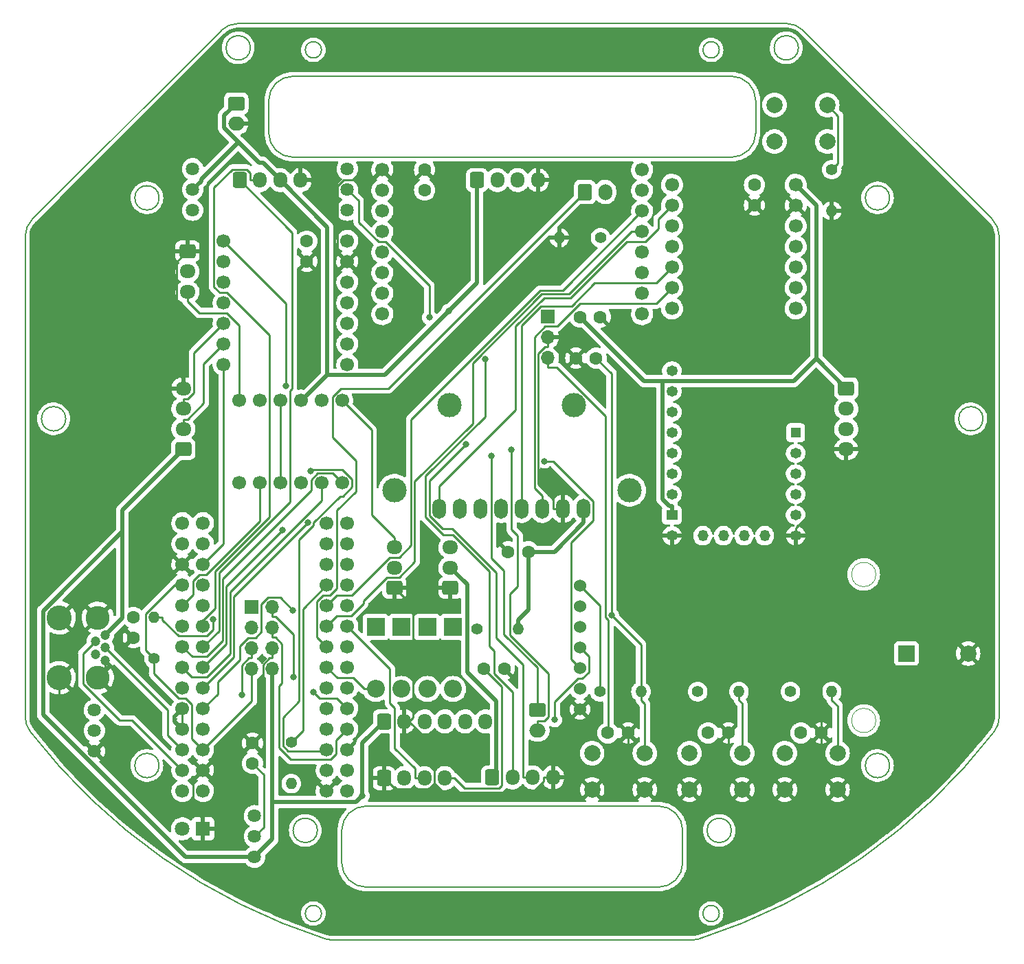
<source format=gbl>
G04 #@! TF.GenerationSoftware,KiCad,Pcbnew,(6.0.4)*
G04 #@! TF.CreationDate,2022-03-28T09:35:34+09:00*
G04 #@! TF.ProjectId,Main_Board,4d61696e-5f42-46f6-9172-642e6b696361,rev?*
G04 #@! TF.SameCoordinates,Original*
G04 #@! TF.FileFunction,Copper,L2,Bot*
G04 #@! TF.FilePolarity,Positive*
%FSLAX46Y46*%
G04 Gerber Fmt 4.6, Leading zero omitted, Abs format (unit mm)*
G04 Created by KiCad (PCBNEW (6.0.4)) date 2022-03-28 09:35:34*
%MOMM*%
%LPD*%
G01*
G04 APERTURE LIST*
G04 Aperture macros list*
%AMRoundRect*
0 Rectangle with rounded corners*
0 $1 Rounding radius*
0 $2 $3 $4 $5 $6 $7 $8 $9 X,Y pos of 4 corners*
0 Add a 4 corners polygon primitive as box body*
4,1,4,$2,$3,$4,$5,$6,$7,$8,$9,$2,$3,0*
0 Add four circle primitives for the rounded corners*
1,1,$1+$1,$2,$3*
1,1,$1+$1,$4,$5*
1,1,$1+$1,$6,$7*
1,1,$1+$1,$8,$9*
0 Add four rect primitives between the rounded corners*
20,1,$1+$1,$2,$3,$4,$5,0*
20,1,$1+$1,$4,$5,$6,$7,0*
20,1,$1+$1,$6,$7,$8,$9,0*
20,1,$1+$1,$8,$9,$2,$3,0*%
G04 Aperture macros list end*
G04 #@! TA.AperFunction,Profile*
%ADD10C,0.200000*%
G04 #@! TD*
G04 #@! TA.AperFunction,Profile*
%ADD11C,0.120000*%
G04 #@! TD*
G04 #@! TA.AperFunction,ComponentPad*
%ADD12C,1.600000*%
G04 #@! TD*
G04 #@! TA.AperFunction,ComponentPad*
%ADD13R,2.200000X2.200000*%
G04 #@! TD*
G04 #@! TA.AperFunction,ComponentPad*
%ADD14O,2.200000X2.200000*%
G04 #@! TD*
G04 #@! TA.AperFunction,ComponentPad*
%ADD15C,1.400000*%
G04 #@! TD*
G04 #@! TA.AperFunction,ComponentPad*
%ADD16O,1.400000X1.400000*%
G04 #@! TD*
G04 #@! TA.AperFunction,ComponentPad*
%ADD17C,1.700000*%
G04 #@! TD*
G04 #@! TA.AperFunction,ComponentPad*
%ADD18C,3.000000*%
G04 #@! TD*
G04 #@! TA.AperFunction,ComponentPad*
%ADD19O,1.700000X2.500000*%
G04 #@! TD*
G04 #@! TA.AperFunction,ComponentPad*
%ADD20RoundRect,0.250000X-0.725000X0.600000X-0.725000X-0.600000X0.725000X-0.600000X0.725000X0.600000X0*%
G04 #@! TD*
G04 #@! TA.AperFunction,ComponentPad*
%ADD21O,1.950000X1.700000*%
G04 #@! TD*
G04 #@! TA.AperFunction,ComponentPad*
%ADD22RoundRect,0.250000X-0.600000X-0.725000X0.600000X-0.725000X0.600000X0.725000X-0.600000X0.725000X0*%
G04 #@! TD*
G04 #@! TA.AperFunction,ComponentPad*
%ADD23O,1.700000X1.950000*%
G04 #@! TD*
G04 #@! TA.AperFunction,ComponentPad*
%ADD24C,1.635000*%
G04 #@! TD*
G04 #@! TA.AperFunction,ComponentPad*
%ADD25R,2.000000X2.000000*%
G04 #@! TD*
G04 #@! TA.AperFunction,ComponentPad*
%ADD26C,2.000000*%
G04 #@! TD*
G04 #@! TA.AperFunction,ComponentPad*
%ADD27R,1.700000X1.700000*%
G04 #@! TD*
G04 #@! TA.AperFunction,ComponentPad*
%ADD28O,1.700000X1.700000*%
G04 #@! TD*
G04 #@! TA.AperFunction,ComponentPad*
%ADD29RoundRect,0.250000X-0.750000X0.600000X-0.750000X-0.600000X0.750000X-0.600000X0.750000X0.600000X0*%
G04 #@! TD*
G04 #@! TA.AperFunction,ComponentPad*
%ADD30O,2.000000X1.700000*%
G04 #@! TD*
G04 #@! TA.AperFunction,ComponentPad*
%ADD31RoundRect,0.250000X0.725000X-0.600000X0.725000X0.600000X-0.725000X0.600000X-0.725000X-0.600000X0*%
G04 #@! TD*
G04 #@! TA.AperFunction,ComponentPad*
%ADD32O,1.400000X1.300000*%
G04 #@! TD*
G04 #@! TA.AperFunction,ComponentPad*
%ADD33R,1.400000X1.300000*%
G04 #@! TD*
G04 #@! TA.AperFunction,ComponentPad*
%ADD34O,1.300000X1.400000*%
G04 #@! TD*
G04 #@! TA.AperFunction,ComponentPad*
%ADD35R,1.300000X1.300000*%
G04 #@! TD*
G04 #@! TA.AperFunction,ComponentPad*
%ADD36R,1.800000X1.800000*%
G04 #@! TD*
G04 #@! TA.AperFunction,ComponentPad*
%ADD37C,1.800000*%
G04 #@! TD*
G04 #@! TA.AperFunction,ComponentPad*
%ADD38C,1.200000*%
G04 #@! TD*
G04 #@! TA.AperFunction,ComponentPad*
%ADD39C,2.950000*%
G04 #@! TD*
G04 #@! TA.AperFunction,ComponentPad*
%ADD40C,3.090000*%
G04 #@! TD*
G04 #@! TA.AperFunction,ComponentPad*
%ADD41C,1.524000*%
G04 #@! TD*
G04 #@! TA.AperFunction,ComponentPad*
%ADD42RoundRect,0.250000X-0.600000X-0.750000X0.600000X-0.750000X0.600000X0.750000X-0.600000X0.750000X0*%
G04 #@! TD*
G04 #@! TA.AperFunction,ComponentPad*
%ADD43O,1.700000X2.000000*%
G04 #@! TD*
G04 #@! TA.AperFunction,ViaPad*
%ADD44C,0.800000*%
G04 #@! TD*
G04 #@! TA.AperFunction,Conductor*
%ADD45C,0.250000*%
G04 #@! TD*
G04 #@! TA.AperFunction,Conductor*
%ADD46C,0.500000*%
G04 #@! TD*
G04 APERTURE END LIST*
D10*
X135782005Y-91484651D02*
G75*
G03*
X135782005Y-91484651I-1500000J0D01*
G01*
X216282005Y-45992010D02*
G75*
G03*
X216282005Y-45992010I-1000000J0D01*
G01*
X208782005Y-149242005D02*
G75*
G03*
X211782005Y-146242010I-5J3000005D01*
G01*
X237282005Y-64242010D02*
G75*
G03*
X237282005Y-64242010I-1500000J0D01*
G01*
X226660685Y-43620690D02*
X249903325Y-66863330D01*
X157024646Y-42742039D02*
G75*
G03*
X154903325Y-43620690I-46J-2999961D01*
G01*
X160781990Y-56242010D02*
G75*
G03*
X163782005Y-59242010I3000010J10D01*
G01*
X160782005Y-52242010D02*
X160782005Y-56242010D01*
X250781968Y-68984651D02*
G75*
G03*
X249903325Y-66863330I-2999968J51D01*
G01*
X211781990Y-142242010D02*
G75*
G03*
X208782005Y-139242010I-2999990J10D01*
G01*
X163782005Y-59242010D02*
X217782005Y-59242010D01*
X217782005Y-142242010D02*
G75*
G03*
X217782005Y-142242010I-1500000J0D01*
G01*
X157024646Y-42742010D02*
X224539364Y-42742010D01*
X220782005Y-56242010D02*
X220782005Y-52242010D01*
X147282005Y-64242010D02*
G75*
G03*
X147282005Y-64242010I-1500000J0D01*
G01*
X131660685Y-66863330D02*
X154903325Y-43620690D01*
X131407001Y-130063508D02*
G75*
G03*
X167829319Y-155643510I59374999J45821508D01*
G01*
X250782005Y-68984651D02*
X250782005Y-128230645D01*
X130781976Y-128230645D02*
G75*
G03*
X131407005Y-130063505I3000024J45D01*
G01*
X220781990Y-52242010D02*
G75*
G03*
X217782005Y-49242010I-2999990J10D01*
G01*
X169781990Y-146242010D02*
G75*
G03*
X172782005Y-149242010I3000010J10D01*
G01*
X172782005Y-139242005D02*
G75*
G03*
X169782005Y-142242010I-5J-2999995D01*
G01*
X212816583Y-155787450D02*
X168747427Y-155787450D01*
X211782005Y-142242010D02*
X211782005Y-146242010D01*
X172782005Y-139242010D02*
X208782005Y-139242010D01*
X217782005Y-59242005D02*
G75*
G03*
X220782005Y-56242010I-5J3000005D01*
G01*
X131660661Y-66863306D02*
G75*
G03*
X130782005Y-68984651I2121339J-2121294D01*
G01*
X212816583Y-155787447D02*
G75*
G03*
X213734691Y-155643510I17J2999947D01*
G01*
X213734691Y-155643509D02*
G75*
G03*
X250157005Y-130063505I-22952691J71401509D01*
G01*
X130782005Y-128230645D02*
X130782005Y-68984651D01*
X237282005Y-134242010D02*
G75*
G03*
X237282005Y-134242010I-1500000J0D01*
G01*
X163782005Y-49242005D02*
G75*
G03*
X160782005Y-52242010I-5J-2999995D01*
G01*
X226660701Y-43620674D02*
G75*
G03*
X224539364Y-42742010I-2121301J-2121326D01*
G01*
X226039364Y-45742010D02*
G75*
G03*
X226039364Y-45742010I-1500000J0D01*
G01*
X167282005Y-45992010D02*
G75*
G03*
X167282005Y-45992010I-1000000J0D01*
G01*
X158524646Y-45742010D02*
G75*
G03*
X158524646Y-45742010I-1500000J0D01*
G01*
X167829317Y-155643515D02*
G75*
G03*
X168747427Y-155787450I918083J2856015D01*
G01*
X216282005Y-152492010D02*
G75*
G03*
X216282005Y-152492010I-1000000J0D01*
G01*
X250156984Y-130063489D02*
G75*
G03*
X250782005Y-128230645I-2374984J1832889D01*
G01*
X248782005Y-91484651D02*
G75*
G03*
X248782005Y-91484651I-1500000J0D01*
G01*
X167282005Y-152492010D02*
G75*
G03*
X167282005Y-152492010I-1000000J0D01*
G01*
X217782005Y-49242010D02*
X163782005Y-49242010D01*
X208782005Y-149242010D02*
X172782005Y-149242010D01*
X166782005Y-142242010D02*
G75*
G03*
X166782005Y-142242010I-1500000J0D01*
G01*
X147282005Y-134242010D02*
G75*
G03*
X147282005Y-134242010I-1500000J0D01*
G01*
X169782005Y-146242010D02*
X169782005Y-142242010D01*
D11*
X235587000Y-110689700D02*
G75*
G03*
X235587000Y-110689700I-1500000J0D01*
G01*
X235587000Y-128689700D02*
G75*
G03*
X235587000Y-128689700I-1500000J0D01*
G01*
D12*
X158782000Y-133984700D03*
X158782000Y-131484700D03*
X220627000Y-62654700D03*
X220627000Y-65154700D03*
D13*
X180317000Y-117181000D03*
D14*
X180317000Y-124801000D03*
D15*
X213627000Y-125139700D03*
D16*
X218707000Y-125139700D03*
D12*
X201122000Y-84001000D03*
X198622000Y-84001000D03*
D17*
X157127000Y-89247000D03*
X159667000Y-89247000D03*
X162207000Y-89247000D03*
X164747000Y-89247000D03*
X167287000Y-89247000D03*
X169827000Y-89247000D03*
X169827000Y-99407000D03*
X167287000Y-99407000D03*
X164747000Y-99407000D03*
X162207000Y-99407000D03*
X159667000Y-99407000D03*
X157127000Y-99407000D03*
D13*
X173967000Y-117181000D03*
D14*
X173967000Y-124801000D03*
D18*
X198347000Y-89842000D03*
X183027000Y-89842000D03*
D19*
X199577000Y-102582000D03*
X197037000Y-102582000D03*
X194497000Y-102582000D03*
X191957000Y-102582000D03*
X189417000Y-102582000D03*
X186877000Y-102582000D03*
X184337000Y-102582000D03*
X181797000Y-102582000D03*
D20*
X231932000Y-87734700D03*
D21*
X231932000Y-90234700D03*
X231932000Y-92734700D03*
X231932000Y-95234700D03*
D20*
X150777000Y-70832000D03*
D21*
X150777000Y-73332000D03*
X150777000Y-75832000D03*
D22*
X157187000Y-62052000D03*
D23*
X159687000Y-62052000D03*
X162187000Y-62052000D03*
X164687000Y-62052000D03*
D15*
X201662000Y-69150000D03*
D16*
X196582000Y-69150000D03*
D24*
X170462000Y-60672000D03*
X170462000Y-63212000D03*
X170462000Y-65752000D03*
D12*
X187302000Y-122324700D03*
X189802000Y-122324700D03*
D15*
X146642000Y-121054700D03*
D16*
X146642000Y-115974700D03*
D22*
X188302000Y-135711000D03*
D23*
X190802000Y-135711000D03*
X193302000Y-135711000D03*
X195802000Y-135711000D03*
D25*
X239352000Y-120419700D03*
D26*
X246952000Y-120419700D03*
D12*
X214917000Y-130219700D03*
X217417000Y-130219700D03*
D27*
X158702000Y-114714700D03*
D28*
X161242000Y-114714700D03*
X158702000Y-117254700D03*
X161242000Y-117254700D03*
X158702000Y-119794700D03*
X161242000Y-119794700D03*
X158702000Y-122334700D03*
X161242000Y-122334700D03*
D15*
X186422000Y-117410000D03*
D16*
X191502000Y-117410000D03*
D27*
X195182000Y-78917000D03*
D28*
X195182000Y-81457000D03*
X195182000Y-83997000D03*
D29*
X156782000Y-52596000D03*
D30*
X156782000Y-55096000D03*
D24*
X139302000Y-132484700D03*
X139302000Y-129944700D03*
X139302000Y-127404700D03*
X151412000Y-60672000D03*
X151412000Y-63212000D03*
X151412000Y-65752000D03*
D15*
X230152000Y-60761000D03*
D16*
X230152000Y-65841000D03*
D17*
X152682000Y-134839700D03*
X150142000Y-109439700D03*
X150142000Y-129759700D03*
X150142000Y-127219700D03*
X170462000Y-132299700D03*
X167922000Y-137379700D03*
X167922000Y-134839700D03*
X167922000Y-132299700D03*
X167922000Y-129759700D03*
X167922000Y-127219700D03*
X167922000Y-124679700D03*
X167922000Y-122139700D03*
X167922000Y-119599700D03*
X167922000Y-117059700D03*
X167922000Y-114519700D03*
X167922000Y-111979700D03*
X167922000Y-109439700D03*
X167922000Y-106899700D03*
X167922000Y-104359700D03*
X170462000Y-104359700D03*
X150142000Y-106899700D03*
X150142000Y-104359700D03*
X152682000Y-104359700D03*
X152682000Y-106899700D03*
X152682000Y-109439700D03*
X152682000Y-111979700D03*
X152682000Y-114519700D03*
X152682000Y-117059700D03*
X152682000Y-119599700D03*
X152682000Y-122139700D03*
X152682000Y-124679700D03*
X152682000Y-127219700D03*
X152682000Y-129759700D03*
X152682000Y-132299700D03*
X170462000Y-127219700D03*
X150142000Y-111979700D03*
X152682000Y-137379700D03*
X150142000Y-137379700D03*
X150142000Y-114519700D03*
X150142000Y-122139700D03*
X150142000Y-119599700D03*
X150142000Y-124679700D03*
X150142000Y-117059700D03*
X170462000Y-117059700D03*
X170462000Y-106899700D03*
X170462000Y-114519700D03*
X170462000Y-109439700D03*
X170462000Y-111979700D03*
X170462000Y-137379700D03*
X170462000Y-134839700D03*
X170462000Y-129759700D03*
X170462000Y-124679700D03*
X170462000Y-122139700D03*
X170462000Y-119599700D03*
X150142000Y-134839700D03*
X150142000Y-132299700D03*
D31*
X150267000Y-95234700D03*
D21*
X150267000Y-92734700D03*
X150267000Y-90234700D03*
X150267000Y-87734700D03*
D15*
X225057000Y-125139700D03*
D16*
X230137000Y-125139700D03*
D32*
X210452180Y-85579960D03*
X210452180Y-88119960D03*
X210452180Y-90659960D03*
X210452180Y-93199960D03*
X210452180Y-95739960D03*
X210452180Y-98279960D03*
X210452180Y-100819960D03*
D33*
X210452180Y-103359960D03*
D32*
X210452180Y-105899960D03*
D34*
X214261240Y-105899960D03*
X216803780Y-105899960D03*
X219343780Y-105899960D03*
X221883780Y-105899960D03*
D32*
X225692180Y-105899960D03*
X225692180Y-103359960D03*
X225692180Y-100819960D03*
X225692180Y-98279960D03*
X225692180Y-95739960D03*
D35*
X225692180Y-93199960D03*
D12*
X205062000Y-130219700D03*
X202562000Y-130219700D03*
X199122000Y-78921000D03*
X201622000Y-78921000D03*
X179987000Y-63281000D03*
X179987000Y-60781000D03*
D31*
X176262000Y-112330000D03*
D21*
X176262000Y-109830000D03*
X176262000Y-107330000D03*
D29*
X193886000Y-127424700D03*
D30*
X193886000Y-129924700D03*
D36*
X152687000Y-142041000D03*
D37*
X150147000Y-142041000D03*
D12*
X165472000Y-69582000D03*
X165472000Y-72082000D03*
D17*
X155222000Y-69562000D03*
X155222000Y-72102000D03*
X155222000Y-74642000D03*
X155222000Y-77182000D03*
X155222000Y-79722000D03*
X155222000Y-82262000D03*
X155222000Y-84802000D03*
X170462000Y-84802000D03*
X170462000Y-82262000D03*
X170462000Y-79722000D03*
X170462000Y-77182000D03*
X170462000Y-74642000D03*
X170462000Y-72102000D03*
X170462000Y-69562000D03*
D31*
X183162000Y-112330000D03*
D21*
X183162000Y-109830000D03*
X183162000Y-107330000D03*
D22*
X174967000Y-128801000D03*
D23*
X177467000Y-128801000D03*
X179967000Y-128801000D03*
X182467000Y-128801000D03*
X184967000Y-128801000D03*
X187467000Y-128801000D03*
D17*
X210467000Y-62634700D03*
X210467000Y-65174700D03*
X210467000Y-67714700D03*
X210467000Y-70254700D03*
X210467000Y-72794700D03*
X210467000Y-75334700D03*
X210467000Y-77874700D03*
X225707000Y-77874700D03*
X225707000Y-75334700D03*
X225707000Y-72794700D03*
X225707000Y-70254700D03*
X225707000Y-67714700D03*
X225707000Y-65174700D03*
X225707000Y-62634700D03*
D38*
X140622000Y-118126000D03*
X139422000Y-118926000D03*
X140622000Y-119726000D03*
X139422000Y-120526000D03*
D39*
X139722000Y-116026000D03*
D40*
X134972000Y-123426000D03*
D39*
X139722000Y-123426000D03*
D40*
X134972000Y-116026000D03*
D38*
X140622000Y-121326000D03*
D13*
X177142000Y-117181000D03*
D14*
X177142000Y-124801000D03*
D15*
X163562000Y-131380000D03*
D16*
X163562000Y-136460000D03*
D12*
X192772000Y-107885000D03*
X190272000Y-107885000D03*
X144102000Y-115994700D03*
X144102000Y-118494700D03*
D22*
X186457000Y-62051000D03*
D23*
X188957000Y-62051000D03*
X191457000Y-62051000D03*
X193957000Y-62051000D03*
D12*
X226347000Y-130219700D03*
X228847000Y-130219700D03*
D26*
X223092000Y-52796000D03*
X229592000Y-52796000D03*
X223092000Y-57296000D03*
X229592000Y-57296000D03*
X212620000Y-132716000D03*
X219120000Y-132716000D03*
X219120000Y-137216000D03*
X212620000Y-137216000D03*
D13*
X183492000Y-117181000D03*
D14*
X183492000Y-124801000D03*
D41*
X199127000Y-112069700D03*
X199127000Y-114609700D03*
X199127000Y-117149700D03*
X199127000Y-119689700D03*
X199127000Y-122229700D03*
X199127000Y-124769700D03*
X199127000Y-127309700D03*
D26*
X230862000Y-132716000D03*
X224362000Y-132716000D03*
X224362000Y-137216000D03*
X230862000Y-137216000D03*
D42*
X199732000Y-63521000D03*
D43*
X202232000Y-63521000D03*
D22*
X174967000Y-135801000D03*
D23*
X177467000Y-135801000D03*
X179967000Y-135801000D03*
X182467000Y-135801000D03*
D15*
X201562000Y-125139700D03*
D16*
X206642000Y-125139700D03*
D18*
X205260000Y-100295000D03*
X176304000Y-100295000D03*
D17*
X174782000Y-60798000D03*
X174782000Y-63338000D03*
X174782000Y-65878000D03*
X174782000Y-68418000D03*
X174782000Y-70958000D03*
X174782000Y-73498000D03*
X174782000Y-76038000D03*
X174782000Y-78578000D03*
X206782000Y-78578000D03*
X206782000Y-76038000D03*
X206782000Y-73498000D03*
X206782000Y-70958000D03*
X206782000Y-68418000D03*
X206782000Y-65878000D03*
X206782000Y-63338000D03*
X206782000Y-60798000D03*
D26*
X200620000Y-132716000D03*
X207120000Y-132716000D03*
X207120000Y-137216000D03*
X200620000Y-137216000D03*
D24*
X159032000Y-145524700D03*
X159032000Y-142984700D03*
X159032000Y-140444700D03*
D44*
X172323300Y-137967400D03*
X182933100Y-78233500D03*
X180583600Y-78995300D03*
X153928500Y-116180000D03*
X203020800Y-115700800D03*
X163782700Y-115129700D03*
X163816100Y-123339000D03*
X157473500Y-125557700D03*
X196016300Y-128601100D03*
X187414700Y-84149100D03*
X162919400Y-87470700D03*
X185071100Y-94585500D03*
X188214100Y-96064100D03*
X190685600Y-95310800D03*
X166325800Y-125199200D03*
X162468800Y-105232400D03*
X165593900Y-104278100D03*
X165950400Y-97934500D03*
X194744600Y-96708400D03*
D45*
X195802000Y-135711000D02*
X194626700Y-135711000D01*
X194626700Y-136225200D02*
X194626700Y-135711000D01*
X195861700Y-102582000D02*
X195861700Y-101406700D01*
X152687000Y-140815700D02*
X151491400Y-139620100D01*
X151491400Y-136030300D02*
X152682000Y-134839700D01*
X194006700Y-83440200D02*
X194814600Y-82632300D01*
X134972000Y-128154700D02*
X139302000Y-132484700D01*
X181151800Y-136409800D02*
X180408800Y-137152800D01*
X174782000Y-60798000D02*
X173569000Y-62011000D01*
X169250100Y-62761000D02*
X166571300Y-62761000D01*
X194006700Y-99551700D02*
X194006700Y-83440200D01*
X195861700Y-101406700D02*
X194006700Y-99551700D01*
X228847000Y-110030100D02*
X225692200Y-106875300D01*
X197037000Y-102582000D02*
X195861700Y-102582000D01*
X170000100Y-62011000D02*
X169250100Y-62761000D01*
X151491400Y-139620100D02*
X151491400Y-136030300D01*
X152687000Y-142041000D02*
X152687000Y-140815700D01*
X149470800Y-85763200D02*
X149470800Y-72138200D01*
X193334000Y-137517900D02*
X194626700Y-136225200D01*
X207120000Y-137216000D02*
X205062000Y-135158000D01*
X150142000Y-127219700D02*
X150142000Y-129759700D01*
X150267000Y-86559400D02*
X149470800Y-85763200D01*
X178567400Y-114635400D02*
X176262000Y-112330000D01*
X149470800Y-72138200D02*
X150777000Y-70832000D01*
X195182000Y-81457000D02*
X195182000Y-82632300D01*
X160874600Y-120970000D02*
X161242000Y-120970000D01*
X217417000Y-130219700D02*
X217417000Y-135513000D01*
X231932000Y-98684900D02*
X231932000Y-95234700D01*
X166571300Y-62761000D02*
X165862300Y-62052000D01*
X228847000Y-135201000D02*
X228847000Y-130219700D01*
X228847000Y-130219700D02*
X228847000Y-110030100D01*
X194814600Y-82632300D02*
X195182000Y-82632300D01*
X230862000Y-137216000D02*
X228847000Y-135201000D01*
X161242000Y-119794700D02*
X161242000Y-120970000D01*
X180408800Y-137152800D02*
X176318800Y-137152800D01*
X225692200Y-105900000D02*
X225692200Y-104924700D01*
X225692200Y-105900000D02*
X225692200Y-106875300D01*
X181151800Y-136409800D02*
X182259900Y-137517900D01*
X160066700Y-121777900D02*
X160874600Y-120970000D01*
X176318800Y-137152800D02*
X174967000Y-135801000D01*
X178054700Y-128801000D02*
X178567400Y-128288300D01*
X217417000Y-135513000D02*
X219120000Y-137216000D01*
X169250100Y-62761000D02*
X169250100Y-70890100D01*
X134972000Y-123426000D02*
X134972000Y-128154700D01*
X158782000Y-131484700D02*
X160066700Y-130200000D01*
X225692200Y-104924700D02*
X231932000Y-98684900D01*
X178567400Y-128288300D02*
X178567400Y-114635400D01*
X205062000Y-135158000D02*
X205062000Y-130219700D01*
X181151800Y-136409800D02*
X181151800Y-131898100D01*
X169250100Y-70890100D02*
X170462000Y-72102000D01*
X160066700Y-130200000D02*
X160066700Y-121777900D01*
X173569000Y-62011000D02*
X170000100Y-62011000D01*
X140622000Y-122526000D02*
X139722000Y-123426000D01*
X177467000Y-128801000D02*
X178054700Y-128801000D01*
X140622000Y-121326000D02*
X140622000Y-122526000D01*
X164687000Y-62052000D02*
X165862300Y-62052000D01*
X181151800Y-131898100D02*
X178054700Y-128801000D01*
X182259900Y-137517900D02*
X193334000Y-137517900D01*
X150267000Y-87734700D02*
X150267000Y-86559400D01*
X162207000Y-99407000D02*
X162207000Y-89247000D01*
X160176300Y-135379000D02*
X158782000Y-133984700D01*
X160176300Y-141840400D02*
X160176300Y-135379000D01*
X159032000Y-142984700D02*
X160176300Y-141840400D01*
D46*
X159032000Y-145524700D02*
X161242000Y-143314700D01*
X209297900Y-101380500D02*
X209297900Y-86850000D01*
X199577000Y-102582000D02*
X199577000Y-104282300D01*
X155298200Y-54079800D02*
X155298200Y-55634100D01*
X164747000Y-89247000D02*
X164855100Y-89247000D01*
X207051000Y-86850000D02*
X209297900Y-86850000D01*
X159591000Y-59926900D02*
X160061900Y-59926900D01*
X172323300Y-131444700D02*
X172323300Y-137967400D01*
X210452200Y-102259700D02*
X210177100Y-102259700D01*
X210177100Y-102259700D02*
X209297900Y-101380500D01*
X157026800Y-57362600D02*
X159591000Y-59926900D01*
X167989600Y-67854600D02*
X162187000Y-62052000D01*
X182933100Y-78233500D02*
X175054100Y-86112500D01*
X231932000Y-87734700D02*
X228238800Y-84041500D01*
X142739200Y-116008800D02*
X142739200Y-102762500D01*
X164855100Y-89247000D02*
X167989600Y-86112500D01*
X192772000Y-107885000D02*
X195974300Y-107885000D01*
X191502000Y-116259700D02*
X192772000Y-114989700D01*
X186457000Y-74709600D02*
X182933100Y-78233500D01*
X161242000Y-122334700D02*
X161242000Y-123635000D01*
X195974300Y-107885000D02*
X199577000Y-104282300D01*
X174967000Y-128801000D02*
X172323300Y-131444700D01*
X167989600Y-86112500D02*
X167989600Y-67854600D01*
X185216900Y-111884900D02*
X183162000Y-109830000D01*
X156782000Y-52596000D02*
X155298200Y-54079800D01*
X132977489Y-115161167D02*
X142739200Y-105399456D01*
X157026800Y-57362600D02*
X152459200Y-61930200D01*
X188771900Y-135241100D02*
X188771900Y-126266700D01*
X155298200Y-55634100D02*
X157026800Y-57362600D01*
X142739200Y-105399456D02*
X142739200Y-102762500D01*
X152459200Y-62164800D02*
X151412000Y-63212000D01*
X188302000Y-135711000D02*
X188771900Y-135241100D01*
X171561300Y-138729400D02*
X161242000Y-138729400D01*
X191502000Y-117410000D02*
X191502000Y-116259700D01*
X161242000Y-123635000D02*
X161242000Y-138729400D01*
X192772000Y-114989700D02*
X192772000Y-107885000D01*
X172323300Y-137967400D02*
X171561300Y-138729400D01*
X142739200Y-102762500D02*
X150267000Y-95234700D01*
X140622000Y-118126000D02*
X142739200Y-116008800D01*
X159032000Y-145524700D02*
X150550175Y-145524700D01*
X152459200Y-61930200D02*
X152459200Y-62164800D01*
X186457000Y-62051000D02*
X186457000Y-74709600D01*
X199122000Y-78921000D02*
X207051000Y-86850000D01*
X225430300Y-86850000D02*
X228238800Y-84041500D01*
X161242000Y-143314700D02*
X161242000Y-138729400D01*
X132977489Y-127952014D02*
X132977489Y-115161167D01*
X160061900Y-59926900D02*
X162187000Y-62052000D01*
X210452200Y-103360000D02*
X210452200Y-102259700D01*
X188771900Y-126266700D02*
X185216900Y-122711700D01*
X150550175Y-145524700D02*
X132977489Y-127952014D01*
X185216900Y-122711700D02*
X185216900Y-111884900D01*
X228238800Y-65166500D02*
X225707000Y-62634700D01*
X228238800Y-84041500D02*
X228238800Y-65166500D01*
X209297900Y-86850000D02*
X225430300Y-86850000D01*
X175054100Y-86112500D02*
X167989600Y-86112500D01*
D45*
X170462000Y-63212000D02*
X171859100Y-64609100D01*
X196283800Y-85172300D02*
X195182000Y-85172300D01*
X195182000Y-83997000D02*
X195182000Y-85172300D01*
X202269600Y-91158100D02*
X196283800Y-85172300D01*
X202631300Y-130150400D02*
X202631300Y-116337900D01*
X175187200Y-69688000D02*
X180583600Y-75084400D01*
X180583600Y-75084400D02*
X180583600Y-78995300D01*
X202269600Y-115976200D02*
X202269600Y-91158100D01*
X174298100Y-69688000D02*
X175187200Y-69688000D01*
X171859100Y-67249000D02*
X174298100Y-69688000D01*
X171859100Y-64609100D02*
X171859100Y-67249000D01*
X202562000Y-130219700D02*
X202631300Y-130150400D01*
X202631300Y-116337900D02*
X202269600Y-115976200D01*
X149648300Y-118244100D02*
X153177300Y-118244100D01*
X153177300Y-118244100D02*
X153928500Y-117492900D01*
X153928500Y-117492900D02*
X153928500Y-116180000D01*
X147667300Y-116263100D02*
X149648300Y-118244100D01*
X146642000Y-115974700D02*
X147667300Y-115974700D01*
X147667300Y-115974700D02*
X147667300Y-116263100D01*
X230862000Y-126890000D02*
X230137000Y-126165000D01*
X230137000Y-125139700D02*
X230137000Y-126165000D01*
X230862000Y-132716000D02*
X230862000Y-126890000D01*
X219120000Y-132716000D02*
X219120000Y-126578000D01*
X219120000Y-126578000D02*
X218707000Y-126165000D01*
X218707000Y-125139700D02*
X218707000Y-126165000D01*
X207120000Y-132716000D02*
X207120000Y-126643000D01*
X206642000Y-125139700D02*
X206642000Y-124114400D01*
X203020800Y-115700800D02*
X203020800Y-85899800D01*
X207120000Y-126643000D02*
X206642000Y-126165000D01*
X206642000Y-119322000D02*
X203020800Y-115700800D01*
X206642000Y-125139700D02*
X206642000Y-126165000D01*
X203020800Y-85899800D02*
X201122000Y-84001000D01*
X206642000Y-124114400D02*
X206642000Y-119322000D01*
X182467000Y-135801000D02*
X183642300Y-135801000D01*
X187302000Y-122324700D02*
X189504000Y-124526700D01*
X189504000Y-124526700D02*
X189504000Y-136672000D01*
X189136100Y-137039900D02*
X184881200Y-137039900D01*
X184881200Y-137039900D02*
X183642300Y-135801000D01*
X189504000Y-136672000D02*
X189136100Y-137039900D01*
X154496900Y-125404800D02*
X152682000Y-127219700D01*
X159133000Y-118524700D02*
X158229400Y-118524700D01*
X159877400Y-114388500D02*
X159877400Y-117780300D01*
X160726600Y-113539300D02*
X159877400Y-114388500D01*
X159877400Y-117780300D02*
X159133000Y-118524700D01*
X157214300Y-121214600D02*
X154496900Y-123932000D01*
X163782700Y-115129700D02*
X162192300Y-113539300D01*
X158229400Y-118524700D02*
X157214300Y-119539800D01*
X154496900Y-123932000D02*
X154496900Y-125404800D01*
X157214300Y-119539800D02*
X157214300Y-121214600D01*
X162192300Y-113539300D02*
X160726600Y-113539300D01*
X172541700Y-124801000D02*
X171184100Y-123443400D01*
X171184100Y-123443400D02*
X169225700Y-123443400D01*
X173967000Y-124801000D02*
X172541700Y-124801000D01*
X169225700Y-123443400D02*
X167922000Y-122139700D01*
X161609300Y-115890000D02*
X163816100Y-118096800D01*
X161242000Y-115890000D02*
X161609300Y-115890000D01*
X163816100Y-118096800D02*
X163816100Y-123339000D01*
X161242000Y-114714700D02*
X161242000Y-115890000D01*
X162068000Y-132036800D02*
X162068000Y-124400200D01*
X168438400Y-133484300D02*
X163515500Y-133484300D01*
X162417300Y-119237900D02*
X161609400Y-118430000D01*
X161609400Y-118430000D02*
X161242000Y-118430000D01*
X169097400Y-132825300D02*
X168438400Y-133484300D01*
X162068000Y-124400200D02*
X162417300Y-124050900D01*
X163515500Y-133484300D02*
X162068000Y-132036800D01*
X170462000Y-129759700D02*
X169097400Y-131124300D01*
X169097400Y-131124300D02*
X169097400Y-132825300D01*
X161242000Y-117254700D02*
X161242000Y-118430000D01*
X162417300Y-124050900D02*
X162417300Y-119237900D01*
X158363100Y-120970000D02*
X157473500Y-121859600D01*
X157473500Y-121859600D02*
X157473500Y-125557700D01*
X158702000Y-120970000D02*
X158363100Y-120970000D01*
X158702000Y-119794700D02*
X158702000Y-120970000D01*
X199127000Y-119689700D02*
X200217100Y-120779800D01*
X200217100Y-122702100D02*
X199419500Y-123499700D01*
X198850900Y-123499700D02*
X196016300Y-126334300D01*
X199419500Y-123499700D02*
X198850900Y-123499700D01*
X196016300Y-126334300D02*
X196016300Y-128601100D01*
X200217100Y-120779800D02*
X200217100Y-122702100D01*
X176262000Y-106154700D02*
X173441500Y-103334200D01*
X173441500Y-92861500D02*
X169827000Y-89247000D01*
X173441500Y-103334200D02*
X173441500Y-92861500D01*
X176262000Y-107330000D02*
X176262000Y-106154700D01*
X137921600Y-120426400D02*
X137921600Y-124171700D01*
X142414500Y-128664600D02*
X143966900Y-128664600D01*
X143966900Y-128664600D02*
X150142000Y-134839700D01*
X137921600Y-124171700D02*
X142414500Y-128664600D01*
X139422000Y-118926000D02*
X137921600Y-120426400D01*
X148327100Y-127431100D02*
X148327100Y-130484800D01*
X140622000Y-119726000D02*
X148327100Y-127431100D01*
X148327100Y-130484800D02*
X150142000Y-132299700D01*
X187946900Y-110297100D02*
X183473100Y-105823300D01*
X180115100Y-103611700D02*
X180115100Y-98515800D01*
X182326700Y-105823300D02*
X180115100Y-103611700D01*
X188552000Y-122937800D02*
X188552000Y-120146600D01*
X180115100Y-98515800D02*
X187414700Y-91216200D01*
X190802000Y-135711000D02*
X190802000Y-125187800D01*
X190802000Y-125187800D02*
X188552000Y-122937800D01*
X188552000Y-120146600D02*
X187946900Y-119541500D01*
X187414700Y-91216200D02*
X187414700Y-84149100D01*
X183473100Y-105823300D02*
X182326700Y-105823300D01*
X187946900Y-119541500D02*
X187946900Y-110297100D01*
X185071100Y-94585500D02*
X180574900Y-99081700D01*
X155222000Y-69562000D02*
X162919400Y-77259400D01*
X182221800Y-105081500D02*
X183368200Y-105081500D01*
X193302000Y-135711000D02*
X192126700Y-135711000D01*
X192126700Y-121827900D02*
X192126700Y-135711000D01*
X180574900Y-103434600D02*
X182221800Y-105081500D01*
X188777100Y-110490400D02*
X188777100Y-118478300D01*
X188777100Y-118478300D02*
X192126700Y-121827900D01*
X180574900Y-99081700D02*
X180574900Y-103434600D01*
X162919400Y-77259400D02*
X162919400Y-87470700D01*
X183368200Y-105081500D02*
X188777100Y-110490400D01*
X152772800Y-84711200D02*
X152772800Y-89567800D01*
X150781200Y-91559400D02*
X150267000Y-91559400D01*
X152772800Y-89567800D02*
X150781200Y-91559400D01*
X150267000Y-92734700D02*
X150267000Y-91559400D01*
X155222000Y-82262000D02*
X152772800Y-84711200D01*
X151591600Y-83352400D02*
X151591600Y-88249000D01*
X150267000Y-90234700D02*
X150267000Y-89059400D01*
X151591600Y-88249000D02*
X150781200Y-89059400D01*
X155222000Y-79722000D02*
X151591600Y-83352400D01*
X150781200Y-89059400D02*
X150267000Y-89059400D01*
X163396800Y-88019100D02*
X163644700Y-87771200D01*
X163644700Y-68509700D02*
X157187000Y-62052000D01*
X152682000Y-119599700D02*
X154653900Y-117627800D01*
X163396800Y-101737600D02*
X163396800Y-88019100D01*
X154653900Y-110480500D02*
X163396800Y-101737600D01*
X163644700Y-87771200D02*
X163644700Y-68509700D01*
X154653900Y-117627800D02*
X154653900Y-110480500D01*
X152682000Y-116400800D02*
X152682000Y-117059700D01*
X158511700Y-62052000D02*
X158511700Y-61170500D01*
X154749400Y-75912000D02*
X155614400Y-75912000D01*
X154043300Y-75205900D02*
X154749400Y-75912000D01*
X154043300Y-62999600D02*
X154043300Y-75205900D01*
X160853800Y-81151400D02*
X160853800Y-103599100D01*
X154203600Y-114879200D02*
X152682000Y-116400800D01*
X154203600Y-110249300D02*
X154203600Y-114879200D01*
X160853800Y-103599100D02*
X154203600Y-110249300D01*
X158511700Y-61170500D02*
X158091700Y-60750500D01*
X155614400Y-75912000D02*
X160853800Y-81151400D01*
X159687000Y-62052000D02*
X158511700Y-62052000D01*
X158091700Y-60750500D02*
X156292400Y-60750500D01*
X156292400Y-60750500D02*
X154043300Y-62999600D01*
X168620900Y-93763500D02*
X171503100Y-96645700D01*
X169192000Y-112376100D02*
X168318400Y-113249700D01*
X169656400Y-87752600D02*
X168620900Y-88788100D01*
X171503100Y-100472500D02*
X169192000Y-102783600D01*
X167498900Y-113249700D02*
X166733900Y-114014700D01*
X175500400Y-87752600D02*
X169656400Y-87752600D01*
X166733900Y-114014700D02*
X166733900Y-118411600D01*
X199732000Y-63521000D02*
X175500400Y-87752600D01*
X168620900Y-88788100D02*
X168620900Y-93763500D01*
X166733900Y-118411600D02*
X167922000Y-119599700D01*
X168318400Y-113249700D02*
X167498900Y-113249700D01*
X171503100Y-96645700D02*
X171503100Y-100472500D01*
X169192000Y-102783600D02*
X169192000Y-112376100D01*
X176291600Y-127115200D02*
X176291600Y-132125600D01*
X178791700Y-134625700D02*
X178791700Y-135801000D01*
X176291600Y-132125600D02*
X178791700Y-134625700D01*
X175705800Y-122303500D02*
X175705800Y-126529400D01*
X175705800Y-126529400D02*
X176291600Y-127115200D01*
X179967000Y-135801000D02*
X178791700Y-135801000D01*
X170462000Y-117059700D02*
X175705800Y-122303500D01*
X189748200Y-110187700D02*
X188214100Y-108653600D01*
X188214100Y-108653600D02*
X188214100Y-96064100D01*
X193886000Y-122184100D02*
X189748200Y-118046300D01*
X189748200Y-118046300D02*
X189748200Y-110187700D01*
X193886000Y-127424700D02*
X193886000Y-122184100D01*
X195271100Y-122932300D02*
X190472600Y-118133800D01*
X193886000Y-128749400D02*
X194767500Y-128749400D01*
X191452700Y-105896600D02*
X190685600Y-105129500D01*
X190685600Y-105129500D02*
X190685600Y-95310800D01*
X195271100Y-128245800D02*
X195271100Y-122932300D01*
X191452700Y-112120900D02*
X191452700Y-105896600D01*
X193886000Y-129924700D02*
X193886000Y-128749400D01*
X190472600Y-118133800D02*
X190472600Y-113101000D01*
X190472600Y-113101000D02*
X191452700Y-112120900D01*
X194767500Y-128749400D02*
X195271100Y-128245800D01*
X152221700Y-78452000D02*
X155640700Y-78452000D01*
X150777000Y-75832000D02*
X150777000Y-77007300D01*
X155640700Y-78452000D02*
X157127000Y-79938300D01*
X157127000Y-79938300D02*
X157127000Y-89247000D01*
X150777000Y-77007300D02*
X152221700Y-78452000D01*
X230922100Y-59990900D02*
X230152000Y-60761000D01*
X230922100Y-54126100D02*
X230922100Y-59990900D01*
X229592000Y-52796000D02*
X230922100Y-54126100D01*
X164993900Y-114907800D02*
X167922000Y-111979700D01*
X164993900Y-129948100D02*
X164993900Y-114907800D01*
X163562000Y-131380000D02*
X164993900Y-129948100D01*
X158702000Y-122334700D02*
X158702000Y-123510000D01*
X151317400Y-130935100D02*
X151317400Y-126694100D01*
X150573000Y-125949700D02*
X149669400Y-125949700D01*
X201562000Y-125139700D02*
X201562000Y-114504700D01*
X151317400Y-126694100D02*
X150573000Y-125949700D01*
X149149200Y-111979700D02*
X150142000Y-111979700D01*
X145609400Y-120022100D02*
X145609400Y-115519500D01*
X158702000Y-126279700D02*
X158702000Y-123510000D01*
X152682000Y-132299700D02*
X158702000Y-126279700D01*
X167076300Y-125949700D02*
X166325800Y-125199200D01*
X149669400Y-125949700D02*
X146642000Y-122922300D01*
X145609400Y-115519500D02*
X149149200Y-111979700D01*
X170462000Y-127219700D02*
X169192000Y-125949700D01*
X146642000Y-122922300D02*
X146642000Y-121054700D01*
X201562000Y-114504700D02*
X199127000Y-112069700D01*
X146642000Y-121054700D02*
X145609400Y-120022100D01*
X152682000Y-132299700D02*
X151317400Y-130935100D01*
X169192000Y-125949700D02*
X167076300Y-125949700D01*
X155554700Y-112146500D02*
X162468800Y-105232400D01*
X152682000Y-122139700D02*
X155554700Y-119267000D01*
X155554700Y-119267000D02*
X155554700Y-112146500D01*
X156455300Y-113416700D02*
X165593900Y-104278100D01*
X152682000Y-124679700D02*
X156455300Y-120906400D01*
X156455300Y-120906400D02*
X156455300Y-113416700D01*
X197991400Y-76571800D02*
X194697100Y-76571800D01*
X210467000Y-65174700D02*
X208808200Y-66833500D01*
X208808200Y-66833500D02*
X208808200Y-68079600D01*
X204875200Y-69688000D02*
X197991400Y-76571800D01*
X191204600Y-80064300D02*
X191204600Y-90353600D01*
X207199800Y-69688000D02*
X204875200Y-69688000D01*
X181797000Y-99761200D02*
X181797000Y-102582000D01*
X191204600Y-90353600D02*
X181797000Y-99761200D01*
X208808200Y-68079600D02*
X207199800Y-69688000D01*
X194697100Y-76571800D02*
X191204600Y-80064300D01*
X191957000Y-79972100D02*
X191957000Y-102582000D01*
X210467000Y-72794700D02*
X208493700Y-74768000D01*
X200949600Y-74768000D02*
X198109700Y-77607900D01*
X208493700Y-74768000D02*
X200949600Y-74768000D01*
X194321200Y-77607900D02*
X191957000Y-79972100D01*
X198109700Y-77607900D02*
X194321200Y-77607900D01*
X193537600Y-81410800D02*
X194856000Y-80092400D01*
X194497000Y-102582000D02*
X194497000Y-101006700D01*
X199113300Y-77308000D02*
X208493700Y-77308000D01*
X194856000Y-80092400D02*
X196328900Y-80092400D01*
X194497000Y-101006700D02*
X193537600Y-100047300D01*
X196328900Y-80092400D02*
X199113300Y-77308000D01*
X193537600Y-100047300D02*
X193537600Y-81410800D01*
X208493700Y-77308000D02*
X210467000Y-75334700D01*
X166140700Y-97744200D02*
X165950400Y-97934500D01*
X163159600Y-132461800D02*
X162518400Y-131820600D01*
X169585800Y-101019700D02*
X169901300Y-101019700D01*
X171037300Y-99883700D02*
X171037300Y-98919900D01*
X167922000Y-132299700D02*
X167759900Y-132461800D01*
X169901300Y-101019700D02*
X171037300Y-99883700D01*
X166319200Y-104286300D02*
X169585800Y-101019700D01*
X164543500Y-106354300D02*
X166319200Y-104578600D01*
X164543500Y-126312600D02*
X164543500Y-106354300D01*
X162518400Y-131820600D02*
X162518400Y-128337700D01*
X162518400Y-128337700D02*
X164543500Y-126312600D01*
X167759900Y-132461800D02*
X163159600Y-132461800D01*
X171037300Y-98919900D02*
X169861600Y-97744200D01*
X166319200Y-104578600D02*
X166319200Y-104286300D01*
X169861600Y-97744200D02*
X166140700Y-97744200D01*
X170933000Y-115789700D02*
X169192000Y-115789700D01*
X178770400Y-99223600D02*
X178770400Y-109133200D01*
X197804800Y-76121500D02*
X194404200Y-76121500D01*
X172447000Y-114275700D02*
X170933000Y-115789700D01*
X169192000Y-115789700D02*
X167922000Y-117059700D01*
X172447000Y-113926200D02*
X172447000Y-114275700D01*
X178770400Y-109133200D02*
X176880700Y-111022900D01*
X176880700Y-111022900D02*
X175350300Y-111022900D01*
X205508300Y-68418000D02*
X197804800Y-76121500D01*
X185926000Y-84599700D02*
X185926000Y-92068000D01*
X206782000Y-68418000D02*
X205508300Y-68418000D01*
X185926000Y-92068000D02*
X178770400Y-99223600D01*
X194404200Y-76121500D02*
X185926000Y-84599700D01*
X175350300Y-111022900D02*
X172447000Y-113926200D01*
X194217600Y-75671200D02*
X178320100Y-91568700D01*
X171018800Y-113249700D02*
X169192000Y-113249700D01*
X206782000Y-65878000D02*
X196988800Y-75671200D01*
X176839300Y-108580000D02*
X175688500Y-108580000D01*
X178320100Y-91568700D02*
X178320100Y-107099200D01*
X196988800Y-75671200D02*
X194217600Y-75671200D01*
X175688500Y-108580000D02*
X171018800Y-113249700D01*
X178320100Y-107099200D02*
X176839300Y-108580000D01*
X169192000Y-113249700D02*
X167922000Y-114519700D01*
X195803900Y-96708400D02*
X194744600Y-96708400D01*
X200784300Y-101688800D02*
X195803900Y-96708400D01*
X198030000Y-121132700D02*
X198030000Y-106739700D01*
X199127000Y-122229700D02*
X198030000Y-121132700D01*
X200784300Y-103985400D02*
X200784300Y-101688800D01*
X198030000Y-106739700D02*
X200784300Y-103985400D01*
X155222000Y-106899700D02*
X152682000Y-109439700D01*
X155222000Y-84802000D02*
X155222000Y-106899700D01*
X159667000Y-104149000D02*
X159667000Y-99407000D01*
X150142000Y-114519700D02*
X151506600Y-113155100D01*
X152251000Y-110709700D02*
X153106300Y-110709700D01*
X151506600Y-111454100D02*
X152251000Y-110709700D01*
X153106300Y-110709700D02*
X159667000Y-104149000D01*
X151506600Y-113155100D02*
X151506600Y-111454100D01*
X150142000Y-122139700D02*
X151338600Y-123336300D01*
X151338600Y-123336300D02*
X153147700Y-123336300D01*
X153147700Y-123336300D02*
X156005000Y-120479000D01*
X167287000Y-101559200D02*
X167287000Y-99407000D01*
X156005000Y-112841200D02*
X167287000Y-101559200D01*
X156005000Y-120479000D02*
X156005000Y-112841200D01*
X166017000Y-98993500D02*
X166793100Y-98217400D01*
X166017000Y-100299000D02*
X166017000Y-98993500D01*
X155104200Y-118871300D02*
X155104200Y-111211800D01*
X150142000Y-119599700D02*
X151353200Y-120810900D01*
X168637400Y-98217400D02*
X169827000Y-99407000D01*
X151353200Y-120810900D02*
X153164600Y-120810900D01*
X155104200Y-111211800D02*
X166017000Y-100299000D01*
X153164600Y-120810900D02*
X155104200Y-118871300D01*
X166793100Y-98217400D02*
X168637400Y-98217400D01*
G04 #@! TA.AperFunction,Conductor*
G36*
X224509387Y-43252010D02*
G01*
X224524221Y-43254320D01*
X224524224Y-43254320D01*
X224533094Y-43255701D01*
X224541996Y-43254537D01*
X224541999Y-43254537D01*
X224551088Y-43253348D01*
X224574487Y-43252482D01*
X224811274Y-43265777D01*
X224825300Y-43267357D01*
X225018597Y-43300197D01*
X225086808Y-43311786D01*
X225100583Y-43314930D01*
X225355468Y-43388358D01*
X225368805Y-43393025D01*
X225613854Y-43494526D01*
X225626585Y-43500656D01*
X225858747Y-43628965D01*
X225870711Y-43636483D01*
X225870738Y-43636502D01*
X226058422Y-43769668D01*
X226087031Y-43789967D01*
X226098076Y-43798775D01*
X226146986Y-43842482D01*
X226269389Y-43951866D01*
X226287173Y-43971492D01*
X226293015Y-43979489D01*
X226304562Y-43988365D01*
X226318260Y-43998895D01*
X226330564Y-44009696D01*
X249508849Y-67187982D01*
X249521497Y-67202751D01*
X249535648Y-67222122D01*
X249542766Y-67227594D01*
X249542767Y-67227595D01*
X249550035Y-67233182D01*
X249567194Y-67249118D01*
X249725210Y-67425943D01*
X249734019Y-67436989D01*
X249887510Y-67653319D01*
X249895026Y-67665280D01*
X250023318Y-67897415D01*
X250023326Y-67897430D01*
X250029455Y-67910158D01*
X250055126Y-67972134D01*
X250130960Y-68155222D01*
X250135626Y-68168559D01*
X250209051Y-68423437D01*
X250212195Y-68437212D01*
X250215049Y-68454011D01*
X250256267Y-68696621D01*
X250256621Y-68698707D01*
X250258202Y-68712740D01*
X250271097Y-68942413D01*
X250269793Y-68968868D01*
X250268314Y-68978366D01*
X250269478Y-68987269D01*
X250272442Y-69009938D01*
X250273505Y-69026273D01*
X250273505Y-128181272D01*
X250272004Y-128200660D01*
X250269695Y-128215484D01*
X250269695Y-128215493D01*
X250268314Y-128224361D01*
X250270700Y-128242604D01*
X250271575Y-128265840D01*
X250268559Y-128320825D01*
X250258945Y-128496119D01*
X250257437Y-128509831D01*
X250215070Y-128765325D01*
X250212071Y-128778791D01*
X250142028Y-129028113D01*
X250137575Y-129041170D01*
X250040697Y-129281336D01*
X250034844Y-129293828D01*
X249912289Y-129521968D01*
X249905105Y-129533746D01*
X249778479Y-129717843D01*
X249761386Y-129737846D01*
X249760682Y-129738514D01*
X249754167Y-129744695D01*
X249749652Y-129752450D01*
X249749649Y-129752454D01*
X249739840Y-129769303D01*
X249729836Y-129783994D01*
X249097537Y-130584689D01*
X248725133Y-131056273D01*
X248723382Y-131058440D01*
X248442240Y-131398569D01*
X247666146Y-132337494D01*
X247664331Y-132339641D01*
X246578809Y-133594799D01*
X246576946Y-133596905D01*
X245463691Y-134827525D01*
X245461781Y-134829589D01*
X244737858Y-135594796D01*
X244333141Y-136022594D01*
X244321369Y-136035037D01*
X244319427Y-136037044D01*
X243362693Y-137004171D01*
X243152388Y-137216760D01*
X243150389Y-137218737D01*
X241957284Y-138372149D01*
X241955241Y-138374080D01*
X241567821Y-138732237D01*
X240736723Y-139500560D01*
X240734680Y-139502407D01*
X239491284Y-140601458D01*
X239489191Y-140603266D01*
X239058533Y-140967139D01*
X238221628Y-141674258D01*
X238219460Y-141676049D01*
X237450774Y-142296671D01*
X236978177Y-142678237D01*
X236928298Y-142718508D01*
X236926111Y-142720233D01*
X236172007Y-143301772D01*
X235612017Y-143733616D01*
X235609771Y-143735308D01*
X234273449Y-144719074D01*
X234271167Y-144720716D01*
X232913145Y-145674478D01*
X232910826Y-145676068D01*
X231531904Y-146599261D01*
X231529550Y-146600799D01*
X231017498Y-146927313D01*
X230189472Y-147455310D01*
X230130382Y-147492989D01*
X230128006Y-147494467D01*
X229458678Y-147900551D01*
X228709267Y-148355221D01*
X228706847Y-148356653D01*
X227269221Y-149185556D01*
X227266769Y-149186933D01*
X225811061Y-149983521D01*
X225808580Y-149984843D01*
X224335424Y-150748770D01*
X224332914Y-150750036D01*
X223270864Y-151271045D01*
X222843099Y-151480893D01*
X222840561Y-151482103D01*
X221334843Y-152179518D01*
X221332279Y-152180672D01*
X220607474Y-152496940D01*
X219811250Y-152844372D01*
X219808688Y-152845455D01*
X219158810Y-153111929D01*
X218273352Y-153475000D01*
X218270739Y-153476038D01*
X216940983Y-153986933D01*
X216721676Y-154071191D01*
X216719052Y-154072166D01*
X215157095Y-154632606D01*
X215154467Y-154633516D01*
X213624050Y-155144392D01*
X213603801Y-155149334D01*
X213583458Y-155152545D01*
X213570343Y-155158736D01*
X213566303Y-155160643D01*
X213544811Y-155168491D01*
X213453394Y-155192731D01*
X213335824Y-155223905D01*
X213323058Y-155226592D01*
X213080884Y-155264558D01*
X213067902Y-155265909D01*
X212985899Y-155270163D01*
X212859310Y-155276730D01*
X212833401Y-155275399D01*
X212831739Y-155275140D01*
X212831731Y-155275140D01*
X212822862Y-155273759D01*
X212813959Y-155274923D01*
X212813954Y-155274923D01*
X212791292Y-155277886D01*
X212774956Y-155278950D01*
X168796789Y-155278950D01*
X168777404Y-155277450D01*
X168762571Y-155275140D01*
X168762567Y-155275140D01*
X168753698Y-155273759D01*
X168734887Y-155276219D01*
X168712024Y-155277114D01*
X168496103Y-155265913D01*
X168483126Y-155264563D01*
X168240957Y-155226597D01*
X168228188Y-155223911D01*
X168026326Y-155170388D01*
X168002064Y-155161190D01*
X167992500Y-155156386D01*
X167983677Y-155154771D01*
X167983670Y-155154769D01*
X167964490Y-155151259D01*
X167947277Y-155146835D01*
X166409555Y-154633521D01*
X166406898Y-154632601D01*
X164844970Y-154072171D01*
X164844968Y-154072170D01*
X164844958Y-154072167D01*
X164842334Y-154071192D01*
X164842332Y-154071191D01*
X163909968Y-153712975D01*
X163293270Y-153476038D01*
X163290657Y-153475000D01*
X162405197Y-153111929D01*
X161755321Y-152845456D01*
X161752746Y-152844367D01*
X160945234Y-152492010D01*
X164768840Y-152492010D01*
X164787470Y-152728721D01*
X164788624Y-152733528D01*
X164788625Y-152733534D01*
X164815234Y-152844366D01*
X164842900Y-152959604D01*
X164844793Y-152964175D01*
X164844794Y-152964177D01*
X164905995Y-153111929D01*
X164933765Y-153178973D01*
X164936351Y-153183193D01*
X165055246Y-153377212D01*
X165055250Y-153377218D01*
X165057829Y-153381426D01*
X165212036Y-153561979D01*
X165392589Y-153716186D01*
X165396797Y-153718765D01*
X165396803Y-153718769D01*
X165506245Y-153785835D01*
X165595042Y-153840250D01*
X165599612Y-153842143D01*
X165599616Y-153842145D01*
X165809838Y-153929221D01*
X165814411Y-153931115D01*
X165894614Y-153950370D01*
X166040481Y-153985390D01*
X166040487Y-153985391D01*
X166045294Y-153986545D01*
X166282005Y-154005175D01*
X166518716Y-153986545D01*
X166523523Y-153985391D01*
X166523529Y-153985390D01*
X166669396Y-153950370D01*
X166749599Y-153931115D01*
X166754172Y-153929221D01*
X166964394Y-153842145D01*
X166964398Y-153842143D01*
X166968968Y-153840250D01*
X167057765Y-153785835D01*
X167167207Y-153718769D01*
X167167213Y-153718765D01*
X167171421Y-153716186D01*
X167351974Y-153561979D01*
X167506181Y-153381426D01*
X167508760Y-153377218D01*
X167508764Y-153377212D01*
X167627659Y-153183193D01*
X167630245Y-153178973D01*
X167658016Y-153111929D01*
X167719216Y-152964177D01*
X167719217Y-152964175D01*
X167721110Y-152959604D01*
X167748776Y-152844366D01*
X167775385Y-152733534D01*
X167775386Y-152733528D01*
X167776540Y-152728721D01*
X167795170Y-152492010D01*
X213768840Y-152492010D01*
X213787470Y-152728721D01*
X213788624Y-152733528D01*
X213788625Y-152733534D01*
X213815234Y-152844366D01*
X213842900Y-152959604D01*
X213844793Y-152964175D01*
X213844794Y-152964177D01*
X213905995Y-153111929D01*
X213933765Y-153178973D01*
X213936351Y-153183193D01*
X214055246Y-153377212D01*
X214055250Y-153377218D01*
X214057829Y-153381426D01*
X214212036Y-153561979D01*
X214392589Y-153716186D01*
X214396797Y-153718765D01*
X214396803Y-153718769D01*
X214506245Y-153785835D01*
X214595042Y-153840250D01*
X214599612Y-153842143D01*
X214599616Y-153842145D01*
X214809838Y-153929221D01*
X214814411Y-153931115D01*
X214894614Y-153950370D01*
X215040481Y-153985390D01*
X215040487Y-153985391D01*
X215045294Y-153986545D01*
X215282005Y-154005175D01*
X215518716Y-153986545D01*
X215523523Y-153985391D01*
X215523529Y-153985390D01*
X215669396Y-153950370D01*
X215749599Y-153931115D01*
X215754172Y-153929221D01*
X215964394Y-153842145D01*
X215964398Y-153842143D01*
X215968968Y-153840250D01*
X216057765Y-153785835D01*
X216167207Y-153718769D01*
X216167213Y-153718765D01*
X216171421Y-153716186D01*
X216351974Y-153561979D01*
X216506181Y-153381426D01*
X216508760Y-153377218D01*
X216508764Y-153377212D01*
X216627659Y-153183193D01*
X216630245Y-153178973D01*
X216658016Y-153111929D01*
X216719216Y-152964177D01*
X216719217Y-152964175D01*
X216721110Y-152959604D01*
X216748776Y-152844366D01*
X216775385Y-152733534D01*
X216775386Y-152733528D01*
X216776540Y-152728721D01*
X216795170Y-152492010D01*
X216776540Y-152255299D01*
X216768586Y-152222165D01*
X216722265Y-152029228D01*
X216721110Y-152024416D01*
X216630245Y-151805047D01*
X216627659Y-151800827D01*
X216508764Y-151606808D01*
X216508760Y-151606802D01*
X216506181Y-151602594D01*
X216351974Y-151422041D01*
X216171421Y-151267834D01*
X216167213Y-151265255D01*
X216167207Y-151265251D01*
X215973188Y-151146356D01*
X215968968Y-151143770D01*
X215964398Y-151141877D01*
X215964394Y-151141875D01*
X215754172Y-151054799D01*
X215754170Y-151054798D01*
X215749599Y-151052905D01*
X215669396Y-151033650D01*
X215523529Y-150998630D01*
X215523523Y-150998629D01*
X215518716Y-150997475D01*
X215282005Y-150978845D01*
X215045294Y-150997475D01*
X215040487Y-150998629D01*
X215040481Y-150998630D01*
X214894614Y-151033650D01*
X214814411Y-151052905D01*
X214809840Y-151054798D01*
X214809838Y-151054799D01*
X214599616Y-151141875D01*
X214599612Y-151141877D01*
X214595042Y-151143770D01*
X214590822Y-151146356D01*
X214396803Y-151265251D01*
X214396797Y-151265255D01*
X214392589Y-151267834D01*
X214212036Y-151422041D01*
X214057829Y-151602594D01*
X214055250Y-151606802D01*
X214055246Y-151606808D01*
X213936351Y-151800827D01*
X213933765Y-151805047D01*
X213842900Y-152024416D01*
X213841745Y-152029228D01*
X213795425Y-152222165D01*
X213787470Y-152255299D01*
X213769313Y-152486005D01*
X213768840Y-152492010D01*
X167795170Y-152492010D01*
X167776540Y-152255299D01*
X167768586Y-152222165D01*
X167722265Y-152029228D01*
X167721110Y-152024416D01*
X167630245Y-151805047D01*
X167627659Y-151800827D01*
X167508764Y-151606808D01*
X167508760Y-151606802D01*
X167506181Y-151602594D01*
X167351974Y-151422041D01*
X167171421Y-151267834D01*
X167167213Y-151265255D01*
X167167207Y-151265251D01*
X166973188Y-151146356D01*
X166968968Y-151143770D01*
X166964398Y-151141877D01*
X166964394Y-151141875D01*
X166754172Y-151054799D01*
X166754170Y-151054798D01*
X166749599Y-151052905D01*
X166669396Y-151033650D01*
X166523529Y-150998630D01*
X166523523Y-150998629D01*
X166518716Y-150997475D01*
X166282005Y-150978845D01*
X166045294Y-150997475D01*
X166040487Y-150998629D01*
X166040481Y-150998630D01*
X165894614Y-151033650D01*
X165814411Y-151052905D01*
X165809840Y-151054798D01*
X165809838Y-151054799D01*
X165599616Y-151141875D01*
X165599612Y-151141877D01*
X165595042Y-151143770D01*
X165590822Y-151146356D01*
X165396803Y-151265251D01*
X165396797Y-151265255D01*
X165392589Y-151267834D01*
X165212036Y-151422041D01*
X165057829Y-151602594D01*
X165055250Y-151606802D01*
X165055246Y-151606808D01*
X164936351Y-151800827D01*
X164933765Y-151805047D01*
X164842900Y-152024416D01*
X164841745Y-152029228D01*
X164795425Y-152222165D01*
X164787470Y-152255299D01*
X164769313Y-152486005D01*
X164768840Y-152492010D01*
X160945234Y-152492010D01*
X160231730Y-152180673D01*
X160229166Y-152179519D01*
X158723449Y-151482104D01*
X158720911Y-151480894D01*
X158608599Y-151425797D01*
X157231093Y-150750036D01*
X157228585Y-150748771D01*
X155755429Y-149984844D01*
X155752948Y-149983522D01*
X154297240Y-149186935D01*
X154294788Y-149185558D01*
X152857161Y-148356654D01*
X152854741Y-148355222D01*
X151436013Y-147494475D01*
X151436012Y-147494474D01*
X151436002Y-147494468D01*
X151433626Y-147492990D01*
X151433625Y-147492989D01*
X150857321Y-147125505D01*
X150034458Y-146600801D01*
X150032104Y-146599263D01*
X148653182Y-145676070D01*
X148650863Y-145674480D01*
X147292841Y-144720718D01*
X147290559Y-144719076D01*
X145954237Y-143735310D01*
X145951991Y-143733618D01*
X145283948Y-143218447D01*
X144637897Y-142720235D01*
X144635710Y-142718510D01*
X144545021Y-142645289D01*
X144114723Y-142297876D01*
X143344547Y-141676052D01*
X143342379Y-141674261D01*
X142425952Y-140899951D01*
X142074816Y-140603268D01*
X142072706Y-140601445D01*
X142072203Y-140601000D01*
X140829327Y-139502409D01*
X140827262Y-139500542D01*
X140825904Y-139499286D01*
X140065996Y-138796776D01*
X139608766Y-138374082D01*
X139606723Y-138372151D01*
X138413618Y-137218739D01*
X138411619Y-137216762D01*
X138133531Y-136935654D01*
X137244579Y-136037047D01*
X137242637Y-136035040D01*
X137230863Y-136022594D01*
X136822520Y-135590964D01*
X136102226Y-134829592D01*
X136100316Y-134827528D01*
X134987060Y-133596908D01*
X134985197Y-133594802D01*
X133899675Y-132339644D01*
X133897860Y-132337497D01*
X133062875Y-131327324D01*
X132840625Y-131058443D01*
X132838866Y-131056266D01*
X132832703Y-131048461D01*
X131838971Y-129790077D01*
X131827450Y-129772705D01*
X131821809Y-129762447D01*
X131821808Y-129762446D01*
X131817511Y-129754632D01*
X131817508Y-129754629D01*
X131817507Y-129754627D01*
X131811272Y-129748416D01*
X131811270Y-129748413D01*
X131804473Y-129741642D01*
X131789583Y-129723781D01*
X131787851Y-129721262D01*
X131658883Y-129533761D01*
X131651700Y-129521985D01*
X131631546Y-129484467D01*
X131546106Y-129325420D01*
X131529141Y-129293839D01*
X131523288Y-129281346D01*
X131426408Y-129041175D01*
X131421955Y-129028119D01*
X131351912Y-128778798D01*
X131348913Y-128765331D01*
X131306545Y-128509832D01*
X131305037Y-128496120D01*
X131296724Y-128344553D01*
X131292815Y-128273273D01*
X131294127Y-128246988D01*
X131294315Y-128245784D01*
X131294315Y-128245783D01*
X131295696Y-128236913D01*
X131291569Y-128205356D01*
X131290505Y-128189017D01*
X131290505Y-127925363D01*
X132214290Y-127925363D01*
X132214883Y-127932655D01*
X132214883Y-127932658D01*
X132218574Y-127978032D01*
X132218989Y-127988247D01*
X132218989Y-127996307D01*
X132219414Y-127999951D01*
X132222278Y-128024521D01*
X132222711Y-128028896D01*
X132227861Y-128092204D01*
X132228629Y-128101651D01*
X132230885Y-128108615D01*
X132232076Y-128114574D01*
X132233460Y-128120429D01*
X132234307Y-128127695D01*
X132259224Y-128196341D01*
X132260641Y-128200469D01*
X132279949Y-128260068D01*
X132283138Y-128269913D01*
X132286934Y-128276168D01*
X132289440Y-128281642D01*
X132292159Y-128287072D01*
X132294656Y-128293951D01*
X132298669Y-128300071D01*
X132298669Y-128300072D01*
X132334675Y-128354990D01*
X132337012Y-128358694D01*
X132374894Y-128421121D01*
X132378610Y-128425329D01*
X132378611Y-128425330D01*
X132382292Y-128429498D01*
X132382265Y-128429522D01*
X132384918Y-128432514D01*
X132387621Y-128435747D01*
X132391633Y-128441866D01*
X132396945Y-128446898D01*
X132447872Y-128495142D01*
X132450314Y-128497520D01*
X149966405Y-146013611D01*
X149978791Y-146028023D01*
X149987324Y-146039618D01*
X149987329Y-146039623D01*
X149991667Y-146045518D01*
X149997245Y-146050257D01*
X149997248Y-146050260D01*
X150031943Y-146079735D01*
X150039459Y-146086665D01*
X150045154Y-146092360D01*
X150048036Y-146094640D01*
X150067426Y-146109981D01*
X150070830Y-146112772D01*
X150120878Y-146155291D01*
X150126460Y-146160033D01*
X150132976Y-146163361D01*
X150138025Y-146166728D01*
X150143154Y-146169895D01*
X150148891Y-146174434D01*
X150215050Y-146205355D01*
X150218944Y-146207258D01*
X150283983Y-146240469D01*
X150291092Y-146242208D01*
X150296726Y-146244304D01*
X150302496Y-146246223D01*
X150309125Y-146249322D01*
X150316288Y-146250812D01*
X150316291Y-146250813D01*
X150357402Y-146259364D01*
X150380610Y-146264191D01*
X150384876Y-146265157D01*
X150455785Y-146282508D01*
X150461387Y-146282856D01*
X150461390Y-146282856D01*
X150466939Y-146283200D01*
X150466937Y-146283235D01*
X150470909Y-146283475D01*
X150475130Y-146283852D01*
X150482290Y-146285341D01*
X150559717Y-146283246D01*
X150563125Y-146283200D01*
X157878770Y-146283200D01*
X157946891Y-146303202D01*
X157981980Y-146336927D01*
X158012345Y-146380292D01*
X158176408Y-146544355D01*
X158180916Y-146547512D01*
X158180919Y-146547514D01*
X158231926Y-146583229D01*
X158366467Y-146677436D01*
X158371449Y-146679759D01*
X158371454Y-146679762D01*
X158571767Y-146773169D01*
X158576749Y-146775492D01*
X158582057Y-146776914D01*
X158582059Y-146776915D01*
X158795548Y-146834119D01*
X158795550Y-146834119D01*
X158800863Y-146835543D01*
X159032000Y-146855765D01*
X159263137Y-146835543D01*
X159268450Y-146834119D01*
X159268452Y-146834119D01*
X159481941Y-146776915D01*
X159481943Y-146776914D01*
X159487251Y-146775492D01*
X159492233Y-146773169D01*
X159692546Y-146679762D01*
X159692551Y-146679759D01*
X159697533Y-146677436D01*
X159832074Y-146583229D01*
X159883081Y-146547514D01*
X159883084Y-146547512D01*
X159887592Y-146544355D01*
X160051655Y-146380292D01*
X160184736Y-146190232D01*
X160195979Y-146166123D01*
X160280469Y-145984933D01*
X160280470Y-145984932D01*
X160282792Y-145979951D01*
X160342843Y-145755837D01*
X160363065Y-145524700D01*
X160362586Y-145519224D01*
X160347399Y-145345632D01*
X160361388Y-145276028D01*
X160383825Y-145245556D01*
X161730911Y-143898470D01*
X161745323Y-143886084D01*
X161756918Y-143877551D01*
X161756923Y-143877546D01*
X161762818Y-143873208D01*
X161767557Y-143867630D01*
X161767560Y-143867627D01*
X161797035Y-143832932D01*
X161803965Y-143825416D01*
X161809660Y-143819721D01*
X161827281Y-143797449D01*
X161830072Y-143794045D01*
X161872591Y-143743997D01*
X161872592Y-143743995D01*
X161877333Y-143738415D01*
X161880661Y-143731899D01*
X161884028Y-143726850D01*
X161887195Y-143721721D01*
X161891734Y-143715984D01*
X161922655Y-143649825D01*
X161924561Y-143645925D01*
X161933321Y-143628770D01*
X161957769Y-143580892D01*
X161959508Y-143573784D01*
X161961607Y-143568141D01*
X161963524Y-143562378D01*
X161966622Y-143555750D01*
X161970317Y-143537988D01*
X161981486Y-143484288D01*
X161982457Y-143479999D01*
X161990042Y-143449000D01*
X161999808Y-143409090D01*
X162000500Y-143397936D01*
X162000536Y-143397938D01*
X162000775Y-143393945D01*
X162001149Y-143389753D01*
X162002640Y-143382585D01*
X162000546Y-143305179D01*
X162000500Y-143301772D01*
X162000500Y-142220928D01*
X163268922Y-142220928D01*
X163269339Y-142228166D01*
X163284687Y-142494330D01*
X163337410Y-142763063D01*
X163338797Y-142767113D01*
X163338798Y-142767118D01*
X163424728Y-143018098D01*
X163426117Y-143022154D01*
X163455243Y-143080064D01*
X163524842Y-143218447D01*
X163549165Y-143266809D01*
X163551591Y-143270338D01*
X163551594Y-143270344D01*
X163674381Y-143448999D01*
X163704279Y-143492500D01*
X163707166Y-143495673D01*
X163707167Y-143495674D01*
X163745670Y-143537988D01*
X163888587Y-143695053D01*
X164098680Y-143870717D01*
X164102321Y-143873001D01*
X164327029Y-144013961D01*
X164327033Y-144013963D01*
X164330669Y-144016244D01*
X164398549Y-144046893D01*
X164576350Y-144127174D01*
X164576354Y-144127176D01*
X164580262Y-144128940D01*
X164608944Y-144137436D01*
X164838728Y-144205501D01*
X164838732Y-144205502D01*
X164842841Y-144206719D01*
X164847075Y-144207367D01*
X164847080Y-144207368D01*
X165109303Y-144247493D01*
X165109305Y-144247493D01*
X165113545Y-144248142D01*
X165252917Y-144250332D01*
X165383076Y-144252377D01*
X165383082Y-144252377D01*
X165387367Y-144252444D01*
X165659240Y-144219544D01*
X165924132Y-144150051D01*
X165928092Y-144148411D01*
X165928097Y-144148409D01*
X166050637Y-144097651D01*
X166177141Y-144045251D01*
X166413587Y-143907083D01*
X166629094Y-143738104D01*
X166632620Y-143734466D01*
X166795431Y-143566458D01*
X166819674Y-143541441D01*
X166822207Y-143537993D01*
X166822211Y-143537988D01*
X166979262Y-143324188D01*
X166981800Y-143320733D01*
X167009159Y-143270344D01*
X167110423Y-143083840D01*
X167110424Y-143083838D01*
X167112473Y-143080064D01*
X167168889Y-142930764D01*
X167207756Y-142827905D01*
X167207757Y-142827901D01*
X167209274Y-142823887D01*
X167250178Y-142645289D01*
X167269454Y-142561127D01*
X167269455Y-142561123D01*
X167270412Y-142556943D01*
X167273311Y-142524467D01*
X167294536Y-142286637D01*
X167294536Y-142286635D01*
X167294756Y-142284171D01*
X167295148Y-142246829D01*
X167295172Y-142244494D01*
X167295172Y-142244493D01*
X167295198Y-142242010D01*
X167294464Y-142231245D01*
X167276864Y-141973065D01*
X167276863Y-141973059D01*
X167276572Y-141968788D01*
X167270961Y-141941691D01*
X167236682Y-141776169D01*
X167221037Y-141700622D01*
X167129622Y-141442475D01*
X167004018Y-141199122D01*
X166994045Y-141184931D01*
X166866990Y-141004150D01*
X166846550Y-140975067D01*
X166708653Y-140826672D01*
X166663051Y-140777598D01*
X166663048Y-140777595D01*
X166660130Y-140774455D01*
X166656815Y-140771741D01*
X166656811Y-140771738D01*
X166498940Y-140642522D01*
X166448210Y-140601000D01*
X166214709Y-140457911D01*
X166210773Y-140456183D01*
X165967878Y-140349559D01*
X165967874Y-140349558D01*
X165963950Y-140347835D01*
X165700571Y-140272810D01*
X165696329Y-140272206D01*
X165696323Y-140272205D01*
X165495839Y-140243672D01*
X165429448Y-140234223D01*
X165285594Y-140233470D01*
X165159882Y-140232812D01*
X165159876Y-140232812D01*
X165155596Y-140232790D01*
X165151352Y-140233349D01*
X165151348Y-140233349D01*
X165032307Y-140249021D01*
X164884083Y-140268535D01*
X164879943Y-140269668D01*
X164879941Y-140269668D01*
X164813102Y-140287953D01*
X164619933Y-140340798D01*
X164615985Y-140342482D01*
X164371987Y-140446556D01*
X164371983Y-140446558D01*
X164368035Y-140448242D01*
X164348130Y-140460155D01*
X164136730Y-140586674D01*
X164136726Y-140586677D01*
X164133048Y-140588878D01*
X163919323Y-140760104D01*
X163838710Y-140845052D01*
X163788707Y-140897745D01*
X163730813Y-140958752D01*
X163571007Y-141181146D01*
X163442862Y-141423171D01*
X163441390Y-141427194D01*
X163441388Y-141427198D01*
X163361408Y-141645752D01*
X163348748Y-141680347D01*
X163290409Y-141947917D01*
X163268922Y-142220928D01*
X162000500Y-142220928D01*
X162000500Y-139613900D01*
X162020502Y-139545779D01*
X162074158Y-139499286D01*
X162126500Y-139487900D01*
X170269635Y-139487900D01*
X170337756Y-139507902D01*
X170384249Y-139561558D01*
X170394353Y-139631832D01*
X170364859Y-139696412D01*
X170354252Y-139707260D01*
X170305009Y-139751892D01*
X170298126Y-139758130D01*
X170066624Y-140013553D01*
X170064780Y-140016039D01*
X170064777Y-140016043D01*
X169922228Y-140208248D01*
X169861272Y-140290438D01*
X169859689Y-140293078D01*
X169859683Y-140293088D01*
X169760893Y-140457911D01*
X169684049Y-140586118D01*
X169661876Y-140633000D01*
X169537982Y-140894953D01*
X169537978Y-140894962D01*
X169536662Y-140897745D01*
X169535625Y-140900643D01*
X169535623Y-140900648D01*
X169428828Y-141199122D01*
X169420528Y-141222318D01*
X169419779Y-141225308D01*
X169419776Y-141225318D01*
X169338874Y-141548301D01*
X169336768Y-141556710D01*
X169319196Y-141675172D01*
X169291161Y-141864179D01*
X169286188Y-141897703D01*
X169286036Y-141900791D01*
X169286036Y-141900794D01*
X169270857Y-142209777D01*
X169269264Y-142224492D01*
X169269237Y-142224653D01*
X169269236Y-142224660D01*
X169268429Y-142229460D01*
X169268276Y-142242012D01*
X169268966Y-142246829D01*
X169272232Y-142269636D01*
X169273505Y-142287498D01*
X169273505Y-146188762D01*
X169271759Y-146209666D01*
X169268429Y-146229460D01*
X169268276Y-146242012D01*
X169268967Y-146246837D01*
X169268984Y-146247101D01*
X169270060Y-146258326D01*
X169284014Y-146542326D01*
X169286175Y-146586320D01*
X169336757Y-146927313D01*
X169420520Y-147261705D01*
X169421557Y-147264602D01*
X169421559Y-147264610D01*
X169535612Y-147583365D01*
X169536654Y-147586277D01*
X169537973Y-147589065D01*
X169537978Y-147589077D01*
X169682722Y-147895109D01*
X169682726Y-147895116D01*
X169684044Y-147897903D01*
X169861268Y-148193582D01*
X169863107Y-148196061D01*
X169863111Y-148196067D01*
X170050051Y-148448125D01*
X170066620Y-148470466D01*
X170068694Y-148472754D01*
X170296046Y-148723597D01*
X170298123Y-148725889D01*
X170553547Y-148957391D01*
X170830432Y-149162742D01*
X170833070Y-149164323D01*
X170833082Y-149164331D01*
X170951513Y-149235315D01*
X171126112Y-149339965D01*
X171128914Y-149341290D01*
X171434947Y-149486032D01*
X171434956Y-149486036D01*
X171437739Y-149487352D01*
X171440632Y-149488387D01*
X171440642Y-149488391D01*
X171759404Y-149602446D01*
X171759413Y-149602449D01*
X171762312Y-149603486D01*
X171765302Y-149604235D01*
X171765312Y-149604238D01*
X172065408Y-149679407D01*
X172096705Y-149687246D01*
X172437697Y-149737827D01*
X172440781Y-149737978D01*
X172440786Y-149737979D01*
X172622573Y-149746909D01*
X172749781Y-149753158D01*
X172764487Y-149754751D01*
X172769454Y-149755586D01*
X172775832Y-149755664D01*
X172777146Y-149755680D01*
X172777149Y-149755680D01*
X172782006Y-149755739D01*
X172809630Y-149751783D01*
X172827492Y-149750510D01*
X208728756Y-149750510D01*
X208749661Y-149752256D01*
X208764662Y-149754780D01*
X208764665Y-149754780D01*
X208769454Y-149755586D01*
X208775730Y-149755662D01*
X208777147Y-149755680D01*
X208777150Y-149755680D01*
X208782006Y-149755739D01*
X208786813Y-149755050D01*
X208786820Y-149755050D01*
X208786859Y-149755044D01*
X208798535Y-149753924D01*
X209123223Y-149737973D01*
X209123227Y-149737973D01*
X209126313Y-149737821D01*
X209231053Y-149722284D01*
X209464238Y-149687694D01*
X209464242Y-149687693D01*
X209467304Y-149687239D01*
X209470303Y-149686488D01*
X209470307Y-149686487D01*
X209798702Y-149604228D01*
X209798703Y-149604228D01*
X209801696Y-149603478D01*
X209804604Y-149602438D01*
X209804609Y-149602436D01*
X209946278Y-149551745D01*
X210126267Y-149487344D01*
X210129058Y-149486024D01*
X210435111Y-149341272D01*
X210435114Y-149341270D01*
X210437893Y-149339956D01*
X210612480Y-149235313D01*
X210730921Y-149164323D01*
X210730931Y-149164317D01*
X210733571Y-149162734D01*
X211010455Y-148957383D01*
X211265877Y-148725882D01*
X211497379Y-148470459D01*
X211513949Y-148448118D01*
X211700887Y-148196061D01*
X211702730Y-148193576D01*
X211879954Y-147897898D01*
X211881715Y-147894175D01*
X212026022Y-147589065D01*
X212026026Y-147589056D01*
X212027342Y-147586273D01*
X212094040Y-147399864D01*
X212142437Y-147264606D01*
X212142439Y-147264598D01*
X212143476Y-147261701D01*
X212227238Y-146927310D01*
X212240780Y-146836022D01*
X212277366Y-146589379D01*
X212277820Y-146586319D01*
X212277972Y-146583229D01*
X212293152Y-146274248D01*
X212294746Y-146259526D01*
X212294773Y-146259364D01*
X212295581Y-146254564D01*
X212295734Y-146242012D01*
X212291778Y-146214388D01*
X212290505Y-146196526D01*
X212290505Y-142295261D01*
X212292251Y-142274355D01*
X212294775Y-142259354D01*
X212295581Y-142254564D01*
X212295734Y-142242012D01*
X212295024Y-142237053D01*
X212293904Y-142225379D01*
X212293685Y-142220928D01*
X214268922Y-142220928D01*
X214269339Y-142228166D01*
X214284687Y-142494330D01*
X214337410Y-142763063D01*
X214338797Y-142767113D01*
X214338798Y-142767118D01*
X214424728Y-143018098D01*
X214426117Y-143022154D01*
X214455243Y-143080064D01*
X214524842Y-143218447D01*
X214549165Y-143266809D01*
X214551591Y-143270338D01*
X214551594Y-143270344D01*
X214674381Y-143448999D01*
X214704279Y-143492500D01*
X214707166Y-143495673D01*
X214707167Y-143495674D01*
X214745670Y-143537988D01*
X214888587Y-143695053D01*
X215098680Y-143870717D01*
X215102321Y-143873001D01*
X215327029Y-144013961D01*
X215327033Y-144013963D01*
X215330669Y-144016244D01*
X215398549Y-144046893D01*
X215576350Y-144127174D01*
X215576354Y-144127176D01*
X215580262Y-144128940D01*
X215608944Y-144137436D01*
X215838728Y-144205501D01*
X215838732Y-144205502D01*
X215842841Y-144206719D01*
X215847075Y-144207367D01*
X215847080Y-144207368D01*
X216109303Y-144247493D01*
X216109305Y-144247493D01*
X216113545Y-144248142D01*
X216252917Y-144250332D01*
X216383076Y-144252377D01*
X216383082Y-144252377D01*
X216387367Y-144252444D01*
X216659240Y-144219544D01*
X216924132Y-144150051D01*
X216928092Y-144148411D01*
X216928097Y-144148409D01*
X217050637Y-144097651D01*
X217177141Y-144045251D01*
X217413587Y-143907083D01*
X217629094Y-143738104D01*
X217632620Y-143734466D01*
X217795431Y-143566458D01*
X217819674Y-143541441D01*
X217822207Y-143537993D01*
X217822211Y-143537988D01*
X217979262Y-143324188D01*
X217981800Y-143320733D01*
X218009159Y-143270344D01*
X218110423Y-143083840D01*
X218110424Y-143083838D01*
X218112473Y-143080064D01*
X218168889Y-142930764D01*
X218207756Y-142827905D01*
X218207757Y-142827901D01*
X218209274Y-142823887D01*
X218250178Y-142645289D01*
X218269454Y-142561127D01*
X218269455Y-142561123D01*
X218270412Y-142556943D01*
X218273311Y-142524467D01*
X218294536Y-142286637D01*
X218294536Y-142286635D01*
X218294756Y-142284171D01*
X218295148Y-142246829D01*
X218295172Y-142244494D01*
X218295172Y-142244493D01*
X218295198Y-142242010D01*
X218294464Y-142231245D01*
X218276864Y-141973065D01*
X218276863Y-141973059D01*
X218276572Y-141968788D01*
X218270961Y-141941691D01*
X218236682Y-141776169D01*
X218221037Y-141700622D01*
X218129622Y-141442475D01*
X218004018Y-141199122D01*
X217994045Y-141184931D01*
X217866990Y-141004150D01*
X217846550Y-140975067D01*
X217708653Y-140826672D01*
X217663051Y-140777598D01*
X217663048Y-140777595D01*
X217660130Y-140774455D01*
X217656815Y-140771741D01*
X217656811Y-140771738D01*
X217498940Y-140642522D01*
X217448210Y-140601000D01*
X217214709Y-140457911D01*
X217210773Y-140456183D01*
X216967878Y-140349559D01*
X216967874Y-140349558D01*
X216963950Y-140347835D01*
X216700571Y-140272810D01*
X216696329Y-140272206D01*
X216696323Y-140272205D01*
X216495839Y-140243672D01*
X216429448Y-140234223D01*
X216285594Y-140233470D01*
X216159882Y-140232812D01*
X216159876Y-140232812D01*
X216155596Y-140232790D01*
X216151352Y-140233349D01*
X216151348Y-140233349D01*
X216032307Y-140249021D01*
X215884083Y-140268535D01*
X215879943Y-140269668D01*
X215879941Y-140269668D01*
X215813102Y-140287953D01*
X215619933Y-140340798D01*
X215615985Y-140342482D01*
X215371987Y-140446556D01*
X215371983Y-140446558D01*
X215368035Y-140448242D01*
X215348130Y-140460155D01*
X215136730Y-140586674D01*
X215136726Y-140586677D01*
X215133048Y-140588878D01*
X214919323Y-140760104D01*
X214838710Y-140845052D01*
X214788707Y-140897745D01*
X214730813Y-140958752D01*
X214571007Y-141181146D01*
X214442862Y-141423171D01*
X214441390Y-141427194D01*
X214441388Y-141427198D01*
X214361408Y-141645752D01*
X214348748Y-141680347D01*
X214290409Y-141947917D01*
X214268922Y-142220928D01*
X212293685Y-142220928D01*
X212277959Y-141900793D01*
X212277958Y-141900788D01*
X212277807Y-141897704D01*
X212227227Y-141556713D01*
X212203117Y-141460458D01*
X212144219Y-141225321D01*
X212144216Y-141225311D01*
X212143467Y-141222321D01*
X212027335Y-140897749D01*
X211903480Y-140635877D01*
X211881264Y-140588905D01*
X211881262Y-140588901D01*
X211879948Y-140586123D01*
X211802065Y-140456183D01*
X211704315Y-140293095D01*
X211704309Y-140293085D01*
X211702726Y-140290445D01*
X211497376Y-140013560D01*
X211265875Y-139758137D01*
X211263188Y-139755701D01*
X211138164Y-139642386D01*
X211010453Y-139526635D01*
X210973578Y-139499286D01*
X210736055Y-139323127D01*
X210733570Y-139321284D01*
X210437892Y-139144060D01*
X210419331Y-139135281D01*
X210129058Y-138997992D01*
X210129057Y-138997992D01*
X210126267Y-138996672D01*
X209946278Y-138932271D01*
X209804609Y-138881580D01*
X209804604Y-138881578D01*
X209801696Y-138880538D01*
X209798702Y-138879788D01*
X209470307Y-138797528D01*
X209470303Y-138797527D01*
X209467304Y-138796776D01*
X209464242Y-138796322D01*
X209464238Y-138796321D01*
X209231053Y-138761731D01*
X209126313Y-138746194D01*
X209123227Y-138746042D01*
X209123223Y-138746042D01*
X208814240Y-138730862D01*
X208799526Y-138729269D01*
X208799365Y-138729242D01*
X208799358Y-138729241D01*
X208794558Y-138728434D01*
X208788092Y-138728355D01*
X208786866Y-138728340D01*
X208786863Y-138728340D01*
X208782006Y-138728281D01*
X208756064Y-138731996D01*
X208754382Y-138732237D01*
X208736520Y-138733510D01*
X207976542Y-138733510D01*
X207908421Y-138713508D01*
X207861928Y-138659852D01*
X207851824Y-138589578D01*
X207881318Y-138524998D01*
X207910707Y-138500077D01*
X207978447Y-138458565D01*
X207987400Y-138448670D01*
X211752160Y-138448670D01*
X211757887Y-138456320D01*
X211929042Y-138561205D01*
X211937837Y-138565687D01*
X212147988Y-138652734D01*
X212157373Y-138655783D01*
X212378554Y-138708885D01*
X212388301Y-138710428D01*
X212615070Y-138728275D01*
X212624930Y-138728275D01*
X212851699Y-138710428D01*
X212861446Y-138708885D01*
X213082627Y-138655783D01*
X213092012Y-138652734D01*
X213302163Y-138565687D01*
X213310958Y-138561205D01*
X213478445Y-138458568D01*
X213487400Y-138448670D01*
X218252160Y-138448670D01*
X218257887Y-138456320D01*
X218429042Y-138561205D01*
X218437837Y-138565687D01*
X218647988Y-138652734D01*
X218657373Y-138655783D01*
X218878554Y-138708885D01*
X218888301Y-138710428D01*
X219115070Y-138728275D01*
X219124930Y-138728275D01*
X219351699Y-138710428D01*
X219361446Y-138708885D01*
X219582627Y-138655783D01*
X219592012Y-138652734D01*
X219802163Y-138565687D01*
X219810958Y-138561205D01*
X219978445Y-138458568D01*
X219987400Y-138448670D01*
X223494160Y-138448670D01*
X223499887Y-138456320D01*
X223671042Y-138561205D01*
X223679837Y-138565687D01*
X223889988Y-138652734D01*
X223899373Y-138655783D01*
X224120554Y-138708885D01*
X224130301Y-138710428D01*
X224357070Y-138728275D01*
X224366930Y-138728275D01*
X224593699Y-138710428D01*
X224603446Y-138708885D01*
X224824627Y-138655783D01*
X224834012Y-138652734D01*
X225044163Y-138565687D01*
X225052958Y-138561205D01*
X225220445Y-138458568D01*
X225229400Y-138448670D01*
X229994160Y-138448670D01*
X229999887Y-138456320D01*
X230171042Y-138561205D01*
X230179837Y-138565687D01*
X230389988Y-138652734D01*
X230399373Y-138655783D01*
X230620554Y-138708885D01*
X230630301Y-138710428D01*
X230857070Y-138728275D01*
X230866930Y-138728275D01*
X231093699Y-138710428D01*
X231103446Y-138708885D01*
X231324627Y-138655783D01*
X231334012Y-138652734D01*
X231544163Y-138565687D01*
X231552958Y-138561205D01*
X231720445Y-138458568D01*
X231729907Y-138448110D01*
X231726124Y-138439334D01*
X230874812Y-137588022D01*
X230860868Y-137580408D01*
X230859035Y-137580539D01*
X230852420Y-137584790D01*
X230000920Y-138436290D01*
X229994160Y-138448670D01*
X225229400Y-138448670D01*
X225229907Y-138448110D01*
X225226124Y-138439334D01*
X224374812Y-137588022D01*
X224360868Y-137580408D01*
X224359035Y-137580539D01*
X224352420Y-137584790D01*
X223500920Y-138436290D01*
X223494160Y-138448670D01*
X219987400Y-138448670D01*
X219987907Y-138448110D01*
X219984124Y-138439334D01*
X219132812Y-137588022D01*
X219118868Y-137580408D01*
X219117035Y-137580539D01*
X219110420Y-137584790D01*
X218258920Y-138436290D01*
X218252160Y-138448670D01*
X213487400Y-138448670D01*
X213487907Y-138448110D01*
X213484124Y-138439334D01*
X212632812Y-137588022D01*
X212618868Y-137580408D01*
X212617035Y-137580539D01*
X212610420Y-137584790D01*
X211758920Y-138436290D01*
X211752160Y-138448670D01*
X207987400Y-138448670D01*
X207987907Y-138448110D01*
X207984124Y-138439334D01*
X207132812Y-137588022D01*
X207118868Y-137580408D01*
X207117035Y-137580539D01*
X207110420Y-137584790D01*
X206258920Y-138436290D01*
X206252160Y-138448670D01*
X206257886Y-138456318D01*
X206329293Y-138500077D01*
X206376924Y-138552725D01*
X206388531Y-138622766D01*
X206360428Y-138687964D01*
X206301537Y-138727618D01*
X206263458Y-138733510D01*
X201476542Y-138733510D01*
X201408421Y-138713508D01*
X201361928Y-138659852D01*
X201351824Y-138589578D01*
X201381318Y-138524998D01*
X201410707Y-138500077D01*
X201478447Y-138458565D01*
X201487907Y-138448110D01*
X201484124Y-138439334D01*
X200632812Y-137588022D01*
X200618868Y-137580408D01*
X200617035Y-137580539D01*
X200610420Y-137584790D01*
X199758920Y-138436290D01*
X199752160Y-138448670D01*
X199757886Y-138456318D01*
X199829293Y-138500077D01*
X199876924Y-138552725D01*
X199888531Y-138622766D01*
X199860428Y-138687964D01*
X199801537Y-138727618D01*
X199763458Y-138733510D01*
X173138998Y-138733510D01*
X173070877Y-138713508D01*
X173024384Y-138659852D01*
X173014280Y-138589578D01*
X173045362Y-138523200D01*
X173057921Y-138509252D01*
X173057922Y-138509251D01*
X173062340Y-138504344D01*
X173157827Y-138338956D01*
X173216842Y-138157328D01*
X173236804Y-137967400D01*
X173216842Y-137777472D01*
X173157827Y-137595844D01*
X173098681Y-137493400D01*
X173081800Y-137430401D01*
X173081800Y-136573095D01*
X173609001Y-136573095D01*
X173609338Y-136579614D01*
X173619257Y-136675206D01*
X173622149Y-136688600D01*
X173673588Y-136842784D01*
X173679761Y-136855962D01*
X173765063Y-136993807D01*
X173774099Y-137005208D01*
X173888829Y-137119739D01*
X173900240Y-137128751D01*
X174038243Y-137213816D01*
X174051424Y-137219963D01*
X174205710Y-137271138D01*
X174219086Y-137274005D01*
X174313438Y-137283672D01*
X174319854Y-137284000D01*
X174694885Y-137284000D01*
X174710124Y-137279525D01*
X174711329Y-137278135D01*
X174713000Y-137270452D01*
X174713000Y-136073115D01*
X174708525Y-136057876D01*
X174707135Y-136056671D01*
X174699452Y-136055000D01*
X173627116Y-136055000D01*
X173611877Y-136059475D01*
X173610672Y-136060865D01*
X173609001Y-136068548D01*
X173609001Y-136573095D01*
X173081800Y-136573095D01*
X173081800Y-135528885D01*
X173609000Y-135528885D01*
X173613475Y-135544124D01*
X173614865Y-135545329D01*
X173622548Y-135547000D01*
X174694885Y-135547000D01*
X174710124Y-135542525D01*
X174711329Y-135541135D01*
X174713000Y-135533452D01*
X174713000Y-134336116D01*
X174708525Y-134320877D01*
X174707135Y-134319672D01*
X174699452Y-134318001D01*
X174319905Y-134318001D01*
X174313386Y-134318338D01*
X174217794Y-134328257D01*
X174204400Y-134331149D01*
X174050216Y-134382588D01*
X174037038Y-134388761D01*
X173899193Y-134474063D01*
X173887792Y-134483099D01*
X173773261Y-134597829D01*
X173764249Y-134609240D01*
X173679184Y-134747243D01*
X173673037Y-134760424D01*
X173621862Y-134914710D01*
X173618995Y-134928086D01*
X173609328Y-135022438D01*
X173609000Y-135028855D01*
X173609000Y-135528885D01*
X173081800Y-135528885D01*
X173081800Y-131811071D01*
X173101802Y-131742950D01*
X173118705Y-131721976D01*
X174519276Y-130321405D01*
X174581588Y-130287379D01*
X174608371Y-130284500D01*
X175532100Y-130284500D01*
X175600221Y-130304502D01*
X175646714Y-130358158D01*
X175658100Y-130410500D01*
X175658100Y-132046833D01*
X175657573Y-132058016D01*
X175655898Y-132065509D01*
X175656147Y-132073435D01*
X175656147Y-132073436D01*
X175658038Y-132133586D01*
X175658100Y-132137545D01*
X175658100Y-132165456D01*
X175658597Y-132169390D01*
X175658597Y-132169391D01*
X175658605Y-132169456D01*
X175659538Y-132181293D01*
X175660927Y-132225489D01*
X175666578Y-132244939D01*
X175670587Y-132264300D01*
X175673126Y-132284397D01*
X175676045Y-132291768D01*
X175676045Y-132291770D01*
X175689404Y-132325512D01*
X175693249Y-132336742D01*
X175696472Y-132347835D01*
X175705582Y-132379193D01*
X175709615Y-132386012D01*
X175709617Y-132386017D01*
X175715893Y-132396628D01*
X175724588Y-132414376D01*
X175732048Y-132433217D01*
X175736710Y-132439633D01*
X175736710Y-132439634D01*
X175758036Y-132468987D01*
X175764552Y-132478907D01*
X175773644Y-132494280D01*
X175787058Y-132516962D01*
X175801379Y-132531283D01*
X175814219Y-132546316D01*
X175826128Y-132562707D01*
X175855099Y-132586674D01*
X175860205Y-132590898D01*
X175868984Y-132598888D01*
X177378647Y-134108551D01*
X177412673Y-134170863D01*
X177407608Y-134241678D01*
X177365061Y-134298514D01*
X177305202Y-134322587D01*
X177300842Y-134322751D01*
X177295615Y-134323848D01*
X177295613Y-134323848D01*
X177165701Y-134351106D01*
X177075209Y-134370093D01*
X177070250Y-134372051D01*
X177070248Y-134372052D01*
X176865744Y-134452815D01*
X176865742Y-134452816D01*
X176860779Y-134454776D01*
X176856220Y-134457543D01*
X176856217Y-134457544D01*
X176757832Y-134517246D01*
X176663683Y-134574377D01*
X176659653Y-134577874D01*
X176561252Y-134663262D01*
X176489555Y-134725477D01*
X176486168Y-134729608D01*
X176459994Y-134761529D01*
X176401334Y-134801524D01*
X176330364Y-134803455D01*
X176269616Y-134766710D01*
X176255416Y-134747941D01*
X176168937Y-134608193D01*
X176159901Y-134596792D01*
X176045171Y-134482261D01*
X176033760Y-134473249D01*
X175895757Y-134388184D01*
X175882576Y-134382037D01*
X175728290Y-134330862D01*
X175714914Y-134327995D01*
X175620562Y-134318328D01*
X175614145Y-134318000D01*
X175239115Y-134318000D01*
X175223876Y-134322475D01*
X175222671Y-134323865D01*
X175221000Y-134331548D01*
X175221000Y-137265884D01*
X175225475Y-137281123D01*
X175226865Y-137282328D01*
X175234548Y-137283999D01*
X175614095Y-137283999D01*
X175620614Y-137283662D01*
X175716206Y-137273743D01*
X175729600Y-137270851D01*
X175883784Y-137219412D01*
X175896962Y-137213239D01*
X176034807Y-137127937D01*
X176046208Y-137118901D01*
X176160739Y-137004171D01*
X176169753Y-136992757D01*
X176255723Y-136853287D01*
X176308495Y-136805793D01*
X176378566Y-136794369D01*
X176443690Y-136822643D01*
X176454149Y-136832426D01*
X176563576Y-136947135D01*
X176748542Y-137084754D01*
X176753293Y-137087170D01*
X176753297Y-137087172D01*
X176815704Y-137118901D01*
X176954051Y-137189240D01*
X176959145Y-137190822D01*
X176959148Y-137190823D01*
X177102271Y-137235264D01*
X177174227Y-137257607D01*
X177179516Y-137258308D01*
X177397489Y-137287198D01*
X177397494Y-137287198D01*
X177402774Y-137287898D01*
X177408103Y-137287698D01*
X177408105Y-137287698D01*
X177517966Y-137283574D01*
X177633158Y-137279249D01*
X177638468Y-137278135D01*
X177745975Y-137255578D01*
X177858791Y-137231907D01*
X177863750Y-137229949D01*
X177863752Y-137229948D01*
X178068256Y-137149185D01*
X178068258Y-137149184D01*
X178073221Y-137147224D01*
X178081984Y-137141907D01*
X178265757Y-137030390D01*
X178265756Y-137030390D01*
X178270317Y-137027623D01*
X178312359Y-136991141D01*
X178440412Y-136880023D01*
X178440414Y-136880021D01*
X178444445Y-136876523D01*
X178515658Y-136789673D01*
X178587240Y-136702373D01*
X178587248Y-136702362D01*
X178590624Y-136698245D01*
X178608552Y-136666750D01*
X178659632Y-136617445D01*
X178729262Y-136603583D01*
X178795333Y-136629566D01*
X178822573Y-136658716D01*
X178827983Y-136666752D01*
X178904441Y-136780319D01*
X178908120Y-136784176D01*
X178908122Y-136784178D01*
X178964030Y-136842784D01*
X179063576Y-136947135D01*
X179248542Y-137084754D01*
X179253293Y-137087170D01*
X179253297Y-137087172D01*
X179315704Y-137118901D01*
X179454051Y-137189240D01*
X179459145Y-137190822D01*
X179459148Y-137190823D01*
X179602271Y-137235264D01*
X179674227Y-137257607D01*
X179679516Y-137258308D01*
X179897489Y-137287198D01*
X179897494Y-137287198D01*
X179902774Y-137287898D01*
X179908103Y-137287698D01*
X179908105Y-137287698D01*
X180017966Y-137283574D01*
X180133158Y-137279249D01*
X180138468Y-137278135D01*
X180245975Y-137255578D01*
X180358791Y-137231907D01*
X180363750Y-137229949D01*
X180363752Y-137229948D01*
X180568256Y-137149185D01*
X180568258Y-137149184D01*
X180573221Y-137147224D01*
X180581984Y-137141907D01*
X180765757Y-137030390D01*
X180765756Y-137030390D01*
X180770317Y-137027623D01*
X180812359Y-136991141D01*
X180940412Y-136880023D01*
X180940414Y-136880021D01*
X180944445Y-136876523D01*
X181015658Y-136789673D01*
X181087240Y-136702373D01*
X181087248Y-136702362D01*
X181090624Y-136698245D01*
X181108552Y-136666750D01*
X181159632Y-136617445D01*
X181229262Y-136603583D01*
X181295333Y-136629566D01*
X181322573Y-136658716D01*
X181327983Y-136666752D01*
X181404441Y-136780319D01*
X181408120Y-136784176D01*
X181408122Y-136784178D01*
X181464030Y-136842784D01*
X181563576Y-136947135D01*
X181748542Y-137084754D01*
X181753293Y-137087170D01*
X181753297Y-137087172D01*
X181815704Y-137118901D01*
X181954051Y-137189240D01*
X181959145Y-137190822D01*
X181959148Y-137190823D01*
X182102271Y-137235264D01*
X182174227Y-137257607D01*
X182179516Y-137258308D01*
X182397489Y-137287198D01*
X182397494Y-137287198D01*
X182402774Y-137287898D01*
X182408103Y-137287698D01*
X182408105Y-137287698D01*
X182517966Y-137283574D01*
X182633158Y-137279249D01*
X182638468Y-137278135D01*
X182745975Y-137255578D01*
X182858791Y-137231907D01*
X182863750Y-137229949D01*
X182863752Y-137229948D01*
X183068256Y-137149185D01*
X183068258Y-137149184D01*
X183073221Y-137147224D01*
X183081984Y-137141907D01*
X183265757Y-137030390D01*
X183265756Y-137030390D01*
X183270317Y-137027623D01*
X183312359Y-136991141D01*
X183440412Y-136880023D01*
X183440414Y-136880021D01*
X183444445Y-136876523D01*
X183526326Y-136776662D01*
X183584986Y-136736668D01*
X183655956Y-136734737D01*
X183712855Y-136767459D01*
X184377543Y-137432147D01*
X184385087Y-137440437D01*
X184389200Y-137446918D01*
X184394977Y-137452343D01*
X184438867Y-137493558D01*
X184441709Y-137496313D01*
X184461430Y-137516034D01*
X184464625Y-137518512D01*
X184473647Y-137526218D01*
X184505879Y-137556486D01*
X184512828Y-137560306D01*
X184523632Y-137566246D01*
X184540156Y-137577099D01*
X184556159Y-137589513D01*
X184596743Y-137607076D01*
X184607373Y-137612283D01*
X184646140Y-137633595D01*
X184653817Y-137635566D01*
X184653822Y-137635568D01*
X184665758Y-137638632D01*
X184684466Y-137645037D01*
X184703055Y-137653081D01*
X184710883Y-137654321D01*
X184710890Y-137654323D01*
X184746724Y-137659999D01*
X184758344Y-137662405D01*
X184790159Y-137670573D01*
X184801170Y-137673400D01*
X184821424Y-137673400D01*
X184841134Y-137674951D01*
X184861143Y-137678120D01*
X184869035Y-137677374D01*
X184887780Y-137675602D01*
X184905162Y-137673959D01*
X184917019Y-137673400D01*
X189057333Y-137673400D01*
X189068516Y-137673927D01*
X189076009Y-137675602D01*
X189083935Y-137675353D01*
X189083936Y-137675353D01*
X189144086Y-137673462D01*
X189148045Y-137673400D01*
X189175956Y-137673400D01*
X189179891Y-137672903D01*
X189179956Y-137672895D01*
X189191793Y-137671962D01*
X189224051Y-137670948D01*
X189228070Y-137670822D01*
X189235989Y-137670573D01*
X189255443Y-137664921D01*
X189274800Y-137660913D01*
X189287030Y-137659368D01*
X189287031Y-137659368D01*
X189294897Y-137658374D01*
X189302268Y-137655455D01*
X189302270Y-137655455D01*
X189336012Y-137642096D01*
X189347242Y-137638251D01*
X189382083Y-137628129D01*
X189382084Y-137628129D01*
X189389693Y-137625918D01*
X189396512Y-137621885D01*
X189396517Y-137621883D01*
X189407128Y-137615607D01*
X189424876Y-137606912D01*
X189443717Y-137599452D01*
X189464087Y-137584653D01*
X189479487Y-137573464D01*
X189489407Y-137566948D01*
X189520635Y-137548480D01*
X189520638Y-137548478D01*
X189527462Y-137544442D01*
X189541783Y-137530121D01*
X189556817Y-137517280D01*
X189558532Y-137516034D01*
X189573207Y-137505372D01*
X189601398Y-137471295D01*
X189609388Y-137462516D01*
X189850974Y-137220930D01*
X199107725Y-137220930D01*
X199125572Y-137447699D01*
X199127115Y-137457446D01*
X199180217Y-137678627D01*
X199183266Y-137688012D01*
X199270313Y-137898163D01*
X199274795Y-137906958D01*
X199377432Y-138074445D01*
X199387890Y-138083907D01*
X199396666Y-138080124D01*
X200247978Y-137228812D01*
X200254356Y-137217132D01*
X200984408Y-137217132D01*
X200984539Y-137218965D01*
X200988790Y-137225580D01*
X201840290Y-138077080D01*
X201852670Y-138083840D01*
X201860320Y-138078113D01*
X201965205Y-137906958D01*
X201969687Y-137898163D01*
X202056734Y-137688012D01*
X202059783Y-137678627D01*
X202112885Y-137457446D01*
X202114428Y-137447699D01*
X202132275Y-137220930D01*
X205607725Y-137220930D01*
X205625572Y-137447699D01*
X205627115Y-137457446D01*
X205680217Y-137678627D01*
X205683266Y-137688012D01*
X205770313Y-137898163D01*
X205774795Y-137906958D01*
X205877432Y-138074445D01*
X205887890Y-138083907D01*
X205896666Y-138080124D01*
X206747978Y-137228812D01*
X206754356Y-137217132D01*
X207484408Y-137217132D01*
X207484539Y-137218965D01*
X207488790Y-137225580D01*
X208340290Y-138077080D01*
X208352670Y-138083840D01*
X208360320Y-138078113D01*
X208465205Y-137906958D01*
X208469687Y-137898163D01*
X208556734Y-137688012D01*
X208559783Y-137678627D01*
X208612885Y-137457446D01*
X208614428Y-137447699D01*
X208632275Y-137220930D01*
X211107725Y-137220930D01*
X211125572Y-137447699D01*
X211127115Y-137457446D01*
X211180217Y-137678627D01*
X211183266Y-137688012D01*
X211270313Y-137898163D01*
X211274795Y-137906958D01*
X211377432Y-138074445D01*
X211387890Y-138083907D01*
X211396666Y-138080124D01*
X212247978Y-137228812D01*
X212254356Y-137217132D01*
X212984408Y-137217132D01*
X212984539Y-137218965D01*
X212988790Y-137225580D01*
X213840290Y-138077080D01*
X213852670Y-138083840D01*
X213860320Y-138078113D01*
X213965205Y-137906958D01*
X213969687Y-137898163D01*
X214056734Y-137688012D01*
X214059783Y-137678627D01*
X214112885Y-137457446D01*
X214114428Y-137447699D01*
X214132275Y-137220930D01*
X217607725Y-137220930D01*
X217625572Y-137447699D01*
X217627115Y-137457446D01*
X217680217Y-137678627D01*
X217683266Y-137688012D01*
X217770313Y-137898163D01*
X217774795Y-137906958D01*
X217877432Y-138074445D01*
X217887890Y-138083907D01*
X217896666Y-138080124D01*
X218747978Y-137228812D01*
X218754356Y-137217132D01*
X219484408Y-137217132D01*
X219484539Y-137218965D01*
X219488790Y-137225580D01*
X220340290Y-138077080D01*
X220352670Y-138083840D01*
X220360320Y-138078113D01*
X220465205Y-137906958D01*
X220469687Y-137898163D01*
X220556734Y-137688012D01*
X220559783Y-137678627D01*
X220612885Y-137457446D01*
X220614428Y-137447699D01*
X220632275Y-137220930D01*
X222849725Y-137220930D01*
X222867572Y-137447699D01*
X222869115Y-137457446D01*
X222922217Y-137678627D01*
X222925266Y-137688012D01*
X223012313Y-137898163D01*
X223016795Y-137906958D01*
X223119432Y-138074445D01*
X223129890Y-138083907D01*
X223138666Y-138080124D01*
X223989978Y-137228812D01*
X223996356Y-137217132D01*
X224726408Y-137217132D01*
X224726539Y-137218965D01*
X224730790Y-137225580D01*
X225582290Y-138077080D01*
X225594670Y-138083840D01*
X225602320Y-138078113D01*
X225707205Y-137906958D01*
X225711687Y-137898163D01*
X225798734Y-137688012D01*
X225801783Y-137678627D01*
X225854885Y-137457446D01*
X225856428Y-137447699D01*
X225874275Y-137220930D01*
X229349725Y-137220930D01*
X229367572Y-137447699D01*
X229369115Y-137457446D01*
X229422217Y-137678627D01*
X229425266Y-137688012D01*
X229512313Y-137898163D01*
X229516795Y-137906958D01*
X229619432Y-138074445D01*
X229629890Y-138083907D01*
X229638666Y-138080124D01*
X230489978Y-137228812D01*
X230496356Y-137217132D01*
X231226408Y-137217132D01*
X231226539Y-137218965D01*
X231230790Y-137225580D01*
X232082290Y-138077080D01*
X232094670Y-138083840D01*
X232102320Y-138078113D01*
X232207205Y-137906958D01*
X232211687Y-137898163D01*
X232298734Y-137688012D01*
X232301783Y-137678627D01*
X232354885Y-137457446D01*
X232356428Y-137447699D01*
X232374275Y-137220930D01*
X232374275Y-137211070D01*
X232356428Y-136984301D01*
X232354885Y-136974554D01*
X232301783Y-136753373D01*
X232298734Y-136743988D01*
X232211687Y-136533837D01*
X232207205Y-136525042D01*
X232104568Y-136357555D01*
X232094110Y-136348093D01*
X232085334Y-136351876D01*
X231234022Y-137203188D01*
X231226408Y-137217132D01*
X230496356Y-137217132D01*
X230497592Y-137214868D01*
X230497461Y-137213035D01*
X230493210Y-137206420D01*
X229641710Y-136354920D01*
X229629330Y-136348160D01*
X229621680Y-136353887D01*
X229516795Y-136525042D01*
X229512313Y-136533837D01*
X229425266Y-136743988D01*
X229422217Y-136753373D01*
X229369115Y-136974554D01*
X229367572Y-136984301D01*
X229349725Y-137211070D01*
X229349725Y-137220930D01*
X225874275Y-137220930D01*
X225874275Y-137211070D01*
X225856428Y-136984301D01*
X225854885Y-136974554D01*
X225801783Y-136753373D01*
X225798734Y-136743988D01*
X225711687Y-136533837D01*
X225707205Y-136525042D01*
X225604568Y-136357555D01*
X225594110Y-136348093D01*
X225585334Y-136351876D01*
X224734022Y-137203188D01*
X224726408Y-137217132D01*
X223996356Y-137217132D01*
X223997592Y-137214868D01*
X223997461Y-137213035D01*
X223993210Y-137206420D01*
X223141710Y-136354920D01*
X223129330Y-136348160D01*
X223121680Y-136353887D01*
X223016795Y-136525042D01*
X223012313Y-136533837D01*
X222925266Y-136743988D01*
X222922217Y-136753373D01*
X222869115Y-136974554D01*
X222867572Y-136984301D01*
X222849725Y-137211070D01*
X222849725Y-137220930D01*
X220632275Y-137220930D01*
X220632275Y-137211070D01*
X220614428Y-136984301D01*
X220612885Y-136974554D01*
X220559783Y-136753373D01*
X220556734Y-136743988D01*
X220469687Y-136533837D01*
X220465205Y-136525042D01*
X220362568Y-136357555D01*
X220352110Y-136348093D01*
X220343334Y-136351876D01*
X219492022Y-137203188D01*
X219484408Y-137217132D01*
X218754356Y-137217132D01*
X218755592Y-137214868D01*
X218755461Y-137213035D01*
X218751210Y-137206420D01*
X217899710Y-136354920D01*
X217887330Y-136348160D01*
X217879680Y-136353887D01*
X217774795Y-136525042D01*
X217770313Y-136533837D01*
X217683266Y-136743988D01*
X217680217Y-136753373D01*
X217627115Y-136974554D01*
X217625572Y-136984301D01*
X217607725Y-137211070D01*
X217607725Y-137220930D01*
X214132275Y-137220930D01*
X214132275Y-137211070D01*
X214114428Y-136984301D01*
X214112885Y-136974554D01*
X214059783Y-136753373D01*
X214056734Y-136743988D01*
X213969687Y-136533837D01*
X213965205Y-136525042D01*
X213862568Y-136357555D01*
X213852110Y-136348093D01*
X213843334Y-136351876D01*
X212992022Y-137203188D01*
X212984408Y-137217132D01*
X212254356Y-137217132D01*
X212255592Y-137214868D01*
X212255461Y-137213035D01*
X212251210Y-137206420D01*
X211399710Y-136354920D01*
X211387330Y-136348160D01*
X211379680Y-136353887D01*
X211274795Y-136525042D01*
X211270313Y-136533837D01*
X211183266Y-136743988D01*
X211180217Y-136753373D01*
X211127115Y-136974554D01*
X211125572Y-136984301D01*
X211107725Y-137211070D01*
X211107725Y-137220930D01*
X208632275Y-137220930D01*
X208632275Y-137211070D01*
X208614428Y-136984301D01*
X208612885Y-136974554D01*
X208559783Y-136753373D01*
X208556734Y-136743988D01*
X208469687Y-136533837D01*
X208465205Y-136525042D01*
X208362568Y-136357555D01*
X208352110Y-136348093D01*
X208343334Y-136351876D01*
X207492022Y-137203188D01*
X207484408Y-137217132D01*
X206754356Y-137217132D01*
X206755592Y-137214868D01*
X206755461Y-137213035D01*
X206751210Y-137206420D01*
X205899710Y-136354920D01*
X205887330Y-136348160D01*
X205879680Y-136353887D01*
X205774795Y-136525042D01*
X205770313Y-136533837D01*
X205683266Y-136743988D01*
X205680217Y-136753373D01*
X205627115Y-136974554D01*
X205625572Y-136984301D01*
X205607725Y-137211070D01*
X205607725Y-137220930D01*
X202132275Y-137220930D01*
X202132275Y-137211070D01*
X202114428Y-136984301D01*
X202112885Y-136974554D01*
X202059783Y-136753373D01*
X202056734Y-136743988D01*
X201969687Y-136533837D01*
X201965205Y-136525042D01*
X201862568Y-136357555D01*
X201852110Y-136348093D01*
X201843334Y-136351876D01*
X200992022Y-137203188D01*
X200984408Y-137217132D01*
X200254356Y-137217132D01*
X200255592Y-137214868D01*
X200255461Y-137213035D01*
X200251210Y-137206420D01*
X199399710Y-136354920D01*
X199387330Y-136348160D01*
X199379680Y-136353887D01*
X199274795Y-136525042D01*
X199270313Y-136533837D01*
X199183266Y-136743988D01*
X199180217Y-136753373D01*
X199127115Y-136974554D01*
X199125572Y-136984301D01*
X199107725Y-137211070D01*
X199107725Y-137220930D01*
X189850974Y-137220930D01*
X189896247Y-137175657D01*
X189904537Y-137168113D01*
X189911018Y-137164000D01*
X189957659Y-137114332D01*
X189960413Y-137111491D01*
X189980134Y-137091770D01*
X189982612Y-137088575D01*
X189990318Y-137079553D01*
X190002521Y-137066558D01*
X190009641Y-137058977D01*
X190070852Y-137023012D01*
X190141792Y-137025849D01*
X190158595Y-137032913D01*
X190289051Y-137099240D01*
X190294145Y-137100822D01*
X190294148Y-137100823D01*
X190479006Y-137158223D01*
X190509227Y-137167607D01*
X190514516Y-137168308D01*
X190732489Y-137197198D01*
X190732494Y-137197198D01*
X190737774Y-137197898D01*
X190743103Y-137197698D01*
X190743105Y-137197698D01*
X190852966Y-137193574D01*
X190968158Y-137189249D01*
X191193791Y-137141907D01*
X191198750Y-137139949D01*
X191198752Y-137139948D01*
X191403256Y-137059185D01*
X191403258Y-137059184D01*
X191408221Y-137057224D01*
X191413525Y-137054006D01*
X191600757Y-136940390D01*
X191600756Y-136940390D01*
X191605317Y-136937623D01*
X191632544Y-136913997D01*
X191775412Y-136790023D01*
X191775414Y-136790021D01*
X191779445Y-136786523D01*
X191820324Y-136736668D01*
X191922240Y-136612373D01*
X191922244Y-136612367D01*
X191925624Y-136608245D01*
X191943552Y-136576750D01*
X191994632Y-136527445D01*
X192064262Y-136513583D01*
X192130333Y-136539566D01*
X192157573Y-136568716D01*
X192239441Y-136690319D01*
X192243120Y-136694176D01*
X192243122Y-136694178D01*
X192281814Y-136734737D01*
X192398576Y-136857135D01*
X192402854Y-136860318D01*
X192461981Y-136904310D01*
X192583542Y-136994754D01*
X192588293Y-136997170D01*
X192588297Y-136997172D01*
X192653633Y-137030390D01*
X192789051Y-137099240D01*
X192794145Y-137100822D01*
X192794148Y-137100823D01*
X192979006Y-137158223D01*
X193009227Y-137167607D01*
X193014516Y-137168308D01*
X193232489Y-137197198D01*
X193232494Y-137197198D01*
X193237774Y-137197898D01*
X193243103Y-137197698D01*
X193243105Y-137197698D01*
X193352966Y-137193574D01*
X193468158Y-137189249D01*
X193693791Y-137141907D01*
X193698750Y-137139949D01*
X193698752Y-137139948D01*
X193903256Y-137059185D01*
X193903258Y-137059184D01*
X193908221Y-137057224D01*
X193913525Y-137054006D01*
X194100757Y-136940390D01*
X194100756Y-136940390D01*
X194105317Y-136937623D01*
X194132544Y-136913997D01*
X194275412Y-136790023D01*
X194275414Y-136790021D01*
X194279445Y-136786523D01*
X194320324Y-136736668D01*
X194422240Y-136612373D01*
X194422244Y-136612367D01*
X194425624Y-136608245D01*
X194428426Y-136603322D01*
X194443829Y-136576265D01*
X194494912Y-136526959D01*
X194564542Y-136513098D01*
X194630613Y-136539082D01*
X194657851Y-136568232D01*
X194736852Y-136685578D01*
X194743519Y-136693870D01*
X194895228Y-136852900D01*
X194903186Y-136859941D01*
X195079525Y-136991141D01*
X195088562Y-136996745D01*
X195284484Y-137096357D01*
X195294335Y-137100357D01*
X195504240Y-137165534D01*
X195514624Y-137167817D01*
X195530043Y-137169861D01*
X195544207Y-137167665D01*
X195548000Y-137154478D01*
X195548000Y-137152192D01*
X196056000Y-137152192D01*
X196059973Y-137165723D01*
X196070580Y-137167248D01*
X196188421Y-137142523D01*
X196198617Y-137139463D01*
X196403029Y-137058737D01*
X196412561Y-137054006D01*
X196600462Y-136939984D01*
X196609052Y-136933720D01*
X196775052Y-136789673D01*
X196782472Y-136782042D01*
X196921826Y-136612089D01*
X196927850Y-136603322D01*
X197036576Y-136412318D01*
X197041041Y-136402654D01*
X197116031Y-136196059D01*
X197118802Y-136185792D01*
X197155312Y-135983890D01*
X199752093Y-135983890D01*
X199755876Y-135992666D01*
X200607188Y-136843978D01*
X200621132Y-136851592D01*
X200622965Y-136851461D01*
X200629580Y-136847210D01*
X201481080Y-135995710D01*
X201487534Y-135983890D01*
X206252093Y-135983890D01*
X206255876Y-135992666D01*
X207107188Y-136843978D01*
X207121132Y-136851592D01*
X207122965Y-136851461D01*
X207129580Y-136847210D01*
X207981080Y-135995710D01*
X207987534Y-135983890D01*
X211752093Y-135983890D01*
X211755876Y-135992666D01*
X212607188Y-136843978D01*
X212621132Y-136851592D01*
X212622965Y-136851461D01*
X212629580Y-136847210D01*
X213481080Y-135995710D01*
X213487534Y-135983890D01*
X218252093Y-135983890D01*
X218255876Y-135992666D01*
X219107188Y-136843978D01*
X219121132Y-136851592D01*
X219122965Y-136851461D01*
X219129580Y-136847210D01*
X219981080Y-135995710D01*
X219987534Y-135983890D01*
X223494093Y-135983890D01*
X223497876Y-135992666D01*
X224349188Y-136843978D01*
X224363132Y-136851592D01*
X224364965Y-136851461D01*
X224371580Y-136847210D01*
X225223080Y-135995710D01*
X225229534Y-135983890D01*
X229994093Y-135983890D01*
X229997876Y-135992666D01*
X230849188Y-136843978D01*
X230863132Y-136851592D01*
X230864965Y-136851461D01*
X230871580Y-136847210D01*
X231723080Y-135995710D01*
X231729840Y-135983330D01*
X231724113Y-135975680D01*
X231552958Y-135870795D01*
X231544163Y-135866313D01*
X231334012Y-135779266D01*
X231324627Y-135776217D01*
X231103446Y-135723115D01*
X231093699Y-135721572D01*
X230866930Y-135703725D01*
X230857070Y-135703725D01*
X230630301Y-135721572D01*
X230620554Y-135723115D01*
X230399373Y-135776217D01*
X230389988Y-135779266D01*
X230179837Y-135866313D01*
X230171042Y-135870795D01*
X230003555Y-135973432D01*
X229994093Y-135983890D01*
X225229534Y-135983890D01*
X225229840Y-135983330D01*
X225224113Y-135975680D01*
X225052958Y-135870795D01*
X225044163Y-135866313D01*
X224834012Y-135779266D01*
X224824627Y-135776217D01*
X224603446Y-135723115D01*
X224593699Y-135721572D01*
X224366930Y-135703725D01*
X224357070Y-135703725D01*
X224130301Y-135721572D01*
X224120554Y-135723115D01*
X223899373Y-135776217D01*
X223889988Y-135779266D01*
X223679837Y-135866313D01*
X223671042Y-135870795D01*
X223503555Y-135973432D01*
X223494093Y-135983890D01*
X219987534Y-135983890D01*
X219987840Y-135983330D01*
X219982113Y-135975680D01*
X219810958Y-135870795D01*
X219802163Y-135866313D01*
X219592012Y-135779266D01*
X219582627Y-135776217D01*
X219361446Y-135723115D01*
X219351699Y-135721572D01*
X219124930Y-135703725D01*
X219115070Y-135703725D01*
X218888301Y-135721572D01*
X218878554Y-135723115D01*
X218657373Y-135776217D01*
X218647988Y-135779266D01*
X218437837Y-135866313D01*
X218429042Y-135870795D01*
X218261555Y-135973432D01*
X218252093Y-135983890D01*
X213487534Y-135983890D01*
X213487840Y-135983330D01*
X213482113Y-135975680D01*
X213310958Y-135870795D01*
X213302163Y-135866313D01*
X213092012Y-135779266D01*
X213082627Y-135776217D01*
X212861446Y-135723115D01*
X212851699Y-135721572D01*
X212624930Y-135703725D01*
X212615070Y-135703725D01*
X212388301Y-135721572D01*
X212378554Y-135723115D01*
X212157373Y-135776217D01*
X212147988Y-135779266D01*
X211937837Y-135866313D01*
X211929042Y-135870795D01*
X211761555Y-135973432D01*
X211752093Y-135983890D01*
X207987534Y-135983890D01*
X207987840Y-135983330D01*
X207982113Y-135975680D01*
X207810958Y-135870795D01*
X207802163Y-135866313D01*
X207592012Y-135779266D01*
X207582627Y-135776217D01*
X207361446Y-135723115D01*
X207351699Y-135721572D01*
X207124930Y-135703725D01*
X207115070Y-135703725D01*
X206888301Y-135721572D01*
X206878554Y-135723115D01*
X206657373Y-135776217D01*
X206647988Y-135779266D01*
X206437837Y-135866313D01*
X206429042Y-135870795D01*
X206261555Y-135973432D01*
X206252093Y-135983890D01*
X201487534Y-135983890D01*
X201487840Y-135983330D01*
X201482113Y-135975680D01*
X201310958Y-135870795D01*
X201302163Y-135866313D01*
X201092012Y-135779266D01*
X201082627Y-135776217D01*
X200861446Y-135723115D01*
X200851699Y-135721572D01*
X200624930Y-135703725D01*
X200615070Y-135703725D01*
X200388301Y-135721572D01*
X200378554Y-135723115D01*
X200157373Y-135776217D01*
X200147988Y-135779266D01*
X199937837Y-135866313D01*
X199929042Y-135870795D01*
X199761555Y-135973432D01*
X199752093Y-135983890D01*
X197155312Y-135983890D01*
X197155504Y-135982826D01*
X197154085Y-135969586D01*
X197139450Y-135965000D01*
X196074115Y-135965000D01*
X196058876Y-135969475D01*
X196057671Y-135970865D01*
X196056000Y-135978548D01*
X196056000Y-137152192D01*
X195548000Y-137152192D01*
X195548000Y-135438885D01*
X196056000Y-135438885D01*
X196060475Y-135454124D01*
X196061865Y-135455329D01*
X196069548Y-135457000D01*
X197135849Y-135457000D01*
X197150527Y-135452690D01*
X197152590Y-135440807D01*
X197145876Y-135361675D01*
X197144086Y-135351203D01*
X197088870Y-135138465D01*
X197085335Y-135128425D01*
X196995063Y-134928030D01*
X196989894Y-134918744D01*
X196867150Y-134736425D01*
X196860481Y-134728130D01*
X196708772Y-134569100D01*
X196700814Y-134562059D01*
X196524475Y-134430859D01*
X196515438Y-134425255D01*
X196319516Y-134325643D01*
X196309665Y-134321643D01*
X196099760Y-134256466D01*
X196089376Y-134254183D01*
X196073957Y-134252139D01*
X196059793Y-134254335D01*
X196056000Y-134267522D01*
X196056000Y-135438885D01*
X195548000Y-135438885D01*
X195548000Y-134269808D01*
X195544027Y-134256277D01*
X195533420Y-134254752D01*
X195415579Y-134279477D01*
X195405383Y-134282537D01*
X195200971Y-134363263D01*
X195191439Y-134367994D01*
X195003538Y-134482016D01*
X194994948Y-134488280D01*
X194828948Y-134632327D01*
X194821528Y-134639958D01*
X194682174Y-134809911D01*
X194676152Y-134818674D01*
X194660762Y-134845711D01*
X194609680Y-134895018D01*
X194540049Y-134908880D01*
X194473978Y-134882897D01*
X194446739Y-134853747D01*
X194396493Y-134779114D01*
X194364559Y-134731681D01*
X194305918Y-134670209D01*
X194260218Y-134622304D01*
X194205424Y-134564865D01*
X194194777Y-134556943D01*
X194061180Y-134457544D01*
X194020458Y-134427246D01*
X194015707Y-134424830D01*
X194015703Y-134424828D01*
X193905906Y-134369005D01*
X193814949Y-134322760D01*
X193809855Y-134321178D01*
X193809852Y-134321177D01*
X193599871Y-134255976D01*
X193594773Y-134254393D01*
X193589484Y-134253692D01*
X193371511Y-134224802D01*
X193371506Y-134224802D01*
X193366226Y-134224102D01*
X193360897Y-134224302D01*
X193360895Y-134224302D01*
X193257973Y-134228166D01*
X193135842Y-134232751D01*
X192912073Y-134279702D01*
X192841298Y-134274115D01*
X192784777Y-134231150D01*
X192760458Y-134164448D01*
X192760200Y-134156387D01*
X192760200Y-132716000D01*
X199106835Y-132716000D01*
X199125465Y-132952711D01*
X199126619Y-132957518D01*
X199126620Y-132957524D01*
X199151309Y-133060360D01*
X199180895Y-133183594D01*
X199182788Y-133188165D01*
X199182789Y-133188167D01*
X199248212Y-133346112D01*
X199271760Y-133402963D01*
X199274346Y-133407183D01*
X199393241Y-133601202D01*
X199393245Y-133601208D01*
X199395824Y-133605416D01*
X199550031Y-133785969D01*
X199730584Y-133940176D01*
X199734792Y-133942755D01*
X199734798Y-133942759D01*
X199912205Y-134051474D01*
X199933037Y-134064240D01*
X199937607Y-134066133D01*
X199937611Y-134066135D01*
X200147833Y-134153211D01*
X200152406Y-134155105D01*
X200199370Y-134166380D01*
X200378476Y-134209380D01*
X200378482Y-134209381D01*
X200383289Y-134210535D01*
X200620000Y-134229165D01*
X200856711Y-134210535D01*
X200861518Y-134209381D01*
X200861524Y-134209380D01*
X201040630Y-134166380D01*
X201087594Y-134155105D01*
X201092167Y-134153211D01*
X201302389Y-134066135D01*
X201302393Y-134066133D01*
X201306963Y-134064240D01*
X201327795Y-134051474D01*
X201505202Y-133942759D01*
X201505208Y-133942755D01*
X201509416Y-133940176D01*
X201689969Y-133785969D01*
X201844176Y-133605416D01*
X201846755Y-133601208D01*
X201846759Y-133601202D01*
X201965654Y-133407183D01*
X201968240Y-133402963D01*
X201991789Y-133346112D01*
X202057211Y-133188167D01*
X202057212Y-133188165D01*
X202059105Y-133183594D01*
X202088691Y-133060360D01*
X202113380Y-132957524D01*
X202113381Y-132957518D01*
X202114535Y-132952711D01*
X202133165Y-132716000D01*
X202114535Y-132479289D01*
X202113216Y-132473792D01*
X202072227Y-132303065D01*
X202059105Y-132248406D01*
X202049613Y-132225489D01*
X201970135Y-132033611D01*
X201970133Y-132033607D01*
X201968240Y-132029037D01*
X201889227Y-131900100D01*
X201846759Y-131830798D01*
X201846755Y-131830792D01*
X201844176Y-131826584D01*
X201689969Y-131646031D01*
X201509416Y-131491824D01*
X201505208Y-131489245D01*
X201505202Y-131489241D01*
X201311183Y-131370346D01*
X201306963Y-131367760D01*
X201302393Y-131365867D01*
X201302389Y-131365865D01*
X201092167Y-131278789D01*
X201092165Y-131278788D01*
X201087594Y-131276895D01*
X200998656Y-131255543D01*
X200861524Y-131222620D01*
X200861518Y-131222619D01*
X200856711Y-131221465D01*
X200620000Y-131202835D01*
X200383289Y-131221465D01*
X200378482Y-131222619D01*
X200378476Y-131222620D01*
X200241344Y-131255543D01*
X200152406Y-131276895D01*
X200147835Y-131278788D01*
X200147833Y-131278789D01*
X199937611Y-131365865D01*
X199937607Y-131365867D01*
X199933037Y-131367760D01*
X199928817Y-131370346D01*
X199734798Y-131489241D01*
X199734792Y-131489245D01*
X199730584Y-131491824D01*
X199550031Y-131646031D01*
X199395824Y-131826584D01*
X199393245Y-131830792D01*
X199393241Y-131830798D01*
X199350773Y-131900100D01*
X199271760Y-132029037D01*
X199269867Y-132033607D01*
X199269865Y-132033611D01*
X199190387Y-132225489D01*
X199180895Y-132248406D01*
X199167773Y-132303065D01*
X199126785Y-132473792D01*
X199125465Y-132479289D01*
X199106835Y-132716000D01*
X192760200Y-132716000D01*
X192760200Y-131147363D01*
X192780202Y-131079242D01*
X192833858Y-131032749D01*
X192904132Y-131022645D01*
X192957570Y-131043525D01*
X192959625Y-131044937D01*
X192963755Y-131048324D01*
X192968389Y-131050962D01*
X192968395Y-131050966D01*
X193092224Y-131121453D01*
X193164114Y-131162375D01*
X193380825Y-131241037D01*
X193386074Y-131241986D01*
X193386077Y-131241987D01*
X193603608Y-131281323D01*
X193603615Y-131281324D01*
X193607692Y-131282061D01*
X193625414Y-131282897D01*
X193630356Y-131283130D01*
X193630363Y-131283130D01*
X193631844Y-131283200D01*
X194093890Y-131283200D01*
X194164001Y-131277251D01*
X194260409Y-131269071D01*
X194260413Y-131269070D01*
X194265720Y-131268620D01*
X194270875Y-131267282D01*
X194270881Y-131267281D01*
X194483703Y-131212043D01*
X194483707Y-131212042D01*
X194488872Y-131210701D01*
X194493738Y-131208509D01*
X194493741Y-131208508D01*
X194686996Y-131121453D01*
X194699075Y-131116012D01*
X194890319Y-130987259D01*
X194937175Y-130942561D01*
X194979541Y-130902145D01*
X195057135Y-130828124D01*
X195099152Y-130771652D01*
X195150829Y-130702195D01*
X195194754Y-130643158D01*
X195211495Y-130610232D01*
X195285876Y-130463934D01*
X195299240Y-130437649D01*
X195305375Y-130417893D01*
X195366024Y-130222571D01*
X195367607Y-130217473D01*
X195373617Y-130172125D01*
X195397198Y-129994211D01*
X195397198Y-129994206D01*
X195397898Y-129988926D01*
X195389249Y-129758542D01*
X195381956Y-129723781D01*
X195347265Y-129558447D01*
X195341907Y-129532909D01*
X195339949Y-129527952D01*
X195339947Y-129527944D01*
X195335457Y-129516575D01*
X195329040Y-129445869D01*
X195361869Y-129382918D01*
X195423521Y-129347709D01*
X195494420Y-129351421D01*
X195526711Y-129368361D01*
X195559548Y-129392218D01*
X195565576Y-129394902D01*
X195565578Y-129394903D01*
X195727981Y-129467209D01*
X195734012Y-129469894D01*
X195826011Y-129489449D01*
X195914356Y-129508228D01*
X195914361Y-129508228D01*
X195920813Y-129509600D01*
X196111787Y-129509600D01*
X196118239Y-129508228D01*
X196118244Y-129508228D01*
X196206589Y-129489449D01*
X196298588Y-129469894D01*
X196304619Y-129467209D01*
X196467022Y-129394903D01*
X196467024Y-129394902D01*
X196473052Y-129392218D01*
X196485853Y-129382918D01*
X196534313Y-129347709D01*
X196627553Y-129279966D01*
X196632355Y-129274633D01*
X196750921Y-129142952D01*
X196750922Y-129142951D01*
X196755340Y-129138044D01*
X196850827Y-128972656D01*
X196909842Y-128791028D01*
X196911128Y-128778798D01*
X196929114Y-128607665D01*
X196929804Y-128601100D01*
X196920895Y-128516338D01*
X196910532Y-128417735D01*
X196910532Y-128417733D01*
X196909842Y-128411172D01*
X196895969Y-128368477D01*
X198432777Y-128368477D01*
X198442074Y-128380493D01*
X198485069Y-128410598D01*
X198494555Y-128416076D01*
X198685993Y-128505345D01*
X198696285Y-128509091D01*
X198900309Y-128563759D01*
X198911104Y-128565662D01*
X199121525Y-128584072D01*
X199132475Y-128584072D01*
X199342896Y-128565662D01*
X199353691Y-128563759D01*
X199557715Y-128509091D01*
X199568007Y-128505345D01*
X199759445Y-128416076D01*
X199768931Y-128410598D01*
X199812764Y-128379907D01*
X199821139Y-128369429D01*
X199814071Y-128355981D01*
X199139812Y-127681722D01*
X199125868Y-127674108D01*
X199124035Y-127674239D01*
X199117420Y-127678490D01*
X198439207Y-128356703D01*
X198432777Y-128368477D01*
X196895969Y-128368477D01*
X196850827Y-128229544D01*
X196844221Y-128218101D01*
X196803928Y-128148312D01*
X196755340Y-128064156D01*
X196682163Y-127982885D01*
X196651447Y-127918879D01*
X196649800Y-127898576D01*
X196649800Y-127315175D01*
X197852628Y-127315175D01*
X197871038Y-127525596D01*
X197872941Y-127536391D01*
X197927609Y-127740415D01*
X197931355Y-127750707D01*
X198020623Y-127942141D01*
X198026103Y-127951632D01*
X198056794Y-127995465D01*
X198067271Y-128003840D01*
X198080718Y-127996772D01*
X198754978Y-127322512D01*
X198761356Y-127310832D01*
X199491408Y-127310832D01*
X199491539Y-127312665D01*
X199495790Y-127319280D01*
X200174003Y-127997493D01*
X200185777Y-128003923D01*
X200197793Y-127994626D01*
X200227897Y-127951632D01*
X200233377Y-127942141D01*
X200322645Y-127750707D01*
X200326391Y-127740415D01*
X200381059Y-127536391D01*
X200382962Y-127525596D01*
X200401372Y-127315175D01*
X200401372Y-127304225D01*
X200382962Y-127093804D01*
X200381059Y-127083009D01*
X200326391Y-126878985D01*
X200322645Y-126868693D01*
X200233377Y-126677259D01*
X200227897Y-126667768D01*
X200197206Y-126623935D01*
X200186729Y-126615560D01*
X200173282Y-126622628D01*
X199499022Y-127296888D01*
X199491408Y-127310832D01*
X198761356Y-127310832D01*
X198762592Y-127308568D01*
X198762461Y-127306735D01*
X198758210Y-127300120D01*
X198079997Y-126621907D01*
X198068223Y-126615477D01*
X198056207Y-126624774D01*
X198026103Y-126667768D01*
X198020623Y-126677259D01*
X197931355Y-126868693D01*
X197927609Y-126878985D01*
X197872941Y-127083009D01*
X197871038Y-127093804D01*
X197852628Y-127304225D01*
X197852628Y-127315175D01*
X196649800Y-127315175D01*
X196649800Y-126648894D01*
X196669802Y-126580773D01*
X196686705Y-126559799D01*
X197840808Y-125405696D01*
X197903120Y-125371670D01*
X197973935Y-125376735D01*
X198033116Y-125422521D01*
X198146860Y-125584965D01*
X198146864Y-125584970D01*
X198150023Y-125589481D01*
X198307219Y-125746677D01*
X198311727Y-125749834D01*
X198311730Y-125749836D01*
X198363236Y-125785901D01*
X198489323Y-125874188D01*
X198494305Y-125876511D01*
X198494310Y-125876514D01*
X198549414Y-125902209D01*
X198594797Y-125923371D01*
X198599965Y-125925781D01*
X198653250Y-125972698D01*
X198672711Y-126040975D01*
X198652169Y-126108935D01*
X198599965Y-126154171D01*
X198494559Y-126203323D01*
X198485068Y-126208803D01*
X198441235Y-126239494D01*
X198432860Y-126249971D01*
X198439928Y-126263418D01*
X199114188Y-126937678D01*
X199128132Y-126945292D01*
X199129965Y-126945161D01*
X199136580Y-126940910D01*
X199814793Y-126262697D01*
X199821223Y-126250923D01*
X199811926Y-126238907D01*
X199768931Y-126208802D01*
X199759445Y-126203324D01*
X199654035Y-126154171D01*
X199600750Y-126107254D01*
X199581289Y-126038977D01*
X199601831Y-125971017D01*
X199654035Y-125925781D01*
X199659204Y-125923371D01*
X199704586Y-125902209D01*
X199759690Y-125876514D01*
X199759695Y-125876511D01*
X199764677Y-125874188D01*
X199890764Y-125785901D01*
X199942270Y-125749836D01*
X199942273Y-125749834D01*
X199946781Y-125746677D01*
X200103977Y-125589481D01*
X200107140Y-125584965D01*
X200185788Y-125472643D01*
X200241245Y-125428315D01*
X200311864Y-125421006D01*
X200375225Y-125453037D01*
X200410708Y-125512303D01*
X200422044Y-125554610D01*
X200424366Y-125559591D01*
X200424367Y-125559592D01*
X200503756Y-125729841D01*
X200511411Y-125746258D01*
X200632699Y-125919476D01*
X200782224Y-126069001D01*
X200955442Y-126190289D01*
X200960420Y-126192610D01*
X200960423Y-126192612D01*
X201113447Y-126263968D01*
X201147090Y-126279656D01*
X201152398Y-126281078D01*
X201152400Y-126281079D01*
X201346030Y-126332962D01*
X201346032Y-126332962D01*
X201351345Y-126334386D01*
X201562000Y-126352816D01*
X201772655Y-126334386D01*
X201839190Y-126316558D01*
X201910165Y-126318248D01*
X201968961Y-126358042D01*
X201996909Y-126423306D01*
X201997800Y-126438265D01*
X201997800Y-128958750D01*
X201977798Y-129026871D01*
X201925049Y-129072945D01*
X201905251Y-129082177D01*
X201825626Y-129137931D01*
X201722211Y-129210343D01*
X201722208Y-129210345D01*
X201717700Y-129213502D01*
X201555802Y-129375400D01*
X201552645Y-129379908D01*
X201552643Y-129379911D01*
X201546744Y-129388336D01*
X201424477Y-129562951D01*
X201422154Y-129567933D01*
X201422151Y-129567938D01*
X201335097Y-129754629D01*
X201327716Y-129770457D01*
X201326294Y-129775765D01*
X201326293Y-129775767D01*
X201270605Y-129983595D01*
X201268457Y-129991613D01*
X201248502Y-130219700D01*
X201268457Y-130447787D01*
X201269881Y-130453100D01*
X201269881Y-130453102D01*
X201323822Y-130654409D01*
X201327716Y-130668943D01*
X201330039Y-130673924D01*
X201330039Y-130673925D01*
X201422151Y-130871462D01*
X201422154Y-130871467D01*
X201424477Y-130876449D01*
X201483301Y-130960458D01*
X201551916Y-131058450D01*
X201555802Y-131064000D01*
X201717700Y-131225898D01*
X201722208Y-131229055D01*
X201722211Y-131229057D01*
X201800389Y-131283798D01*
X201905251Y-131357223D01*
X201910233Y-131359546D01*
X201910238Y-131359549D01*
X202088472Y-131442660D01*
X202112757Y-131453984D01*
X202118065Y-131455406D01*
X202118067Y-131455407D01*
X202328598Y-131511819D01*
X202328600Y-131511819D01*
X202333913Y-131513243D01*
X202562000Y-131533198D01*
X202790087Y-131513243D01*
X202795400Y-131511819D01*
X202795402Y-131511819D01*
X203005933Y-131455407D01*
X203005935Y-131455406D01*
X203011243Y-131453984D01*
X203035528Y-131442660D01*
X203213762Y-131359549D01*
X203213767Y-131359546D01*
X203218749Y-131357223D01*
X203292243Y-131305762D01*
X204340493Y-131305762D01*
X204349789Y-131317777D01*
X204400994Y-131353631D01*
X204410489Y-131359114D01*
X204607947Y-131451190D01*
X204618239Y-131454936D01*
X204828688Y-131511325D01*
X204839481Y-131513228D01*
X205056525Y-131532217D01*
X205067475Y-131532217D01*
X205284519Y-131513228D01*
X205295312Y-131511325D01*
X205505761Y-131454936D01*
X205516053Y-131451190D01*
X205713511Y-131359114D01*
X205723006Y-131353631D01*
X205775048Y-131317191D01*
X205783424Y-131306712D01*
X205776356Y-131293266D01*
X205074812Y-130591722D01*
X205060868Y-130584108D01*
X205059035Y-130584239D01*
X205052420Y-130588490D01*
X204346923Y-131293987D01*
X204340493Y-131305762D01*
X203292243Y-131305762D01*
X203323611Y-131283798D01*
X203401789Y-131229057D01*
X203401792Y-131229055D01*
X203406300Y-131225898D01*
X203568198Y-131064000D01*
X203572085Y-131058450D01*
X203654237Y-130941124D01*
X203699523Y-130876449D01*
X203701847Y-130871465D01*
X203703171Y-130869172D01*
X203754553Y-130820179D01*
X203824267Y-130806743D01*
X203890178Y-130833129D01*
X203921409Y-130869172D01*
X203928066Y-130880702D01*
X203964509Y-130932748D01*
X203974988Y-130941124D01*
X203988434Y-130934056D01*
X204689978Y-130232512D01*
X204697592Y-130218568D01*
X204697461Y-130216735D01*
X204693210Y-130210120D01*
X203987713Y-129504623D01*
X203975938Y-129498193D01*
X203963923Y-129507489D01*
X203928066Y-129558698D01*
X203921409Y-129570228D01*
X203870027Y-129619221D01*
X203800313Y-129632658D01*
X203734402Y-129606271D01*
X203703171Y-129570228D01*
X203701847Y-129567935D01*
X203699523Y-129562951D01*
X203631489Y-129465788D01*
X203571357Y-129379911D01*
X203571355Y-129379908D01*
X203568198Y-129375400D01*
X203406300Y-129213502D01*
X203397015Y-129207000D01*
X203357931Y-129179633D01*
X203318528Y-129152043D01*
X203303057Y-129132688D01*
X204340576Y-129132688D01*
X204347644Y-129146134D01*
X205049188Y-129847678D01*
X205063132Y-129855292D01*
X205064965Y-129855161D01*
X205071580Y-129850910D01*
X205777077Y-129145413D01*
X205783507Y-129133638D01*
X205774211Y-129121623D01*
X205723006Y-129085769D01*
X205713511Y-129080286D01*
X205516053Y-128988210D01*
X205505761Y-128984464D01*
X205295312Y-128928075D01*
X205284519Y-128926172D01*
X205067475Y-128907183D01*
X205056525Y-128907183D01*
X204839481Y-128926172D01*
X204828688Y-128928075D01*
X204618239Y-128984464D01*
X204607947Y-128988210D01*
X204410489Y-129080286D01*
X204400994Y-129085769D01*
X204348952Y-129122209D01*
X204340576Y-129132688D01*
X203303057Y-129132688D01*
X203274201Y-129096587D01*
X203264800Y-129048831D01*
X203264800Y-117144894D01*
X203284802Y-117076773D01*
X203338458Y-117030280D01*
X203408732Y-117020176D01*
X203473312Y-117049670D01*
X203479895Y-117055799D01*
X205971595Y-119547499D01*
X206005621Y-119609811D01*
X206008500Y-119636594D01*
X206008500Y-124042385D01*
X205988498Y-124110506D01*
X205954770Y-124145598D01*
X205862224Y-124210399D01*
X205712699Y-124359924D01*
X205591411Y-124533142D01*
X205589090Y-124538120D01*
X205589088Y-124538123D01*
X205525597Y-124674281D01*
X205502044Y-124724790D01*
X205500622Y-124730098D01*
X205500621Y-124730100D01*
X205452891Y-124908232D01*
X205447314Y-124929045D01*
X205428884Y-125139700D01*
X205447314Y-125350355D01*
X205448738Y-125355668D01*
X205448738Y-125355670D01*
X205495163Y-125528928D01*
X205502044Y-125554610D01*
X205504366Y-125559591D01*
X205504367Y-125559592D01*
X205583756Y-125729841D01*
X205591411Y-125746258D01*
X205712699Y-125919476D01*
X205862224Y-126069001D01*
X205866734Y-126072159D01*
X205866740Y-126072164D01*
X205956701Y-126135155D01*
X206001030Y-126190612D01*
X206010369Y-126234409D01*
X206011327Y-126264889D01*
X206016031Y-126281079D01*
X206016978Y-126284339D01*
X206020987Y-126303700D01*
X206023526Y-126323797D01*
X206026445Y-126331168D01*
X206026445Y-126331170D01*
X206039804Y-126364912D01*
X206043649Y-126376142D01*
X206052356Y-126406113D01*
X206055982Y-126418593D01*
X206060015Y-126425412D01*
X206060017Y-126425417D01*
X206066293Y-126436028D01*
X206074988Y-126453776D01*
X206082448Y-126472617D01*
X206087110Y-126479033D01*
X206087110Y-126479034D01*
X206108436Y-126508387D01*
X206114952Y-126518307D01*
X206133168Y-126549108D01*
X206137458Y-126556362D01*
X206151779Y-126570683D01*
X206164619Y-126585716D01*
X206176528Y-126602107D01*
X206199053Y-126620741D01*
X206210593Y-126630288D01*
X206219374Y-126638278D01*
X206449596Y-126868501D01*
X206483621Y-126930813D01*
X206486500Y-126957596D01*
X206486500Y-129611209D01*
X206466498Y-129679330D01*
X206412842Y-129725823D01*
X206342568Y-129735927D01*
X206277988Y-129706433D01*
X206246305Y-129664459D01*
X206201414Y-129568189D01*
X206195931Y-129558694D01*
X206159491Y-129506652D01*
X206149012Y-129498276D01*
X206135566Y-129505344D01*
X205434022Y-130206888D01*
X205426408Y-130220832D01*
X205426539Y-130222665D01*
X205430790Y-130229280D01*
X206136287Y-130934777D01*
X206148062Y-130941207D01*
X206160077Y-130931911D01*
X206195931Y-130880706D01*
X206201414Y-130871211D01*
X206246305Y-130774941D01*
X206293222Y-130721656D01*
X206361500Y-130702195D01*
X206429460Y-130722737D01*
X206475525Y-130776760D01*
X206486500Y-130828191D01*
X206486500Y-131264434D01*
X206466498Y-131332555D01*
X206426335Y-131371867D01*
X206234798Y-131489241D01*
X206234792Y-131489245D01*
X206230584Y-131491824D01*
X206050031Y-131646031D01*
X205895824Y-131826584D01*
X205893245Y-131830792D01*
X205893241Y-131830798D01*
X205850773Y-131900100D01*
X205771760Y-132029037D01*
X205769867Y-132033607D01*
X205769865Y-132033611D01*
X205690387Y-132225489D01*
X205680895Y-132248406D01*
X205667773Y-132303065D01*
X205626785Y-132473792D01*
X205625465Y-132479289D01*
X205606835Y-132716000D01*
X205625465Y-132952711D01*
X205626619Y-132957518D01*
X205626620Y-132957524D01*
X205651309Y-133060360D01*
X205680895Y-133183594D01*
X205682788Y-133188165D01*
X205682789Y-133188167D01*
X205748212Y-133346112D01*
X205771760Y-133402963D01*
X205774346Y-133407183D01*
X205893241Y-133601202D01*
X205893245Y-133601208D01*
X205895824Y-133605416D01*
X206050031Y-133785969D01*
X206230584Y-133940176D01*
X206234792Y-133942755D01*
X206234798Y-133942759D01*
X206412205Y-134051474D01*
X206433037Y-134064240D01*
X206437607Y-134066133D01*
X206437611Y-134066135D01*
X206647833Y-134153211D01*
X206652406Y-134155105D01*
X206699370Y-134166380D01*
X206878476Y-134209380D01*
X206878482Y-134209381D01*
X206883289Y-134210535D01*
X207120000Y-134229165D01*
X207356711Y-134210535D01*
X207361518Y-134209381D01*
X207361524Y-134209380D01*
X207540630Y-134166380D01*
X207587594Y-134155105D01*
X207592167Y-134153211D01*
X207802389Y-134066135D01*
X207802393Y-134066133D01*
X207806963Y-134064240D01*
X207827795Y-134051474D01*
X208005202Y-133942759D01*
X208005208Y-133942755D01*
X208009416Y-133940176D01*
X208189969Y-133785969D01*
X208344176Y-133605416D01*
X208346755Y-133601208D01*
X208346759Y-133601202D01*
X208465654Y-133407183D01*
X208468240Y-133402963D01*
X208491789Y-133346112D01*
X208557211Y-133188167D01*
X208557212Y-133188165D01*
X208559105Y-133183594D01*
X208588691Y-133060360D01*
X208613380Y-132957524D01*
X208613381Y-132957518D01*
X208614535Y-132952711D01*
X208633165Y-132716000D01*
X211106835Y-132716000D01*
X211125465Y-132952711D01*
X211126619Y-132957518D01*
X211126620Y-132957524D01*
X211151309Y-133060360D01*
X211180895Y-133183594D01*
X211182788Y-133188165D01*
X211182789Y-133188167D01*
X211248212Y-133346112D01*
X211271760Y-133402963D01*
X211274346Y-133407183D01*
X211393241Y-133601202D01*
X211393245Y-133601208D01*
X211395824Y-133605416D01*
X211550031Y-133785969D01*
X211730584Y-133940176D01*
X211734792Y-133942755D01*
X211734798Y-133942759D01*
X211912205Y-134051474D01*
X211933037Y-134064240D01*
X211937607Y-134066133D01*
X211937611Y-134066135D01*
X212147833Y-134153211D01*
X212152406Y-134155105D01*
X212199370Y-134166380D01*
X212378476Y-134209380D01*
X212378482Y-134209381D01*
X212383289Y-134210535D01*
X212620000Y-134229165D01*
X212856711Y-134210535D01*
X212861518Y-134209381D01*
X212861524Y-134209380D01*
X213040630Y-134166380D01*
X213087594Y-134155105D01*
X213092167Y-134153211D01*
X213302389Y-134066135D01*
X213302393Y-134066133D01*
X213306963Y-134064240D01*
X213327795Y-134051474D01*
X213505202Y-133942759D01*
X213505208Y-133942755D01*
X213509416Y-133940176D01*
X213689969Y-133785969D01*
X213844176Y-133605416D01*
X213846755Y-133601208D01*
X213846759Y-133601202D01*
X213965654Y-133407183D01*
X213968240Y-133402963D01*
X213991789Y-133346112D01*
X214057211Y-133188167D01*
X214057212Y-133188165D01*
X214059105Y-133183594D01*
X214088691Y-133060360D01*
X214113380Y-132957524D01*
X214113381Y-132957518D01*
X214114535Y-132952711D01*
X214133165Y-132716000D01*
X214114535Y-132479289D01*
X214113216Y-132473792D01*
X214072227Y-132303065D01*
X214059105Y-132248406D01*
X214049613Y-132225489D01*
X213970135Y-132033611D01*
X213970133Y-132033607D01*
X213968240Y-132029037D01*
X213889227Y-131900100D01*
X213846759Y-131830798D01*
X213846755Y-131830792D01*
X213844176Y-131826584D01*
X213689969Y-131646031D01*
X213509416Y-131491824D01*
X213505208Y-131489245D01*
X213505202Y-131489241D01*
X213311183Y-131370346D01*
X213306963Y-131367760D01*
X213302393Y-131365867D01*
X213302389Y-131365865D01*
X213092167Y-131278789D01*
X213092165Y-131278788D01*
X213087594Y-131276895D01*
X212998656Y-131255543D01*
X212861524Y-131222620D01*
X212861518Y-131222619D01*
X212856711Y-131221465D01*
X212620000Y-131202835D01*
X212383289Y-131221465D01*
X212378482Y-131222619D01*
X212378476Y-131222620D01*
X212241344Y-131255543D01*
X212152406Y-131276895D01*
X212147835Y-131278788D01*
X212147833Y-131278789D01*
X211937611Y-131365865D01*
X211937607Y-131365867D01*
X211933037Y-131367760D01*
X211928817Y-131370346D01*
X211734798Y-131489241D01*
X211734792Y-131489245D01*
X211730584Y-131491824D01*
X211550031Y-131646031D01*
X211395824Y-131826584D01*
X211393245Y-131830792D01*
X211393241Y-131830798D01*
X211350773Y-131900100D01*
X211271760Y-132029037D01*
X211269867Y-132033607D01*
X211269865Y-132033611D01*
X211190387Y-132225489D01*
X211180895Y-132248406D01*
X211167773Y-132303065D01*
X211126785Y-132473792D01*
X211125465Y-132479289D01*
X211106835Y-132716000D01*
X208633165Y-132716000D01*
X208614535Y-132479289D01*
X208613216Y-132473792D01*
X208572227Y-132303065D01*
X208559105Y-132248406D01*
X208549613Y-132225489D01*
X208470135Y-132033611D01*
X208470133Y-132033607D01*
X208468240Y-132029037D01*
X208389227Y-131900100D01*
X208346759Y-131830798D01*
X208346755Y-131830792D01*
X208344176Y-131826584D01*
X208189969Y-131646031D01*
X208009416Y-131491824D01*
X208005208Y-131489245D01*
X208005202Y-131489241D01*
X207813665Y-131371867D01*
X207766034Y-131319219D01*
X207753500Y-131264434D01*
X207753500Y-130219700D01*
X213603502Y-130219700D01*
X213623457Y-130447787D01*
X213624881Y-130453100D01*
X213624881Y-130453102D01*
X213678822Y-130654409D01*
X213682716Y-130668943D01*
X213685039Y-130673924D01*
X213685039Y-130673925D01*
X213777151Y-130871462D01*
X213777154Y-130871467D01*
X213779477Y-130876449D01*
X213838301Y-130960458D01*
X213906916Y-131058450D01*
X213910802Y-131064000D01*
X214072700Y-131225898D01*
X214077208Y-131229055D01*
X214077211Y-131229057D01*
X214155389Y-131283798D01*
X214260251Y-131357223D01*
X214265233Y-131359546D01*
X214265238Y-131359549D01*
X214443472Y-131442660D01*
X214467757Y-131453984D01*
X214473065Y-131455406D01*
X214473067Y-131455407D01*
X214683598Y-131511819D01*
X214683600Y-131511819D01*
X214688913Y-131513243D01*
X214917000Y-131533198D01*
X215145087Y-131513243D01*
X215150400Y-131511819D01*
X215150402Y-131511819D01*
X215360933Y-131455407D01*
X215360935Y-131455406D01*
X215366243Y-131453984D01*
X215390528Y-131442660D01*
X215568762Y-131359549D01*
X215568767Y-131359546D01*
X215573749Y-131357223D01*
X215647243Y-131305762D01*
X216695493Y-131305762D01*
X216704789Y-131317777D01*
X216755994Y-131353631D01*
X216765489Y-131359114D01*
X216962947Y-131451190D01*
X216973239Y-131454936D01*
X217183688Y-131511325D01*
X217194481Y-131513228D01*
X217411525Y-131532217D01*
X217422475Y-131532217D01*
X217639519Y-131513228D01*
X217650312Y-131511325D01*
X217860761Y-131454936D01*
X217871053Y-131451190D01*
X217928630Y-131424341D01*
X217998821Y-131413680D01*
X218063634Y-131442660D01*
X218102491Y-131502079D01*
X218103054Y-131573074D01*
X218063711Y-131634347D01*
X218050031Y-131646031D01*
X217895824Y-131826584D01*
X217893245Y-131830792D01*
X217893241Y-131830798D01*
X217850773Y-131900100D01*
X217771760Y-132029037D01*
X217769867Y-132033607D01*
X217769865Y-132033611D01*
X217690387Y-132225489D01*
X217680895Y-132248406D01*
X217667773Y-132303065D01*
X217626785Y-132473792D01*
X217625465Y-132479289D01*
X217606835Y-132716000D01*
X217625465Y-132952711D01*
X217626619Y-132957518D01*
X217626620Y-132957524D01*
X217651309Y-133060360D01*
X217680895Y-133183594D01*
X217682788Y-133188165D01*
X217682789Y-133188167D01*
X217748212Y-133346112D01*
X217771760Y-133402963D01*
X217774346Y-133407183D01*
X217893241Y-133601202D01*
X217893245Y-133601208D01*
X217895824Y-133605416D01*
X218050031Y-133785969D01*
X218230584Y-133940176D01*
X218234792Y-133942755D01*
X218234798Y-133942759D01*
X218412205Y-134051474D01*
X218433037Y-134064240D01*
X218437607Y-134066133D01*
X218437611Y-134066135D01*
X218647833Y-134153211D01*
X218652406Y-134155105D01*
X218699370Y-134166380D01*
X218878476Y-134209380D01*
X218878482Y-134209381D01*
X218883289Y-134210535D01*
X219120000Y-134229165D01*
X219356711Y-134210535D01*
X219361518Y-134209381D01*
X219361524Y-134209380D01*
X219540630Y-134166380D01*
X219587594Y-134155105D01*
X219592167Y-134153211D01*
X219802389Y-134066135D01*
X219802393Y-134066133D01*
X219806963Y-134064240D01*
X219827795Y-134051474D01*
X220005202Y-133942759D01*
X220005208Y-133942755D01*
X220009416Y-133940176D01*
X220189969Y-133785969D01*
X220344176Y-133605416D01*
X220346755Y-133601208D01*
X220346759Y-133601202D01*
X220465654Y-133407183D01*
X220468240Y-133402963D01*
X220491789Y-133346112D01*
X220557211Y-133188167D01*
X220557212Y-133188165D01*
X220559105Y-133183594D01*
X220588691Y-133060360D01*
X220613380Y-132957524D01*
X220613381Y-132957518D01*
X220614535Y-132952711D01*
X220633165Y-132716000D01*
X222848835Y-132716000D01*
X222867465Y-132952711D01*
X222868619Y-132957518D01*
X222868620Y-132957524D01*
X222893309Y-133060360D01*
X222922895Y-133183594D01*
X222924788Y-133188165D01*
X222924789Y-133188167D01*
X222990212Y-133346112D01*
X223013760Y-133402963D01*
X223016346Y-133407183D01*
X223135241Y-133601202D01*
X223135245Y-133601208D01*
X223137824Y-133605416D01*
X223292031Y-133785969D01*
X223472584Y-133940176D01*
X223476792Y-133942755D01*
X223476798Y-133942759D01*
X223654205Y-134051474D01*
X223675037Y-134064240D01*
X223679607Y-134066133D01*
X223679611Y-134066135D01*
X223889833Y-134153211D01*
X223894406Y-134155105D01*
X223941370Y-134166380D01*
X224120476Y-134209380D01*
X224120482Y-134209381D01*
X224125289Y-134210535D01*
X224362000Y-134229165D01*
X224598711Y-134210535D01*
X224603518Y-134209381D01*
X224603524Y-134209380D01*
X224782630Y-134166380D01*
X224829594Y-134155105D01*
X224834167Y-134153211D01*
X225044389Y-134066135D01*
X225044393Y-134066133D01*
X225048963Y-134064240D01*
X225069795Y-134051474D01*
X225247202Y-133942759D01*
X225247208Y-133942755D01*
X225251416Y-133940176D01*
X225431969Y-133785969D01*
X225586176Y-133605416D01*
X225588755Y-133601208D01*
X225588759Y-133601202D01*
X225707654Y-133407183D01*
X225710240Y-133402963D01*
X225733789Y-133346112D01*
X225799211Y-133188167D01*
X225799212Y-133188165D01*
X225801105Y-133183594D01*
X225830691Y-133060360D01*
X225855380Y-132957524D01*
X225855381Y-132957518D01*
X225856535Y-132952711D01*
X225875165Y-132716000D01*
X225856535Y-132479289D01*
X225855216Y-132473792D01*
X225814227Y-132303065D01*
X225801105Y-132248406D01*
X225791613Y-132225489D01*
X225712135Y-132033611D01*
X225712133Y-132033607D01*
X225710240Y-132029037D01*
X225631227Y-131900100D01*
X225588759Y-131830798D01*
X225588755Y-131830792D01*
X225586176Y-131826584D01*
X225431969Y-131646031D01*
X225251416Y-131491824D01*
X225247208Y-131489245D01*
X225247202Y-131489241D01*
X225053183Y-131370346D01*
X225048963Y-131367760D01*
X225044393Y-131365867D01*
X225044389Y-131365865D01*
X224834167Y-131278789D01*
X224834165Y-131278788D01*
X224829594Y-131276895D01*
X224740656Y-131255543D01*
X224603524Y-131222620D01*
X224603518Y-131222619D01*
X224598711Y-131221465D01*
X224362000Y-131202835D01*
X224125289Y-131221465D01*
X224120482Y-131222619D01*
X224120476Y-131222620D01*
X223983344Y-131255543D01*
X223894406Y-131276895D01*
X223889835Y-131278788D01*
X223889833Y-131278789D01*
X223679611Y-131365865D01*
X223679607Y-131365867D01*
X223675037Y-131367760D01*
X223670817Y-131370346D01*
X223476798Y-131489241D01*
X223476792Y-131489245D01*
X223472584Y-131491824D01*
X223292031Y-131646031D01*
X223137824Y-131826584D01*
X223135245Y-131830792D01*
X223135241Y-131830798D01*
X223092773Y-131900100D01*
X223013760Y-132029037D01*
X223011867Y-132033607D01*
X223011865Y-132033611D01*
X222932387Y-132225489D01*
X222922895Y-132248406D01*
X222909773Y-132303065D01*
X222868785Y-132473792D01*
X222867465Y-132479289D01*
X222848835Y-132716000D01*
X220633165Y-132716000D01*
X220614535Y-132479289D01*
X220613216Y-132473792D01*
X220572227Y-132303065D01*
X220559105Y-132248406D01*
X220549613Y-132225489D01*
X220470135Y-132033611D01*
X220470133Y-132033607D01*
X220468240Y-132029037D01*
X220389227Y-131900100D01*
X220346759Y-131830798D01*
X220346755Y-131830792D01*
X220344176Y-131826584D01*
X220189969Y-131646031D01*
X220009416Y-131491824D01*
X220005208Y-131489245D01*
X220005202Y-131489241D01*
X219813665Y-131371867D01*
X219766034Y-131319219D01*
X219753500Y-131264434D01*
X219753500Y-130219700D01*
X225033502Y-130219700D01*
X225053457Y-130447787D01*
X225054881Y-130453100D01*
X225054881Y-130453102D01*
X225108822Y-130654409D01*
X225112716Y-130668943D01*
X225115039Y-130673924D01*
X225115039Y-130673925D01*
X225207151Y-130871462D01*
X225207154Y-130871467D01*
X225209477Y-130876449D01*
X225268301Y-130960458D01*
X225336916Y-131058450D01*
X225340802Y-131064000D01*
X225502700Y-131225898D01*
X225507208Y-131229055D01*
X225507211Y-131229057D01*
X225585389Y-131283798D01*
X225690251Y-131357223D01*
X225695233Y-131359546D01*
X225695238Y-131359549D01*
X225873472Y-131442660D01*
X225897757Y-131453984D01*
X225903065Y-131455406D01*
X225903067Y-131455407D01*
X226113598Y-131511819D01*
X226113600Y-131511819D01*
X226118913Y-131513243D01*
X226347000Y-131533198D01*
X226575087Y-131513243D01*
X226580400Y-131511819D01*
X226580402Y-131511819D01*
X226790933Y-131455407D01*
X226790935Y-131455406D01*
X226796243Y-131453984D01*
X226820528Y-131442660D01*
X226998762Y-131359549D01*
X226998767Y-131359546D01*
X227003749Y-131357223D01*
X227077243Y-131305762D01*
X228125493Y-131305762D01*
X228134789Y-131317777D01*
X228185994Y-131353631D01*
X228195489Y-131359114D01*
X228392947Y-131451190D01*
X228403239Y-131454936D01*
X228613688Y-131511325D01*
X228624481Y-131513228D01*
X228841525Y-131532217D01*
X228852475Y-131532217D01*
X229069519Y-131513228D01*
X229080312Y-131511325D01*
X229290761Y-131454936D01*
X229301053Y-131451190D01*
X229498511Y-131359114D01*
X229508006Y-131353631D01*
X229560048Y-131317191D01*
X229568424Y-131306712D01*
X229561356Y-131293266D01*
X228859812Y-130591722D01*
X228845868Y-130584108D01*
X228844035Y-130584239D01*
X228837420Y-130588490D01*
X228131923Y-131293987D01*
X228125493Y-131305762D01*
X227077243Y-131305762D01*
X227108611Y-131283798D01*
X227186789Y-131229057D01*
X227186792Y-131229055D01*
X227191300Y-131225898D01*
X227353198Y-131064000D01*
X227357085Y-131058450D01*
X227439237Y-130941124D01*
X227484523Y-130876449D01*
X227486847Y-130871465D01*
X227488171Y-130869172D01*
X227539553Y-130820179D01*
X227609267Y-130806743D01*
X227675178Y-130833129D01*
X227706409Y-130869172D01*
X227713066Y-130880702D01*
X227749509Y-130932748D01*
X227759988Y-130941124D01*
X227773434Y-130934056D01*
X228474978Y-130232512D01*
X228482592Y-130218568D01*
X228482461Y-130216735D01*
X228478210Y-130210120D01*
X227772713Y-129504623D01*
X227760938Y-129498193D01*
X227748923Y-129507489D01*
X227713066Y-129558698D01*
X227706409Y-129570228D01*
X227655027Y-129619221D01*
X227585313Y-129632658D01*
X227519402Y-129606271D01*
X227488171Y-129570228D01*
X227486847Y-129567935D01*
X227484523Y-129562951D01*
X227416489Y-129465788D01*
X227356357Y-129379911D01*
X227356355Y-129379908D01*
X227353198Y-129375400D01*
X227191300Y-129213502D01*
X227186792Y-129210345D01*
X227186789Y-129210343D01*
X227083374Y-129137931D01*
X227075886Y-129132688D01*
X228125576Y-129132688D01*
X228132644Y-129146134D01*
X228834188Y-129847678D01*
X228848132Y-129855292D01*
X228849965Y-129855161D01*
X228856580Y-129850910D01*
X229562077Y-129145413D01*
X229568507Y-129133638D01*
X229559211Y-129121623D01*
X229508006Y-129085769D01*
X229498511Y-129080286D01*
X229301053Y-128988210D01*
X229290761Y-128984464D01*
X229080312Y-128928075D01*
X229069519Y-128926172D01*
X228852475Y-128907183D01*
X228841525Y-128907183D01*
X228624481Y-128926172D01*
X228613688Y-128928075D01*
X228403239Y-128984464D01*
X228392947Y-128988210D01*
X228195489Y-129080286D01*
X228185994Y-129085769D01*
X228133952Y-129122209D01*
X228125576Y-129132688D01*
X227075886Y-129132688D01*
X227003749Y-129082177D01*
X226998767Y-129079854D01*
X226998762Y-129079851D01*
X226801225Y-128987739D01*
X226801224Y-128987739D01*
X226796243Y-128985416D01*
X226790935Y-128983994D01*
X226790933Y-128983993D01*
X226580402Y-128927581D01*
X226580400Y-128927581D01*
X226575087Y-128926157D01*
X226347000Y-128906202D01*
X226118913Y-128926157D01*
X226113600Y-128927581D01*
X226113598Y-128927581D01*
X225903067Y-128983993D01*
X225903065Y-128983994D01*
X225897757Y-128985416D01*
X225892776Y-128987739D01*
X225892775Y-128987739D01*
X225695238Y-129079851D01*
X225695233Y-129079854D01*
X225690251Y-129082177D01*
X225610626Y-129137931D01*
X225507211Y-129210343D01*
X225507208Y-129210345D01*
X225502700Y-129213502D01*
X225340802Y-129375400D01*
X225337645Y-129379908D01*
X225337643Y-129379911D01*
X225331744Y-129388336D01*
X225209477Y-129562951D01*
X225207154Y-129567933D01*
X225207151Y-129567938D01*
X225120097Y-129754629D01*
X225112716Y-129770457D01*
X225111294Y-129775765D01*
X225111293Y-129775767D01*
X225055605Y-129983595D01*
X225053457Y-129991613D01*
X225033502Y-130219700D01*
X219753500Y-130219700D01*
X219753500Y-126656767D01*
X219754027Y-126645584D01*
X219755702Y-126638091D01*
X219755435Y-126629581D01*
X219753562Y-126570014D01*
X219753500Y-126566055D01*
X219753500Y-126538144D01*
X219752995Y-126534144D01*
X219752062Y-126522301D01*
X219752044Y-126521709D01*
X219750673Y-126478110D01*
X219745022Y-126458658D01*
X219741014Y-126439306D01*
X219739618Y-126428256D01*
X219738474Y-126419203D01*
X219734162Y-126408311D01*
X219722200Y-126378097D01*
X219718355Y-126366870D01*
X219716433Y-126360254D01*
X219706018Y-126324407D01*
X219701984Y-126317585D01*
X219701981Y-126317579D01*
X219695706Y-126306968D01*
X219687010Y-126289218D01*
X219682472Y-126277756D01*
X219682469Y-126277751D01*
X219679552Y-126270383D01*
X219661857Y-126246027D01*
X219653573Y-126234625D01*
X219647057Y-126224707D01*
X219634410Y-126203323D01*
X219624542Y-126186637D01*
X219610218Y-126172313D01*
X219597376Y-126157278D01*
X219590131Y-126147305D01*
X219590129Y-126147303D01*
X219585472Y-126140893D01*
X219584422Y-126140024D01*
X219553689Y-126079280D01*
X219560975Y-126008659D01*
X219588495Y-125967282D01*
X219636301Y-125919476D01*
X219757589Y-125746258D01*
X219765245Y-125729841D01*
X219844633Y-125559592D01*
X219844634Y-125559591D01*
X219846956Y-125554610D01*
X219853838Y-125528928D01*
X219900262Y-125355670D01*
X219900262Y-125355668D01*
X219901686Y-125350355D01*
X219920116Y-125139700D01*
X223843884Y-125139700D01*
X223862314Y-125350355D01*
X223863738Y-125355668D01*
X223863738Y-125355670D01*
X223910163Y-125528928D01*
X223917044Y-125554610D01*
X223919366Y-125559591D01*
X223919367Y-125559592D01*
X223998756Y-125729841D01*
X224006411Y-125746258D01*
X224127699Y-125919476D01*
X224277224Y-126069001D01*
X224450442Y-126190289D01*
X224455420Y-126192610D01*
X224455423Y-126192612D01*
X224608447Y-126263968D01*
X224642090Y-126279656D01*
X224647398Y-126281078D01*
X224647400Y-126281079D01*
X224841030Y-126332962D01*
X224841032Y-126332962D01*
X224846345Y-126334386D01*
X225057000Y-126352816D01*
X225267655Y-126334386D01*
X225272968Y-126332962D01*
X225272970Y-126332962D01*
X225466600Y-126281079D01*
X225466602Y-126281078D01*
X225471910Y-126279656D01*
X225505553Y-126263968D01*
X225658577Y-126192612D01*
X225658580Y-126192610D01*
X225663558Y-126190289D01*
X225836776Y-126069001D01*
X225986301Y-125919476D01*
X226107589Y-125746258D01*
X226115245Y-125729841D01*
X226194633Y-125559592D01*
X226194634Y-125559591D01*
X226196956Y-125554610D01*
X226203838Y-125528928D01*
X226250262Y-125355670D01*
X226250262Y-125355668D01*
X226251686Y-125350355D01*
X226270116Y-125139700D01*
X228923884Y-125139700D01*
X228942314Y-125350355D01*
X228943738Y-125355668D01*
X228943738Y-125355670D01*
X228990163Y-125528928D01*
X228997044Y-125554610D01*
X228999366Y-125559591D01*
X228999367Y-125559592D01*
X229078756Y-125729841D01*
X229086411Y-125746258D01*
X229207699Y-125919476D01*
X229357224Y-126069001D01*
X229361734Y-126072159D01*
X229361740Y-126072164D01*
X229451701Y-126135155D01*
X229496030Y-126190612D01*
X229505369Y-126234409D01*
X229506327Y-126264889D01*
X229511031Y-126281079D01*
X229511978Y-126284339D01*
X229515987Y-126303700D01*
X229518526Y-126323797D01*
X229521445Y-126331168D01*
X229521445Y-126331170D01*
X229534804Y-126364912D01*
X229538649Y-126376142D01*
X229547356Y-126406113D01*
X229550982Y-126418593D01*
X229555015Y-126425412D01*
X229555017Y-126425417D01*
X229561293Y-126436028D01*
X229569988Y-126453776D01*
X229577448Y-126472617D01*
X229582110Y-126479033D01*
X229582110Y-126479034D01*
X229603436Y-126508387D01*
X229609952Y-126518307D01*
X229628168Y-126549108D01*
X229632458Y-126556362D01*
X229646779Y-126570683D01*
X229659619Y-126585716D01*
X229671528Y-126602107D01*
X229694053Y-126620741D01*
X229705593Y-126630288D01*
X229714374Y-126638278D01*
X230191596Y-127115501D01*
X230225621Y-127177813D01*
X230228500Y-127204596D01*
X230228500Y-129518995D01*
X230208498Y-129587116D01*
X230154842Y-129633609D01*
X230084568Y-129643713D01*
X230019988Y-129614219D01*
X229988306Y-129572247D01*
X229986414Y-129568191D01*
X229980931Y-129558694D01*
X229944491Y-129506652D01*
X229934012Y-129498276D01*
X229920566Y-129505344D01*
X229219022Y-130206888D01*
X229211408Y-130220832D01*
X229211539Y-130222665D01*
X229215790Y-130229280D01*
X229921287Y-130934777D01*
X229933062Y-130941207D01*
X229945077Y-130931911D01*
X229980931Y-130880706D01*
X229986414Y-130871209D01*
X229988306Y-130867153D01*
X230035224Y-130813869D01*
X230103502Y-130794409D01*
X230171461Y-130814952D01*
X230217526Y-130868975D01*
X230228500Y-130920405D01*
X230228500Y-131264434D01*
X230208498Y-131332555D01*
X230168335Y-131371867D01*
X229976798Y-131489241D01*
X229976792Y-131489245D01*
X229972584Y-131491824D01*
X229792031Y-131646031D01*
X229637824Y-131826584D01*
X229635245Y-131830792D01*
X229635241Y-131830798D01*
X229592773Y-131900100D01*
X229513760Y-132029037D01*
X229511867Y-132033607D01*
X229511865Y-132033611D01*
X229432387Y-132225489D01*
X229422895Y-132248406D01*
X229409773Y-132303065D01*
X229368785Y-132473792D01*
X229367465Y-132479289D01*
X229348835Y-132716000D01*
X229367465Y-132952711D01*
X229368619Y-132957518D01*
X229368620Y-132957524D01*
X229393309Y-133060360D01*
X229422895Y-133183594D01*
X229424788Y-133188165D01*
X229424789Y-133188167D01*
X229490212Y-133346112D01*
X229513760Y-133402963D01*
X229516346Y-133407183D01*
X229635241Y-133601202D01*
X229635245Y-133601208D01*
X229637824Y-133605416D01*
X229792031Y-133785969D01*
X229972584Y-133940176D01*
X229976792Y-133942755D01*
X229976798Y-133942759D01*
X230154205Y-134051474D01*
X230175037Y-134064240D01*
X230179607Y-134066133D01*
X230179611Y-134066135D01*
X230389833Y-134153211D01*
X230394406Y-134155105D01*
X230441370Y-134166380D01*
X230620476Y-134209380D01*
X230620482Y-134209381D01*
X230625289Y-134210535D01*
X230862000Y-134229165D01*
X230966659Y-134220928D01*
X233768922Y-134220928D01*
X233769339Y-134228166D01*
X233784687Y-134494330D01*
X233837410Y-134763063D01*
X233838797Y-134767113D01*
X233838798Y-134767118D01*
X233924728Y-135018098D01*
X233926117Y-135022154D01*
X233955243Y-135080064D01*
X234047214Y-135262929D01*
X234049165Y-135266809D01*
X234051591Y-135270338D01*
X234051594Y-135270344D01*
X234200392Y-135486845D01*
X234204279Y-135492500D01*
X234207166Y-135495673D01*
X234207167Y-135495674D01*
X234375094Y-135680224D01*
X234388587Y-135695053D01*
X234391882Y-135697808D01*
X234391883Y-135697809D01*
X234422149Y-135723115D01*
X234598680Y-135870717D01*
X234602321Y-135873001D01*
X234827029Y-136013961D01*
X234827033Y-136013963D01*
X234830669Y-136016244D01*
X234926415Y-136059475D01*
X235076350Y-136127174D01*
X235076354Y-136127176D01*
X235080262Y-136128940D01*
X235143398Y-136147642D01*
X235338728Y-136205501D01*
X235338732Y-136205502D01*
X235342841Y-136206719D01*
X235347075Y-136207367D01*
X235347080Y-136207368D01*
X235609303Y-136247493D01*
X235609305Y-136247493D01*
X235613545Y-136248142D01*
X235752917Y-136250332D01*
X235883076Y-136252377D01*
X235883082Y-136252377D01*
X235887367Y-136252444D01*
X236159240Y-136219544D01*
X236424132Y-136150051D01*
X236428092Y-136148411D01*
X236428097Y-136148409D01*
X236550636Y-136097651D01*
X236677141Y-136045251D01*
X236800060Y-135973423D01*
X236909884Y-135909247D01*
X236909885Y-135909246D01*
X236913587Y-135907083D01*
X237129094Y-135738104D01*
X237140013Y-135726837D01*
X237253064Y-135610177D01*
X237319674Y-135541441D01*
X237322207Y-135537993D01*
X237322211Y-135537988D01*
X237479262Y-135324188D01*
X237481800Y-135320733D01*
X237504870Y-135278243D01*
X237610423Y-135083840D01*
X237610424Y-135083838D01*
X237612473Y-135080064D01*
X237678137Y-134906290D01*
X237707756Y-134827905D01*
X237707757Y-134827901D01*
X237709274Y-134823887D01*
X237753147Y-134632327D01*
X237769454Y-134561127D01*
X237769455Y-134561123D01*
X237770412Y-134556943D01*
X237773671Y-134520432D01*
X237794536Y-134286637D01*
X237794536Y-134286635D01*
X237794756Y-134284171D01*
X237794876Y-134272773D01*
X237795172Y-134244494D01*
X237795172Y-134244493D01*
X237795198Y-134242010D01*
X237794957Y-134238474D01*
X237776864Y-133973065D01*
X237776863Y-133973059D01*
X237776572Y-133968788D01*
X237774262Y-133957631D01*
X237732632Y-133756613D01*
X237721037Y-133700622D01*
X237629622Y-133442475D01*
X237504018Y-133199122D01*
X237494045Y-133184931D01*
X237420508Y-133080299D01*
X237346550Y-132975067D01*
X237230638Y-132850331D01*
X237163051Y-132777598D01*
X237163048Y-132777595D01*
X237160130Y-132774455D01*
X237156815Y-132771741D01*
X237156811Y-132771738D01*
X236951528Y-132603716D01*
X236948210Y-132601000D01*
X236760272Y-132485832D01*
X236718371Y-132460155D01*
X236718370Y-132460155D01*
X236714709Y-132457911D01*
X236710773Y-132456183D01*
X236467878Y-132349559D01*
X236467874Y-132349558D01*
X236463950Y-132347835D01*
X236200571Y-132272810D01*
X236196329Y-132272206D01*
X236196323Y-132272205D01*
X235995839Y-132243672D01*
X235929448Y-132234223D01*
X235785594Y-132233470D01*
X235659882Y-132232812D01*
X235659876Y-132232812D01*
X235655596Y-132232790D01*
X235651352Y-132233349D01*
X235651348Y-132233349D01*
X235571715Y-132243833D01*
X235384083Y-132268535D01*
X235379943Y-132269668D01*
X235379941Y-132269668D01*
X235354858Y-132276530D01*
X235119933Y-132340798D01*
X235115985Y-132342482D01*
X234871987Y-132446556D01*
X234871983Y-132446558D01*
X234868035Y-132448242D01*
X234802164Y-132487665D01*
X234636730Y-132586674D01*
X234636726Y-132586677D01*
X234633048Y-132588878D01*
X234419323Y-132760104D01*
X234375624Y-132806153D01*
X234236546Y-132952711D01*
X234230813Y-132958752D01*
X234071007Y-133181146D01*
X233942862Y-133423171D01*
X233941390Y-133427194D01*
X233941388Y-133427198D01*
X233858658Y-133653267D01*
X233848748Y-133680347D01*
X233790409Y-133947917D01*
X233785340Y-134012320D01*
X233774103Y-134155105D01*
X233768922Y-134220928D01*
X230966659Y-134220928D01*
X231098711Y-134210535D01*
X231103518Y-134209381D01*
X231103524Y-134209380D01*
X231282630Y-134166380D01*
X231329594Y-134155105D01*
X231334167Y-134153211D01*
X231544389Y-134066135D01*
X231544393Y-134066133D01*
X231548963Y-134064240D01*
X231569795Y-134051474D01*
X231747202Y-133942759D01*
X231747208Y-133942755D01*
X231751416Y-133940176D01*
X231931969Y-133785969D01*
X232086176Y-133605416D01*
X232088755Y-133601208D01*
X232088759Y-133601202D01*
X232207654Y-133407183D01*
X232210240Y-133402963D01*
X232233789Y-133346112D01*
X232299211Y-133188167D01*
X232299212Y-133188165D01*
X232301105Y-133183594D01*
X232330691Y-133060360D01*
X232355380Y-132957524D01*
X232355381Y-132957518D01*
X232356535Y-132952711D01*
X232375165Y-132716000D01*
X232356535Y-132479289D01*
X232355216Y-132473792D01*
X232314227Y-132303065D01*
X232301105Y-132248406D01*
X232291613Y-132225489D01*
X232212135Y-132033611D01*
X232212133Y-132033607D01*
X232210240Y-132029037D01*
X232131227Y-131900100D01*
X232088759Y-131830798D01*
X232088755Y-131830792D01*
X232086176Y-131826584D01*
X231931969Y-131646031D01*
X231751416Y-131491824D01*
X231747208Y-131489245D01*
X231747202Y-131489241D01*
X231555665Y-131371867D01*
X231508034Y-131319219D01*
X231495500Y-131264434D01*
X231495500Y-128668618D01*
X232073917Y-128668618D01*
X232074334Y-128675856D01*
X232089682Y-128942020D01*
X232142405Y-129210753D01*
X232143792Y-129214803D01*
X232143793Y-129214808D01*
X232222903Y-129445869D01*
X232231112Y-129469844D01*
X232265455Y-129538128D01*
X232347686Y-129701626D01*
X232354160Y-129714499D01*
X232356586Y-129718028D01*
X232356589Y-129718034D01*
X232498247Y-129924146D01*
X232509274Y-129940190D01*
X232512161Y-129943363D01*
X232512162Y-129943364D01*
X232645139Y-130089505D01*
X232693582Y-130142743D01*
X232696877Y-130145498D01*
X232696878Y-130145499D01*
X232728723Y-130172125D01*
X232903675Y-130318407D01*
X232907316Y-130320691D01*
X233132024Y-130461651D01*
X233132028Y-130461653D01*
X233135664Y-130463934D01*
X233208332Y-130496745D01*
X233381345Y-130574864D01*
X233381349Y-130574866D01*
X233385257Y-130576630D01*
X233410945Y-130584239D01*
X233643723Y-130653191D01*
X233643727Y-130653192D01*
X233647836Y-130654409D01*
X233652070Y-130655057D01*
X233652075Y-130655058D01*
X233914298Y-130695183D01*
X233914300Y-130695183D01*
X233918540Y-130695832D01*
X234057912Y-130698022D01*
X234188071Y-130700067D01*
X234188077Y-130700067D01*
X234192362Y-130700134D01*
X234464235Y-130667234D01*
X234729127Y-130597741D01*
X234733087Y-130596101D01*
X234733092Y-130596099D01*
X234881659Y-130534560D01*
X234982136Y-130492941D01*
X235157557Y-130390433D01*
X235214879Y-130356937D01*
X235214880Y-130356936D01*
X235218582Y-130354773D01*
X235434089Y-130185794D01*
X235438588Y-130181152D01*
X235594560Y-130020201D01*
X235624669Y-129989131D01*
X235627202Y-129985683D01*
X235627206Y-129985678D01*
X235776917Y-129781870D01*
X235786795Y-129768423D01*
X235788841Y-129764655D01*
X235915418Y-129531530D01*
X235915419Y-129531528D01*
X235917468Y-129527754D01*
X235976510Y-129371503D01*
X236012751Y-129275595D01*
X236012752Y-129275591D01*
X236014269Y-129271577D01*
X236043669Y-129143208D01*
X236074449Y-129008817D01*
X236074450Y-129008813D01*
X236075407Y-129004633D01*
X236077259Y-128983890D01*
X236099531Y-128734327D01*
X236099531Y-128734325D01*
X236099751Y-128731861D01*
X236100193Y-128689700D01*
X236099238Y-128675696D01*
X236081859Y-128420755D01*
X236081858Y-128420749D01*
X236081567Y-128416478D01*
X236073994Y-128379907D01*
X236045559Y-128242604D01*
X236026032Y-128148312D01*
X235934617Y-127890165D01*
X235833113Y-127693505D01*
X235810978Y-127650619D01*
X235810978Y-127650618D01*
X235809013Y-127646812D01*
X235802703Y-127637833D01*
X235687326Y-127473668D01*
X235651545Y-127422757D01*
X235551227Y-127314802D01*
X235468046Y-127225288D01*
X235468043Y-127225285D01*
X235465125Y-127222145D01*
X235461810Y-127219431D01*
X235461806Y-127219428D01*
X235308323Y-127093804D01*
X235253205Y-127048690D01*
X235035954Y-126915559D01*
X235023366Y-126907845D01*
X235023365Y-126907845D01*
X235019704Y-126905601D01*
X235015768Y-126903873D01*
X234772873Y-126797249D01*
X234772869Y-126797248D01*
X234768945Y-126795525D01*
X234505566Y-126720500D01*
X234501324Y-126719896D01*
X234501318Y-126719895D01*
X234271977Y-126687255D01*
X234234443Y-126681913D01*
X234090589Y-126681160D01*
X233964877Y-126680502D01*
X233964871Y-126680502D01*
X233960591Y-126680480D01*
X233956347Y-126681039D01*
X233956343Y-126681039D01*
X233837302Y-126696711D01*
X233689078Y-126716225D01*
X233684938Y-126717358D01*
X233684936Y-126717358D01*
X233667847Y-126722033D01*
X233424928Y-126788488D01*
X233420980Y-126790172D01*
X233176982Y-126894246D01*
X233176978Y-126894248D01*
X233173030Y-126895932D01*
X233062599Y-126962023D01*
X232941725Y-127034364D01*
X232941721Y-127034367D01*
X232938043Y-127036568D01*
X232724318Y-127207794D01*
X232628687Y-127308568D01*
X232542657Y-127399225D01*
X232535808Y-127406442D01*
X232376002Y-127628836D01*
X232247857Y-127870861D01*
X232246385Y-127874884D01*
X232246383Y-127874888D01*
X232166856Y-128092204D01*
X232153743Y-128128037D01*
X232095404Y-128395607D01*
X232073917Y-128668618D01*
X231495500Y-128668618D01*
X231495500Y-126968767D01*
X231496027Y-126957584D01*
X231497702Y-126950091D01*
X231497414Y-126940910D01*
X231495562Y-126882001D01*
X231495500Y-126878043D01*
X231495500Y-126850144D01*
X231494996Y-126846153D01*
X231494063Y-126834311D01*
X231493917Y-126829646D01*
X231492674Y-126790111D01*
X231490462Y-126782497D01*
X231490461Y-126782492D01*
X231487023Y-126770659D01*
X231483012Y-126751295D01*
X231481467Y-126739064D01*
X231480474Y-126731203D01*
X231477557Y-126723836D01*
X231477556Y-126723831D01*
X231464198Y-126690092D01*
X231460354Y-126678865D01*
X231455105Y-126660800D01*
X231448018Y-126636407D01*
X231437707Y-126618972D01*
X231429012Y-126601224D01*
X231421552Y-126582383D01*
X231413422Y-126571192D01*
X231395564Y-126546613D01*
X231389048Y-126536693D01*
X231370580Y-126505465D01*
X231370578Y-126505462D01*
X231366542Y-126498638D01*
X231352221Y-126484317D01*
X231339380Y-126469283D01*
X231332854Y-126460300D01*
X231327472Y-126452893D01*
X231293407Y-126424712D01*
X231284627Y-126416722D01*
X231015936Y-126148031D01*
X230981910Y-126085719D01*
X230986975Y-126014904D01*
X231015936Y-125969841D01*
X231066301Y-125919476D01*
X231187589Y-125746258D01*
X231195245Y-125729841D01*
X231274633Y-125559592D01*
X231274634Y-125559591D01*
X231276956Y-125554610D01*
X231283838Y-125528928D01*
X231330262Y-125355670D01*
X231330262Y-125355668D01*
X231331686Y-125350355D01*
X231350116Y-125139700D01*
X231331686Y-124929045D01*
X231326109Y-124908232D01*
X231278379Y-124730100D01*
X231278378Y-124730098D01*
X231276956Y-124724790D01*
X231253403Y-124674281D01*
X231189912Y-124538123D01*
X231189910Y-124538120D01*
X231187589Y-124533142D01*
X231066301Y-124359924D01*
X230916776Y-124210399D01*
X230743558Y-124089111D01*
X230738580Y-124086790D01*
X230738577Y-124086788D01*
X230556892Y-124002067D01*
X230556891Y-124002066D01*
X230551910Y-123999744D01*
X230546602Y-123998322D01*
X230546600Y-123998321D01*
X230352970Y-123946438D01*
X230352968Y-123946438D01*
X230347655Y-123945014D01*
X230137000Y-123926584D01*
X229926345Y-123945014D01*
X229921032Y-123946438D01*
X229921030Y-123946438D01*
X229727400Y-123998321D01*
X229727398Y-123998322D01*
X229722090Y-123999744D01*
X229717109Y-124002066D01*
X229717108Y-124002067D01*
X229535423Y-124086788D01*
X229535420Y-124086790D01*
X229530442Y-124089111D01*
X229357224Y-124210399D01*
X229207699Y-124359924D01*
X229086411Y-124533142D01*
X229084090Y-124538120D01*
X229084088Y-124538123D01*
X229020597Y-124674281D01*
X228997044Y-124724790D01*
X228995622Y-124730098D01*
X228995621Y-124730100D01*
X228947891Y-124908232D01*
X228942314Y-124929045D01*
X228923884Y-125139700D01*
X226270116Y-125139700D01*
X226251686Y-124929045D01*
X226246109Y-124908232D01*
X226198379Y-124730100D01*
X226198378Y-124730098D01*
X226196956Y-124724790D01*
X226173403Y-124674281D01*
X226109912Y-124538123D01*
X226109910Y-124538120D01*
X226107589Y-124533142D01*
X225986301Y-124359924D01*
X225836776Y-124210399D01*
X225663558Y-124089111D01*
X225658580Y-124086790D01*
X225658577Y-124086788D01*
X225476892Y-124002067D01*
X225476891Y-124002066D01*
X225471910Y-123999744D01*
X225466602Y-123998322D01*
X225466600Y-123998321D01*
X225272970Y-123946438D01*
X225272968Y-123946438D01*
X225267655Y-123945014D01*
X225057000Y-123926584D01*
X224846345Y-123945014D01*
X224841032Y-123946438D01*
X224841030Y-123946438D01*
X224647400Y-123998321D01*
X224647398Y-123998322D01*
X224642090Y-123999744D01*
X224637109Y-124002066D01*
X224637108Y-124002067D01*
X224455423Y-124086788D01*
X224455420Y-124086790D01*
X224450442Y-124089111D01*
X224277224Y-124210399D01*
X224127699Y-124359924D01*
X224006411Y-124533142D01*
X224004090Y-124538120D01*
X224004088Y-124538123D01*
X223940597Y-124674281D01*
X223917044Y-124724790D01*
X223915622Y-124730098D01*
X223915621Y-124730100D01*
X223867891Y-124908232D01*
X223862314Y-124929045D01*
X223843884Y-125139700D01*
X219920116Y-125139700D01*
X219901686Y-124929045D01*
X219896109Y-124908232D01*
X219848379Y-124730100D01*
X219848378Y-124730098D01*
X219846956Y-124724790D01*
X219823403Y-124674281D01*
X219759912Y-124538123D01*
X219759910Y-124538120D01*
X219757589Y-124533142D01*
X219636301Y-124359924D01*
X219486776Y-124210399D01*
X219313558Y-124089111D01*
X219308580Y-124086790D01*
X219308577Y-124086788D01*
X219126892Y-124002067D01*
X219126891Y-124002066D01*
X219121910Y-123999744D01*
X219116602Y-123998322D01*
X219116600Y-123998321D01*
X218922970Y-123946438D01*
X218922968Y-123946438D01*
X218917655Y-123945014D01*
X218707000Y-123926584D01*
X218496345Y-123945014D01*
X218491032Y-123946438D01*
X218491030Y-123946438D01*
X218297400Y-123998321D01*
X218297398Y-123998322D01*
X218292090Y-123999744D01*
X218287109Y-124002066D01*
X218287108Y-124002067D01*
X218105423Y-124086788D01*
X218105420Y-124086790D01*
X218100442Y-124089111D01*
X217927224Y-124210399D01*
X217777699Y-124359924D01*
X217656411Y-124533142D01*
X217654090Y-124538120D01*
X217654088Y-124538123D01*
X217590597Y-124674281D01*
X217567044Y-124724790D01*
X217565622Y-124730098D01*
X217565621Y-124730100D01*
X217517891Y-124908232D01*
X217512314Y-124929045D01*
X217493884Y-125139700D01*
X217512314Y-125350355D01*
X217513738Y-125355668D01*
X217513738Y-125355670D01*
X217560163Y-125528928D01*
X217567044Y-125554610D01*
X217569366Y-125559591D01*
X217569367Y-125559592D01*
X217648756Y-125729841D01*
X217656411Y-125746258D01*
X217777699Y-125919476D01*
X217927224Y-126069001D01*
X217931734Y-126072159D01*
X217931740Y-126072164D01*
X218021701Y-126135155D01*
X218066030Y-126190612D01*
X218075369Y-126234409D01*
X218076327Y-126264889D01*
X218081031Y-126281079D01*
X218081978Y-126284339D01*
X218085987Y-126303700D01*
X218088526Y-126323797D01*
X218091445Y-126331168D01*
X218091445Y-126331170D01*
X218104804Y-126364912D01*
X218108649Y-126376142D01*
X218117356Y-126406113D01*
X218120982Y-126418593D01*
X218125015Y-126425412D01*
X218125017Y-126425417D01*
X218131293Y-126436028D01*
X218139988Y-126453776D01*
X218147448Y-126472617D01*
X218152110Y-126479033D01*
X218152110Y-126479034D01*
X218173436Y-126508387D01*
X218179952Y-126518307D01*
X218198168Y-126549108D01*
X218202458Y-126556362D01*
X218216779Y-126570683D01*
X218229619Y-126585716D01*
X218241528Y-126602107D01*
X218268928Y-126624774D01*
X218275605Y-126630298D01*
X218284384Y-126638288D01*
X218449595Y-126803499D01*
X218483621Y-126865811D01*
X218486500Y-126892594D01*
X218486500Y-129457220D01*
X218466498Y-129525341D01*
X218449595Y-129546315D01*
X216701923Y-131293987D01*
X216695493Y-131305762D01*
X215647243Y-131305762D01*
X215678611Y-131283798D01*
X215756789Y-131229057D01*
X215756792Y-131229055D01*
X215761300Y-131225898D01*
X215923198Y-131064000D01*
X215927085Y-131058450D01*
X216009237Y-130941124D01*
X216054523Y-130876449D01*
X216056847Y-130871465D01*
X216058171Y-130869172D01*
X216109553Y-130820179D01*
X216179267Y-130806743D01*
X216245178Y-130833129D01*
X216276409Y-130869172D01*
X216283066Y-130880702D01*
X216319509Y-130932748D01*
X216329988Y-130941124D01*
X216343434Y-130934056D01*
X217044978Y-130232512D01*
X217052592Y-130218568D01*
X217052461Y-130216735D01*
X217048210Y-130210120D01*
X216342713Y-129504623D01*
X216330938Y-129498193D01*
X216318923Y-129507489D01*
X216283066Y-129558698D01*
X216276409Y-129570228D01*
X216225027Y-129619221D01*
X216155313Y-129632658D01*
X216089402Y-129606271D01*
X216058171Y-129570228D01*
X216056847Y-129567935D01*
X216054523Y-129562951D01*
X215986489Y-129465788D01*
X215926357Y-129379911D01*
X215926355Y-129379908D01*
X215923198Y-129375400D01*
X215761300Y-129213502D01*
X215756792Y-129210345D01*
X215756789Y-129210343D01*
X215653374Y-129137931D01*
X215645886Y-129132688D01*
X216695576Y-129132688D01*
X216702644Y-129146134D01*
X217404188Y-129847678D01*
X217418132Y-129855292D01*
X217419965Y-129855161D01*
X217426580Y-129850910D01*
X218132077Y-129145413D01*
X218138507Y-129133638D01*
X218129211Y-129121623D01*
X218078006Y-129085769D01*
X218068511Y-129080286D01*
X217871053Y-128988210D01*
X217860761Y-128984464D01*
X217650312Y-128928075D01*
X217639519Y-128926172D01*
X217422475Y-128907183D01*
X217411525Y-128907183D01*
X217194481Y-128926172D01*
X217183688Y-128928075D01*
X216973239Y-128984464D01*
X216962947Y-128988210D01*
X216765489Y-129080286D01*
X216755994Y-129085769D01*
X216703952Y-129122209D01*
X216695576Y-129132688D01*
X215645886Y-129132688D01*
X215573749Y-129082177D01*
X215568767Y-129079854D01*
X215568762Y-129079851D01*
X215371225Y-128987739D01*
X215371224Y-128987739D01*
X215366243Y-128985416D01*
X215360935Y-128983994D01*
X215360933Y-128983993D01*
X215150402Y-128927581D01*
X215150400Y-128927581D01*
X215145087Y-128926157D01*
X214917000Y-128906202D01*
X214688913Y-128926157D01*
X214683600Y-128927581D01*
X214683598Y-128927581D01*
X214473067Y-128983993D01*
X214473065Y-128983994D01*
X214467757Y-128985416D01*
X214462776Y-128987739D01*
X214462775Y-128987739D01*
X214265238Y-129079851D01*
X214265233Y-129079854D01*
X214260251Y-129082177D01*
X214180626Y-129137931D01*
X214077211Y-129210343D01*
X214077208Y-129210345D01*
X214072700Y-129213502D01*
X213910802Y-129375400D01*
X213907645Y-129379908D01*
X213907643Y-129379911D01*
X213901744Y-129388336D01*
X213779477Y-129562951D01*
X213777154Y-129567933D01*
X213777151Y-129567938D01*
X213690097Y-129754629D01*
X213682716Y-129770457D01*
X213681294Y-129775765D01*
X213681293Y-129775767D01*
X213625605Y-129983595D01*
X213623457Y-129991613D01*
X213603502Y-130219700D01*
X207753500Y-130219700D01*
X207753500Y-126721767D01*
X207754027Y-126710584D01*
X207755702Y-126703091D01*
X207755294Y-126690092D01*
X207753562Y-126635014D01*
X207753500Y-126631055D01*
X207753500Y-126603144D01*
X207752995Y-126599144D01*
X207752062Y-126587301D01*
X207751908Y-126582383D01*
X207750673Y-126543111D01*
X207745021Y-126523657D01*
X207741013Y-126504300D01*
X207739468Y-126492070D01*
X207739468Y-126492069D01*
X207738474Y-126484203D01*
X207731346Y-126466200D01*
X207722196Y-126443088D01*
X207718351Y-126431858D01*
X207708229Y-126397017D01*
X207708229Y-126397016D01*
X207706018Y-126389407D01*
X207701985Y-126382588D01*
X207701983Y-126382583D01*
X207695707Y-126371972D01*
X207687012Y-126354224D01*
X207679552Y-126335383D01*
X207671135Y-126323797D01*
X207653564Y-126299613D01*
X207647048Y-126289693D01*
X207628580Y-126258465D01*
X207628578Y-126258462D01*
X207624542Y-126251638D01*
X207610221Y-126237317D01*
X207597380Y-126222283D01*
X207590132Y-126212307D01*
X207585472Y-126205893D01*
X207551407Y-126177712D01*
X207542628Y-126169723D01*
X207520936Y-126148031D01*
X207486910Y-126085719D01*
X207491975Y-126014904D01*
X207520936Y-125969841D01*
X207571301Y-125919476D01*
X207692589Y-125746258D01*
X207700245Y-125729841D01*
X207779633Y-125559592D01*
X207779634Y-125559591D01*
X207781956Y-125554610D01*
X207788838Y-125528928D01*
X207835262Y-125355670D01*
X207835262Y-125355668D01*
X207836686Y-125350355D01*
X207855116Y-125139700D01*
X212413884Y-125139700D01*
X212432314Y-125350355D01*
X212433738Y-125355668D01*
X212433738Y-125355670D01*
X212480163Y-125528928D01*
X212487044Y-125554610D01*
X212489366Y-125559591D01*
X212489367Y-125559592D01*
X212568756Y-125729841D01*
X212576411Y-125746258D01*
X212697699Y-125919476D01*
X212847224Y-126069001D01*
X213020442Y-126190289D01*
X213025420Y-126192610D01*
X213025423Y-126192612D01*
X213178447Y-126263968D01*
X213212090Y-126279656D01*
X213217398Y-126281078D01*
X213217400Y-126281079D01*
X213411030Y-126332962D01*
X213411032Y-126332962D01*
X213416345Y-126334386D01*
X213627000Y-126352816D01*
X213837655Y-126334386D01*
X213842968Y-126332962D01*
X213842970Y-126332962D01*
X214036600Y-126281079D01*
X214036602Y-126281078D01*
X214041910Y-126279656D01*
X214075553Y-126263968D01*
X214228577Y-126192612D01*
X214228580Y-126192610D01*
X214233558Y-126190289D01*
X214406776Y-126069001D01*
X214556301Y-125919476D01*
X214677589Y-125746258D01*
X214685245Y-125729841D01*
X214764633Y-125559592D01*
X214764634Y-125559591D01*
X214766956Y-125554610D01*
X214773838Y-125528928D01*
X214820262Y-125355670D01*
X214820262Y-125355668D01*
X214821686Y-125350355D01*
X214840116Y-125139700D01*
X214821686Y-124929045D01*
X214816109Y-124908232D01*
X214768379Y-124730100D01*
X214768378Y-124730098D01*
X214766956Y-124724790D01*
X214743403Y-124674281D01*
X214679912Y-124538123D01*
X214679910Y-124538120D01*
X214677589Y-124533142D01*
X214556301Y-124359924D01*
X214406776Y-124210399D01*
X214233558Y-124089111D01*
X214228580Y-124086790D01*
X214228577Y-124086788D01*
X214046892Y-124002067D01*
X214046891Y-124002066D01*
X214041910Y-123999744D01*
X214036602Y-123998322D01*
X214036600Y-123998321D01*
X213842970Y-123946438D01*
X213842968Y-123946438D01*
X213837655Y-123945014D01*
X213627000Y-123926584D01*
X213416345Y-123945014D01*
X213411032Y-123946438D01*
X213411030Y-123946438D01*
X213217400Y-123998321D01*
X213217398Y-123998322D01*
X213212090Y-123999744D01*
X213207109Y-124002066D01*
X213207108Y-124002067D01*
X213025423Y-124086788D01*
X213025420Y-124086790D01*
X213020442Y-124089111D01*
X212847224Y-124210399D01*
X212697699Y-124359924D01*
X212576411Y-124533142D01*
X212574090Y-124538120D01*
X212574088Y-124538123D01*
X212510597Y-124674281D01*
X212487044Y-124724790D01*
X212485622Y-124730098D01*
X212485621Y-124730100D01*
X212437891Y-124908232D01*
X212432314Y-124929045D01*
X212413884Y-125139700D01*
X207855116Y-125139700D01*
X207836686Y-124929045D01*
X207831109Y-124908232D01*
X207783379Y-124730100D01*
X207783378Y-124730098D01*
X207781956Y-124724790D01*
X207758403Y-124674281D01*
X207694912Y-124538123D01*
X207694910Y-124538120D01*
X207692589Y-124533142D01*
X207571301Y-124359924D01*
X207421776Y-124210399D01*
X207329230Y-124145598D01*
X207284901Y-124090141D01*
X207275500Y-124042385D01*
X207275500Y-121467834D01*
X237843500Y-121467834D01*
X237850255Y-121530016D01*
X237901385Y-121666405D01*
X237988739Y-121782961D01*
X238105295Y-121870315D01*
X238241684Y-121921445D01*
X238303866Y-121928200D01*
X240400134Y-121928200D01*
X240462316Y-121921445D01*
X240598705Y-121870315D01*
X240715261Y-121782961D01*
X240802615Y-121666405D01*
X240807876Y-121652370D01*
X246084160Y-121652370D01*
X246089887Y-121660020D01*
X246261042Y-121764905D01*
X246269837Y-121769387D01*
X246479988Y-121856434D01*
X246489373Y-121859483D01*
X246710554Y-121912585D01*
X246720301Y-121914128D01*
X246947070Y-121931975D01*
X246956930Y-121931975D01*
X247183699Y-121914128D01*
X247193446Y-121912585D01*
X247414627Y-121859483D01*
X247424012Y-121856434D01*
X247634163Y-121769387D01*
X247642958Y-121764905D01*
X247810445Y-121662268D01*
X247819907Y-121651810D01*
X247816124Y-121643034D01*
X246964812Y-120791722D01*
X246950868Y-120784108D01*
X246949035Y-120784239D01*
X246942420Y-120788490D01*
X246090920Y-121639990D01*
X246084160Y-121652370D01*
X240807876Y-121652370D01*
X240853745Y-121530016D01*
X240860500Y-121467834D01*
X240860500Y-120424630D01*
X245439725Y-120424630D01*
X245457572Y-120651399D01*
X245459115Y-120661146D01*
X245512217Y-120882327D01*
X245515266Y-120891712D01*
X245602313Y-121101863D01*
X245606795Y-121110658D01*
X245709432Y-121278145D01*
X245719890Y-121287607D01*
X245728666Y-121283824D01*
X246579978Y-120432512D01*
X246586356Y-120420832D01*
X247316408Y-120420832D01*
X247316539Y-120422665D01*
X247320790Y-120429280D01*
X248172290Y-121280780D01*
X248184670Y-121287540D01*
X248192320Y-121281813D01*
X248297205Y-121110658D01*
X248301687Y-121101863D01*
X248388734Y-120891712D01*
X248391783Y-120882327D01*
X248444885Y-120661146D01*
X248446428Y-120651399D01*
X248464275Y-120424630D01*
X248464275Y-120414770D01*
X248446428Y-120188001D01*
X248444885Y-120178254D01*
X248391783Y-119957073D01*
X248388734Y-119947688D01*
X248301687Y-119737537D01*
X248297205Y-119728742D01*
X248194568Y-119561255D01*
X248184110Y-119551793D01*
X248175334Y-119555576D01*
X247324022Y-120406888D01*
X247316408Y-120420832D01*
X246586356Y-120420832D01*
X246587592Y-120418568D01*
X246587461Y-120416735D01*
X246583210Y-120410120D01*
X245731710Y-119558620D01*
X245719330Y-119551860D01*
X245711680Y-119557587D01*
X245606795Y-119728742D01*
X245602313Y-119737537D01*
X245515266Y-119947688D01*
X245512217Y-119957073D01*
X245459115Y-120178254D01*
X245457572Y-120188001D01*
X245439725Y-120414770D01*
X245439725Y-120424630D01*
X240860500Y-120424630D01*
X240860500Y-119371566D01*
X240853745Y-119309384D01*
X240808086Y-119187590D01*
X246084093Y-119187590D01*
X246087876Y-119196366D01*
X246939188Y-120047678D01*
X246953132Y-120055292D01*
X246954965Y-120055161D01*
X246961580Y-120050910D01*
X247813080Y-119199410D01*
X247819840Y-119187030D01*
X247814113Y-119179380D01*
X247642958Y-119074495D01*
X247634163Y-119070013D01*
X247424012Y-118982966D01*
X247414627Y-118979917D01*
X247193446Y-118926815D01*
X247183699Y-118925272D01*
X246956930Y-118907425D01*
X246947070Y-118907425D01*
X246720301Y-118925272D01*
X246710554Y-118926815D01*
X246489373Y-118979917D01*
X246479988Y-118982966D01*
X246269837Y-119070013D01*
X246261042Y-119074495D01*
X246093555Y-119177132D01*
X246084093Y-119187590D01*
X240808086Y-119187590D01*
X240802615Y-119172995D01*
X240715261Y-119056439D01*
X240598705Y-118969085D01*
X240462316Y-118917955D01*
X240400134Y-118911200D01*
X238303866Y-118911200D01*
X238241684Y-118917955D01*
X238105295Y-118969085D01*
X237988739Y-119056439D01*
X237901385Y-119172995D01*
X237850255Y-119309384D01*
X237843500Y-119371566D01*
X237843500Y-121467834D01*
X207275500Y-121467834D01*
X207275500Y-119400767D01*
X207276027Y-119389584D01*
X207277702Y-119382091D01*
X207277265Y-119368169D01*
X207275562Y-119314014D01*
X207275500Y-119310055D01*
X207275500Y-119282144D01*
X207274995Y-119278144D01*
X207274062Y-119266301D01*
X207272922Y-119230029D01*
X207272673Y-119222110D01*
X207267022Y-119202658D01*
X207263014Y-119183306D01*
X207261467Y-119171063D01*
X207260474Y-119163203D01*
X207257506Y-119155706D01*
X207244200Y-119122097D01*
X207240355Y-119110870D01*
X207237241Y-119100151D01*
X207228018Y-119068407D01*
X207221279Y-119057011D01*
X207217707Y-119050972D01*
X207209012Y-119033224D01*
X207201552Y-119014383D01*
X207175564Y-118978613D01*
X207169048Y-118968693D01*
X207150580Y-118937465D01*
X207150578Y-118937462D01*
X207146542Y-118930638D01*
X207132221Y-118916317D01*
X207119380Y-118901283D01*
X207116166Y-118896859D01*
X207107472Y-118884893D01*
X207073395Y-118856702D01*
X207064616Y-118848712D01*
X203967922Y-115752017D01*
X203933896Y-115689705D01*
X203931707Y-115676092D01*
X203929723Y-115657210D01*
X203920313Y-115567682D01*
X203915032Y-115517435D01*
X203915032Y-115517433D01*
X203914342Y-115510872D01*
X203855327Y-115329244D01*
X203759840Y-115163856D01*
X203686663Y-115082585D01*
X203655947Y-115018579D01*
X203654300Y-114998276D01*
X203654300Y-110668618D01*
X232073917Y-110668618D01*
X232074334Y-110675856D01*
X232089682Y-110942020D01*
X232142405Y-111210753D01*
X232143792Y-111214803D01*
X232143793Y-111214808D01*
X232229501Y-111465139D01*
X232231112Y-111469844D01*
X232260081Y-111527442D01*
X232329837Y-111666137D01*
X232354160Y-111714499D01*
X232356586Y-111718028D01*
X232356589Y-111718034D01*
X232449891Y-111853788D01*
X232509274Y-111940190D01*
X232512161Y-111943363D01*
X232512162Y-111943364D01*
X232643211Y-112087386D01*
X232693582Y-112142743D01*
X232696877Y-112145498D01*
X232696878Y-112145499D01*
X232731524Y-112174467D01*
X232903675Y-112318407D01*
X232907316Y-112320691D01*
X233132024Y-112461651D01*
X233132028Y-112461653D01*
X233135664Y-112463934D01*
X233260460Y-112520282D01*
X233381345Y-112574864D01*
X233381349Y-112574866D01*
X233385257Y-112576630D01*
X233389377Y-112577850D01*
X233389376Y-112577850D01*
X233643723Y-112653191D01*
X233643727Y-112653192D01*
X233647836Y-112654409D01*
X233652070Y-112655057D01*
X233652075Y-112655058D01*
X233914298Y-112695183D01*
X233914300Y-112695183D01*
X233918540Y-112695832D01*
X234057912Y-112698022D01*
X234188071Y-112700067D01*
X234188077Y-112700067D01*
X234192362Y-112700134D01*
X234464235Y-112667234D01*
X234729127Y-112597741D01*
X234733087Y-112596101D01*
X234733092Y-112596099D01*
X234866911Y-112540669D01*
X234982136Y-112492941D01*
X235140362Y-112400481D01*
X235214879Y-112356937D01*
X235214880Y-112356936D01*
X235218582Y-112354773D01*
X235434089Y-112185794D01*
X235449962Y-112169415D01*
X235621686Y-111992209D01*
X235624669Y-111989131D01*
X235627202Y-111985683D01*
X235627206Y-111985678D01*
X235784257Y-111771878D01*
X235786795Y-111768423D01*
X235800837Y-111742561D01*
X235915418Y-111531530D01*
X235915419Y-111531528D01*
X235917468Y-111527754D01*
X235988643Y-111339394D01*
X236012751Y-111275595D01*
X236012752Y-111275591D01*
X236014269Y-111271577D01*
X236060969Y-111067675D01*
X236074449Y-111008817D01*
X236074450Y-111008813D01*
X236075407Y-111004633D01*
X236078644Y-110968369D01*
X236099531Y-110734327D01*
X236099531Y-110734325D01*
X236099751Y-110731861D01*
X236099965Y-110711497D01*
X236100167Y-110692184D01*
X236100167Y-110692183D01*
X236100193Y-110689700D01*
X236099048Y-110672900D01*
X236081859Y-110420755D01*
X236081858Y-110420749D01*
X236081567Y-110416478D01*
X236057806Y-110301739D01*
X236026901Y-110152509D01*
X236026032Y-110148312D01*
X235934617Y-109890165D01*
X235809013Y-109646812D01*
X235799040Y-109632621D01*
X235687731Y-109474245D01*
X235651545Y-109422757D01*
X235565285Y-109329930D01*
X235468046Y-109225288D01*
X235468043Y-109225285D01*
X235465125Y-109222145D01*
X235461810Y-109219431D01*
X235461806Y-109219428D01*
X235256523Y-109051406D01*
X235253205Y-109048690D01*
X235019704Y-108905601D01*
X235015768Y-108903873D01*
X234772873Y-108797249D01*
X234772869Y-108797248D01*
X234768945Y-108795525D01*
X234505566Y-108720500D01*
X234501324Y-108719896D01*
X234501318Y-108719895D01*
X234282545Y-108688759D01*
X234234443Y-108681913D01*
X234090589Y-108681160D01*
X233964877Y-108680502D01*
X233964871Y-108680502D01*
X233960591Y-108680480D01*
X233956347Y-108681039D01*
X233956343Y-108681039D01*
X233881465Y-108690897D01*
X233689078Y-108716225D01*
X233684938Y-108717358D01*
X233684936Y-108717358D01*
X233657766Y-108724791D01*
X233424928Y-108788488D01*
X233411185Y-108794350D01*
X233176982Y-108894246D01*
X233176978Y-108894248D01*
X233173030Y-108895932D01*
X233058778Y-108964310D01*
X232941725Y-109034364D01*
X232941721Y-109034367D01*
X232938043Y-109036568D01*
X232724318Y-109207794D01*
X232638392Y-109298341D01*
X232540724Y-109401262D01*
X232535808Y-109406442D01*
X232376002Y-109628836D01*
X232247857Y-109870861D01*
X232246385Y-109874884D01*
X232246383Y-109874888D01*
X232155669Y-110122773D01*
X232153743Y-110128037D01*
X232095404Y-110395607D01*
X232090709Y-110455267D01*
X232076069Y-110641281D01*
X232073917Y-110668618D01*
X203654300Y-110668618D01*
X203654300Y-106172682D01*
X209273988Y-106172682D01*
X209277867Y-106195260D01*
X209280846Y-106206376D01*
X209350511Y-106395212D01*
X209355461Y-106405590D01*
X209458371Y-106578566D01*
X209465135Y-106587875D01*
X209597845Y-106739203D01*
X209606180Y-106747113D01*
X209764249Y-106871724D01*
X209773900Y-106877992D01*
X209952016Y-106971703D01*
X209962659Y-106976112D01*
X210154864Y-107035793D01*
X210166126Y-107038187D01*
X210180192Y-107039852D01*
X210194611Y-107037410D01*
X210197790Y-107026061D01*
X210706180Y-107026061D01*
X210710451Y-107040606D01*
X210718842Y-107042032D01*
X210719678Y-107041877D01*
X210913383Y-106987247D01*
X210924130Y-106983123D01*
X211104646Y-106894101D01*
X211114453Y-106888091D01*
X211275729Y-106767661D01*
X211284269Y-106759971D01*
X211420900Y-106612166D01*
X211427901Y-106603041D01*
X211535305Y-106432816D01*
X211540526Y-106422569D01*
X211615108Y-106235628D01*
X211618377Y-106224591D01*
X211628892Y-106171730D01*
X211627740Y-106158854D01*
X211612584Y-106153960D01*
X210724295Y-106153960D01*
X210709056Y-106158435D01*
X210707851Y-106159825D01*
X210706180Y-106167508D01*
X210706180Y-107026061D01*
X210197790Y-107026061D01*
X210198180Y-107024668D01*
X210198180Y-106172075D01*
X210193705Y-106156836D01*
X210192315Y-106155631D01*
X210184632Y-106153960D01*
X209288886Y-106153960D01*
X209275924Y-106157766D01*
X209273988Y-106172682D01*
X203654300Y-106172682D01*
X203654300Y-106003973D01*
X213102740Y-106003973D01*
X213105783Y-106037093D01*
X213116522Y-106153960D01*
X213117259Y-106161984D01*
X213118827Y-106167543D01*
X213118827Y-106167544D01*
X213140481Y-106244321D01*
X213175054Y-106366908D01*
X213177606Y-106372083D01*
X213177608Y-106372088D01*
X213246903Y-106512604D01*
X213269225Y-106557868D01*
X213272679Y-106562494D01*
X213272680Y-106562495D01*
X213309305Y-106611542D01*
X213396618Y-106728469D01*
X213552969Y-106872997D01*
X213733039Y-106986613D01*
X213930799Y-107065511D01*
X213936459Y-107066637D01*
X213936463Y-107066638D01*
X214133958Y-107105922D01*
X214133960Y-107105922D01*
X214139625Y-107107049D01*
X214145400Y-107107125D01*
X214145404Y-107107125D01*
X214252079Y-107108521D01*
X214352524Y-107109836D01*
X214358222Y-107108857D01*
X214556676Y-107074757D01*
X214556679Y-107074756D01*
X214562366Y-107073779D01*
X214762124Y-107000085D01*
X214945106Y-106891221D01*
X215105186Y-106750835D01*
X215237002Y-106583627D01*
X215242866Y-106572483D01*
X215333447Y-106400316D01*
X215336140Y-106395198D01*
X215343060Y-106372914D01*
X215397564Y-106197381D01*
X215399279Y-106191858D01*
X215403070Y-106159825D01*
X215406580Y-106130173D01*
X215434451Y-106064875D01*
X215493199Y-106025012D01*
X215564174Y-106023238D01*
X215624840Y-106060117D01*
X215655938Y-106123941D01*
X215657175Y-106133422D01*
X215659799Y-106161984D01*
X215661367Y-106167543D01*
X215661367Y-106167544D01*
X215683021Y-106244321D01*
X215717594Y-106366908D01*
X215720146Y-106372083D01*
X215720148Y-106372088D01*
X215789443Y-106512604D01*
X215811765Y-106557868D01*
X215815219Y-106562494D01*
X215815220Y-106562495D01*
X215851845Y-106611542D01*
X215939158Y-106728469D01*
X216095509Y-106872997D01*
X216275579Y-106986613D01*
X216473339Y-107065511D01*
X216478999Y-107066637D01*
X216479003Y-107066638D01*
X216676498Y-107105922D01*
X216676500Y-107105922D01*
X216682165Y-107107049D01*
X216687940Y-107107125D01*
X216687944Y-107107125D01*
X216794619Y-107108521D01*
X216895064Y-107109836D01*
X216900762Y-107108857D01*
X217099216Y-107074757D01*
X217099219Y-107074756D01*
X217104906Y-107073779D01*
X217304664Y-107000085D01*
X217487646Y-106891221D01*
X217647726Y-106750835D01*
X217779542Y-106583627D01*
X217785406Y-106572483D01*
X217875987Y-106400316D01*
X217878680Y-106395198D01*
X217885600Y-106372914D01*
X217940104Y-106197381D01*
X217941819Y-106191858D01*
X217945610Y-106159825D01*
X217947690Y-106142255D01*
X217975561Y-106076957D01*
X218034309Y-106037093D01*
X218105284Y-106035320D01*
X218165950Y-106072199D01*
X218197048Y-106136023D01*
X218198285Y-106145511D01*
X218199799Y-106161984D01*
X218201367Y-106167543D01*
X218201367Y-106167544D01*
X218223021Y-106244321D01*
X218257594Y-106366908D01*
X218260146Y-106372083D01*
X218260148Y-106372088D01*
X218329443Y-106512604D01*
X218351765Y-106557868D01*
X218355219Y-106562494D01*
X218355220Y-106562495D01*
X218391845Y-106611542D01*
X218479158Y-106728469D01*
X218635509Y-106872997D01*
X218815579Y-106986613D01*
X219013339Y-107065511D01*
X219018999Y-107066637D01*
X219019003Y-107066638D01*
X219216498Y-107105922D01*
X219216500Y-107105922D01*
X219222165Y-107107049D01*
X219227940Y-107107125D01*
X219227944Y-107107125D01*
X219334619Y-107108521D01*
X219435064Y-107109836D01*
X219440762Y-107108857D01*
X219639216Y-107074757D01*
X219639219Y-107074756D01*
X219644906Y-107073779D01*
X219844664Y-107000085D01*
X220027646Y-106891221D01*
X220187726Y-106750835D01*
X220319542Y-106583627D01*
X220325406Y-106572483D01*
X220415987Y-106400316D01*
X220418680Y-106395198D01*
X220425600Y-106372914D01*
X220480104Y-106197381D01*
X220481819Y-106191858D01*
X220485610Y-106159825D01*
X220487690Y-106142255D01*
X220515561Y-106076957D01*
X220574309Y-106037093D01*
X220645284Y-106035320D01*
X220705950Y-106072199D01*
X220737048Y-106136023D01*
X220738285Y-106145511D01*
X220739799Y-106161984D01*
X220741367Y-106167543D01*
X220741367Y-106167544D01*
X220763021Y-106244321D01*
X220797594Y-106366908D01*
X220800146Y-106372083D01*
X220800148Y-106372088D01*
X220869443Y-106512604D01*
X220891765Y-106557868D01*
X220895219Y-106562494D01*
X220895220Y-106562495D01*
X220931845Y-106611542D01*
X221019158Y-106728469D01*
X221175509Y-106872997D01*
X221355579Y-106986613D01*
X221553339Y-107065511D01*
X221558999Y-107066637D01*
X221559003Y-107066638D01*
X221756498Y-107105922D01*
X221756500Y-107105922D01*
X221762165Y-107107049D01*
X221767940Y-107107125D01*
X221767944Y-107107125D01*
X221874619Y-107108521D01*
X221975064Y-107109836D01*
X221980762Y-107108857D01*
X222179216Y-107074757D01*
X222179219Y-107074756D01*
X222184906Y-107073779D01*
X222384664Y-107000085D01*
X222567646Y-106891221D01*
X222727726Y-106750835D01*
X222859542Y-106583627D01*
X222865406Y-106572483D01*
X222955987Y-106400316D01*
X222958680Y-106395198D01*
X222965600Y-106372914D01*
X223020104Y-106197381D01*
X223021819Y-106191858D01*
X223024089Y-106172682D01*
X224513988Y-106172682D01*
X224517867Y-106195260D01*
X224520846Y-106206376D01*
X224590511Y-106395212D01*
X224595461Y-106405590D01*
X224698371Y-106578566D01*
X224705135Y-106587875D01*
X224837845Y-106739203D01*
X224846180Y-106747113D01*
X225004249Y-106871724D01*
X225013900Y-106877992D01*
X225192016Y-106971703D01*
X225202659Y-106976112D01*
X225394864Y-107035793D01*
X225406126Y-107038187D01*
X225420192Y-107039852D01*
X225434611Y-107037410D01*
X225437790Y-107026061D01*
X225946180Y-107026061D01*
X225950451Y-107040606D01*
X225958842Y-107042032D01*
X225959678Y-107041877D01*
X226153383Y-106987247D01*
X226164130Y-106983123D01*
X226344646Y-106894101D01*
X226354453Y-106888091D01*
X226515729Y-106767661D01*
X226524269Y-106759971D01*
X226660900Y-106612166D01*
X226667901Y-106603041D01*
X226775305Y-106432816D01*
X226780526Y-106422569D01*
X226855108Y-106235628D01*
X226858377Y-106224591D01*
X226868892Y-106171730D01*
X226867740Y-106158854D01*
X226852584Y-106153960D01*
X225964295Y-106153960D01*
X225949056Y-106158435D01*
X225947851Y-106159825D01*
X225946180Y-106167508D01*
X225946180Y-107026061D01*
X225437790Y-107026061D01*
X225438180Y-107024668D01*
X225438180Y-106172075D01*
X225433705Y-106156836D01*
X225432315Y-106155631D01*
X225424632Y-106153960D01*
X224528886Y-106153960D01*
X224515924Y-106157766D01*
X224513988Y-106172682D01*
X223024089Y-106172682D01*
X223042280Y-106018978D01*
X223042280Y-105795947D01*
X223033160Y-105696697D01*
X223028290Y-105643690D01*
X223028289Y-105643687D01*
X223027761Y-105637936D01*
X223013955Y-105588983D01*
X222971534Y-105438571D01*
X222971533Y-105438569D01*
X222969966Y-105433012D01*
X222965188Y-105423322D01*
X222878350Y-105247233D01*
X222875795Y-105242052D01*
X222748402Y-105071451D01*
X222592051Y-104926923D01*
X222411981Y-104813307D01*
X222214221Y-104734409D01*
X222208561Y-104733283D01*
X222208557Y-104733282D01*
X222011062Y-104693998D01*
X222011060Y-104693998D01*
X222005395Y-104692871D01*
X221999620Y-104692795D01*
X221999616Y-104692795D01*
X221892941Y-104691399D01*
X221792496Y-104690084D01*
X221786799Y-104691063D01*
X221786798Y-104691063D01*
X221588344Y-104725163D01*
X221588341Y-104725164D01*
X221582654Y-104726141D01*
X221382896Y-104799835D01*
X221199914Y-104908699D01*
X221039834Y-105049085D01*
X220908018Y-105216293D01*
X220905329Y-105221404D01*
X220905327Y-105221407D01*
X220866255Y-105295670D01*
X220808880Y-105404722D01*
X220807166Y-105410243D01*
X220807164Y-105410247D01*
X220760267Y-105561281D01*
X220745741Y-105608062D01*
X220745062Y-105613800D01*
X220739870Y-105657665D01*
X220711999Y-105722963D01*
X220653251Y-105762827D01*
X220582276Y-105764600D01*
X220521610Y-105727721D01*
X220490512Y-105663897D01*
X220489275Y-105654409D01*
X220487761Y-105637936D01*
X220473955Y-105588983D01*
X220431534Y-105438571D01*
X220431533Y-105438569D01*
X220429966Y-105433012D01*
X220425188Y-105423322D01*
X220338350Y-105247233D01*
X220335795Y-105242052D01*
X220208402Y-105071451D01*
X220052051Y-104926923D01*
X219871981Y-104813307D01*
X219674221Y-104734409D01*
X219668561Y-104733283D01*
X219668557Y-104733282D01*
X219471062Y-104693998D01*
X219471060Y-104693998D01*
X219465395Y-104692871D01*
X219459620Y-104692795D01*
X219459616Y-104692795D01*
X219352941Y-104691399D01*
X219252496Y-104690084D01*
X219246799Y-104691063D01*
X219246798Y-104691063D01*
X219048344Y-104725163D01*
X219048341Y-104725164D01*
X219042654Y-104726141D01*
X218842896Y-104799835D01*
X218659914Y-104908699D01*
X218499834Y-105049085D01*
X218368018Y-105216293D01*
X218365329Y-105221404D01*
X218365327Y-105221407D01*
X218326255Y-105295670D01*
X218268880Y-105404722D01*
X218267166Y-105410243D01*
X218267164Y-105410247D01*
X218220267Y-105561281D01*
X218205741Y-105608062D01*
X218205062Y-105613800D01*
X218199870Y-105657665D01*
X218171999Y-105722963D01*
X218113251Y-105762827D01*
X218042276Y-105764600D01*
X217981610Y-105727721D01*
X217950512Y-105663897D01*
X217949275Y-105654409D01*
X217947761Y-105637936D01*
X217933955Y-105588983D01*
X217891534Y-105438571D01*
X217891533Y-105438569D01*
X217889966Y-105433012D01*
X217885188Y-105423322D01*
X217798350Y-105247233D01*
X217795795Y-105242052D01*
X217668402Y-105071451D01*
X217512051Y-104926923D01*
X217331981Y-104813307D01*
X217134221Y-104734409D01*
X217128561Y-104733283D01*
X217128557Y-104733282D01*
X216931062Y-104693998D01*
X216931060Y-104693998D01*
X216925395Y-104692871D01*
X216919620Y-104692795D01*
X216919616Y-104692795D01*
X216812941Y-104691399D01*
X216712496Y-104690084D01*
X216706799Y-104691063D01*
X216706798Y-104691063D01*
X216508344Y-104725163D01*
X216508341Y-104725164D01*
X216502654Y-104726141D01*
X216302896Y-104799835D01*
X216119914Y-104908699D01*
X215959834Y-105049085D01*
X215828018Y-105216293D01*
X215825329Y-105221404D01*
X215825327Y-105221407D01*
X215786255Y-105295670D01*
X215728880Y-105404722D01*
X215727166Y-105410243D01*
X215727164Y-105410247D01*
X215680267Y-105561281D01*
X215665741Y-105608062D01*
X215665062Y-105613800D01*
X215658440Y-105669747D01*
X215630569Y-105735045D01*
X215571821Y-105774908D01*
X215500846Y-105776682D01*
X215440180Y-105739803D01*
X215409082Y-105675979D01*
X215407845Y-105666498D01*
X215405221Y-105637936D01*
X215391415Y-105588983D01*
X215348994Y-105438571D01*
X215348993Y-105438569D01*
X215347426Y-105433012D01*
X215342648Y-105423322D01*
X215255810Y-105247233D01*
X215253255Y-105242052D01*
X215125862Y-105071451D01*
X214969511Y-104926923D01*
X214789441Y-104813307D01*
X214591681Y-104734409D01*
X214586021Y-104733283D01*
X214586017Y-104733282D01*
X214388522Y-104693998D01*
X214388520Y-104693998D01*
X214382855Y-104692871D01*
X214377080Y-104692795D01*
X214377076Y-104692795D01*
X214270401Y-104691399D01*
X214169956Y-104690084D01*
X214164259Y-104691063D01*
X214164258Y-104691063D01*
X213965804Y-104725163D01*
X213965801Y-104725164D01*
X213960114Y-104726141D01*
X213760356Y-104799835D01*
X213577374Y-104908699D01*
X213417294Y-105049085D01*
X213285478Y-105216293D01*
X213282789Y-105221404D01*
X213282787Y-105221407D01*
X213243715Y-105295670D01*
X213186340Y-105404722D01*
X213184626Y-105410243D01*
X213184624Y-105410247D01*
X213137727Y-105561281D01*
X213123201Y-105608062D01*
X213102740Y-105780942D01*
X213102740Y-106003973D01*
X203654300Y-106003973D01*
X203654300Y-101839470D01*
X203674302Y-101771349D01*
X203727958Y-101724856D01*
X203798232Y-101714752D01*
X203866562Y-101748067D01*
X203866582Y-101748043D01*
X204076675Y-101923707D01*
X204080316Y-101925991D01*
X204305024Y-102066951D01*
X204305028Y-102066953D01*
X204308664Y-102069234D01*
X204376544Y-102099883D01*
X204554345Y-102180164D01*
X204554349Y-102180166D01*
X204558257Y-102181930D01*
X204589269Y-102191116D01*
X204816723Y-102258491D01*
X204816727Y-102258492D01*
X204820836Y-102259709D01*
X204825070Y-102260357D01*
X204825075Y-102260358D01*
X205087298Y-102300483D01*
X205087300Y-102300483D01*
X205091540Y-102301132D01*
X205230912Y-102303322D01*
X205361071Y-102305367D01*
X205361077Y-102305367D01*
X205365362Y-102305434D01*
X205637235Y-102272534D01*
X205902127Y-102203041D01*
X205906087Y-102201401D01*
X205906092Y-102201399D01*
X206028631Y-102150641D01*
X206155136Y-102098241D01*
X206337389Y-101991741D01*
X206387879Y-101962237D01*
X206387880Y-101962236D01*
X206391582Y-101960073D01*
X206607089Y-101791094D01*
X206610868Y-101787195D01*
X206783500Y-101609052D01*
X206797669Y-101594431D01*
X206800202Y-101590983D01*
X206800206Y-101590978D01*
X206957257Y-101377178D01*
X206959795Y-101373723D01*
X206970586Y-101353849D01*
X207088418Y-101136830D01*
X207088419Y-101136828D01*
X207090468Y-101133054D01*
X207163840Y-100938880D01*
X207185751Y-100880895D01*
X207185752Y-100880891D01*
X207187269Y-100876877D01*
X207215616Y-100753106D01*
X207247449Y-100614117D01*
X207247450Y-100614113D01*
X207248407Y-100609933D01*
X207249195Y-100601111D01*
X207272531Y-100339627D01*
X207272531Y-100339625D01*
X207272751Y-100337161D01*
X207273193Y-100295000D01*
X207272972Y-100291759D01*
X207254859Y-100026055D01*
X207254858Y-100026049D01*
X207254567Y-100021778D01*
X207247303Y-99986699D01*
X207199901Y-99757809D01*
X207199032Y-99753612D01*
X207107617Y-99495465D01*
X206982013Y-99252112D01*
X206972040Y-99237921D01*
X206827008Y-99031562D01*
X206824545Y-99028057D01*
X206754466Y-98952643D01*
X206641046Y-98830588D01*
X206641043Y-98830585D01*
X206638125Y-98827445D01*
X206634810Y-98824731D01*
X206634806Y-98824728D01*
X206429523Y-98656706D01*
X206426205Y-98653990D01*
X206192704Y-98510901D01*
X206188768Y-98509173D01*
X205945873Y-98402549D01*
X205945869Y-98402548D01*
X205941945Y-98400825D01*
X205678566Y-98325800D01*
X205674324Y-98325196D01*
X205674318Y-98325195D01*
X205473834Y-98296662D01*
X205407443Y-98287213D01*
X205263589Y-98286460D01*
X205137877Y-98285802D01*
X205137871Y-98285802D01*
X205133591Y-98285780D01*
X205129347Y-98286339D01*
X205129343Y-98286339D01*
X205010302Y-98302011D01*
X204862078Y-98321525D01*
X204857938Y-98322658D01*
X204857936Y-98322658D01*
X204785008Y-98342609D01*
X204597928Y-98393788D01*
X204593980Y-98395472D01*
X204349982Y-98499546D01*
X204349978Y-98499548D01*
X204346030Y-98501232D01*
X204258858Y-98553403D01*
X204114725Y-98639664D01*
X204114721Y-98639667D01*
X204111043Y-98641868D01*
X203897318Y-98813094D01*
X203880717Y-98830588D01*
X203871697Y-98840093D01*
X203810297Y-98875737D01*
X203739373Y-98872528D01*
X203681443Y-98831484D01*
X203654899Y-98765636D01*
X203654300Y-98753360D01*
X203654300Y-85978568D01*
X203654827Y-85967385D01*
X203656502Y-85959892D01*
X203654362Y-85891801D01*
X203654300Y-85887844D01*
X203654300Y-85859944D01*
X203653796Y-85855953D01*
X203652863Y-85844111D01*
X203651723Y-85807836D01*
X203651474Y-85799911D01*
X203649262Y-85792297D01*
X203649261Y-85792292D01*
X203645823Y-85780459D01*
X203641812Y-85761095D01*
X203640267Y-85748864D01*
X203639274Y-85741003D01*
X203636357Y-85733636D01*
X203636356Y-85733631D01*
X203622998Y-85699892D01*
X203619154Y-85688665D01*
X203609030Y-85653822D01*
X203606818Y-85646207D01*
X203596507Y-85628772D01*
X203587812Y-85611024D01*
X203580352Y-85592183D01*
X203554364Y-85556413D01*
X203547848Y-85546493D01*
X203529380Y-85515265D01*
X203529378Y-85515262D01*
X203525342Y-85508438D01*
X203511021Y-85494117D01*
X203498180Y-85479083D01*
X203486272Y-85462693D01*
X203452195Y-85434502D01*
X203443416Y-85426512D01*
X202431152Y-84414248D01*
X202397126Y-84351936D01*
X202398541Y-84292541D01*
X202414118Y-84234409D01*
X202414120Y-84234398D01*
X202415543Y-84229087D01*
X202435498Y-84001000D01*
X202415543Y-83772913D01*
X202359474Y-83563662D01*
X202361164Y-83492687D01*
X202400958Y-83433891D01*
X202466222Y-83405943D01*
X202536236Y-83417716D01*
X202570276Y-83441957D01*
X206467230Y-87338911D01*
X206479616Y-87353323D01*
X206488149Y-87364918D01*
X206488154Y-87364923D01*
X206492492Y-87370818D01*
X206498070Y-87375557D01*
X206498073Y-87375560D01*
X206532768Y-87405035D01*
X206540284Y-87411965D01*
X206545979Y-87417660D01*
X206548861Y-87419940D01*
X206568251Y-87435281D01*
X206571655Y-87438072D01*
X206610061Y-87470700D01*
X206627285Y-87485333D01*
X206633801Y-87488661D01*
X206638850Y-87492028D01*
X206643979Y-87495195D01*
X206649716Y-87499734D01*
X206715875Y-87530655D01*
X206719769Y-87532558D01*
X206784808Y-87565769D01*
X206791916Y-87567508D01*
X206797559Y-87569607D01*
X206803322Y-87571524D01*
X206809950Y-87574622D01*
X206817112Y-87576112D01*
X206817113Y-87576112D01*
X206881412Y-87589486D01*
X206885696Y-87590456D01*
X206956610Y-87607808D01*
X206962212Y-87608156D01*
X206962215Y-87608156D01*
X206967764Y-87608500D01*
X206967762Y-87608536D01*
X206971755Y-87608775D01*
X206975947Y-87609149D01*
X206983115Y-87610640D01*
X207060520Y-87608546D01*
X207063928Y-87608500D01*
X208413400Y-87608500D01*
X208481521Y-87628502D01*
X208528014Y-87682158D01*
X208539400Y-87734500D01*
X208539400Y-101313430D01*
X208537967Y-101332380D01*
X208535983Y-101345425D01*
X208534701Y-101353849D01*
X208535294Y-101361141D01*
X208535294Y-101361144D01*
X208538985Y-101406518D01*
X208539400Y-101416733D01*
X208539400Y-101424793D01*
X208539825Y-101428437D01*
X208542689Y-101453007D01*
X208543122Y-101457382D01*
X208547493Y-101511113D01*
X208549040Y-101530137D01*
X208551296Y-101537101D01*
X208552487Y-101543060D01*
X208553871Y-101548915D01*
X208554718Y-101556181D01*
X208579635Y-101624827D01*
X208581052Y-101628955D01*
X208597700Y-101680343D01*
X208603549Y-101698399D01*
X208607345Y-101704654D01*
X208609851Y-101710128D01*
X208612570Y-101715558D01*
X208615067Y-101722437D01*
X208619080Y-101728557D01*
X208619080Y-101728558D01*
X208655086Y-101783476D01*
X208657423Y-101787180D01*
X208695305Y-101849607D01*
X208699021Y-101853815D01*
X208699022Y-101853816D01*
X208702703Y-101857984D01*
X208702676Y-101858008D01*
X208705329Y-101861000D01*
X208708032Y-101864233D01*
X208712044Y-101870352D01*
X208747133Y-101903592D01*
X208768283Y-101923628D01*
X208770725Y-101926006D01*
X209245949Y-102401230D01*
X209279975Y-102463542D01*
X209274836Y-102534554D01*
X209250435Y-102599644D01*
X209243680Y-102661826D01*
X209243680Y-104058094D01*
X209250435Y-104120276D01*
X209301565Y-104256665D01*
X209388919Y-104373221D01*
X209505475Y-104460575D01*
X209641864Y-104511705D01*
X209704046Y-104518460D01*
X210123226Y-104518460D01*
X210191347Y-104538462D01*
X210237840Y-104592118D01*
X210247944Y-104662392D01*
X210218450Y-104726972D01*
X210157427Y-104765729D01*
X209990977Y-104812673D01*
X209980230Y-104816797D01*
X209799714Y-104905819D01*
X209789907Y-104911829D01*
X209628631Y-105032259D01*
X209620091Y-105039949D01*
X209483460Y-105187754D01*
X209476459Y-105196879D01*
X209369055Y-105367104D01*
X209363834Y-105377351D01*
X209289252Y-105564292D01*
X209285983Y-105575329D01*
X209275468Y-105628190D01*
X209276620Y-105641066D01*
X209291776Y-105645960D01*
X211615474Y-105645960D01*
X211628436Y-105642154D01*
X211630372Y-105627238D01*
X211626493Y-105604660D01*
X211623514Y-105593543D01*
X211553849Y-105404708D01*
X211548899Y-105394330D01*
X211445989Y-105221354D01*
X211439225Y-105212045D01*
X211306515Y-105060717D01*
X211298180Y-105052807D01*
X211140111Y-104928196D01*
X211130460Y-104921928D01*
X210952344Y-104828217D01*
X210941701Y-104823808D01*
X210751638Y-104764792D01*
X210692512Y-104725489D01*
X210664022Y-104660460D01*
X210675212Y-104590351D01*
X210722529Y-104537421D01*
X210789002Y-104518460D01*
X211200314Y-104518460D01*
X211262496Y-104511705D01*
X211398885Y-104460575D01*
X211515441Y-104373221D01*
X211602795Y-104256665D01*
X211653925Y-104120276D01*
X211660680Y-104058094D01*
X211660680Y-103451244D01*
X224482304Y-103451244D01*
X224483283Y-103456941D01*
X224483283Y-103456942D01*
X224517036Y-103653372D01*
X224518361Y-103661086D01*
X224592055Y-103860844D01*
X224700919Y-104043826D01*
X224841305Y-104203906D01*
X225008513Y-104335722D01*
X225013624Y-104338411D01*
X225013627Y-104338413D01*
X225079786Y-104373221D01*
X225196942Y-104434860D01*
X225202463Y-104436574D01*
X225202467Y-104436576D01*
X225343285Y-104480301D01*
X225400282Y-104497999D01*
X225452274Y-104504152D01*
X225517571Y-104532022D01*
X225557436Y-104590769D01*
X225559211Y-104661744D01*
X225522332Y-104722411D01*
X225458509Y-104753509D01*
X225448997Y-104754750D01*
X225436002Y-104755944D01*
X225424683Y-104758042D01*
X225230977Y-104812673D01*
X225220230Y-104816797D01*
X225039714Y-104905819D01*
X225029907Y-104911829D01*
X224868631Y-105032259D01*
X224860091Y-105039949D01*
X224723460Y-105187754D01*
X224716459Y-105196879D01*
X224609055Y-105367104D01*
X224603834Y-105377351D01*
X224529252Y-105564292D01*
X224525983Y-105575329D01*
X224515468Y-105628190D01*
X224516620Y-105641066D01*
X224531776Y-105645960D01*
X226855474Y-105645960D01*
X226868436Y-105642154D01*
X226870372Y-105627238D01*
X226866493Y-105604660D01*
X226863514Y-105593543D01*
X226793849Y-105404708D01*
X226788899Y-105394330D01*
X226685989Y-105221354D01*
X226679225Y-105212045D01*
X226546515Y-105060717D01*
X226538180Y-105052807D01*
X226380111Y-104928196D01*
X226370460Y-104921928D01*
X226192344Y-104828217D01*
X226181701Y-104823808D01*
X225989496Y-104764127D01*
X225978235Y-104761733D01*
X225932080Y-104756270D01*
X225866782Y-104728399D01*
X225826919Y-104669651D01*
X225825145Y-104598676D01*
X225862024Y-104538010D01*
X225925848Y-104506912D01*
X225935335Y-104505675D01*
X225954204Y-104503941D01*
X225975273Y-104497999D01*
X226153569Y-104447714D01*
X226153571Y-104447713D01*
X226159128Y-104446146D01*
X226164303Y-104443594D01*
X226164308Y-104443592D01*
X226344907Y-104354530D01*
X226350088Y-104351975D01*
X226355523Y-104347917D01*
X226454440Y-104274052D01*
X226520689Y-104224582D01*
X226665217Y-104068231D01*
X226778833Y-103888161D01*
X226857731Y-103690401D01*
X226859299Y-103682522D01*
X226898142Y-103487242D01*
X226898142Y-103487240D01*
X226899269Y-103481575D01*
X226899512Y-103463061D01*
X226901118Y-103340335D01*
X226902056Y-103268676D01*
X226901077Y-103262978D01*
X226866977Y-103064524D01*
X226866976Y-103064521D01*
X226865999Y-103058834D01*
X226792305Y-102859076D01*
X226683441Y-102676094D01*
X226543055Y-102516014D01*
X226375847Y-102384198D01*
X226370736Y-102381509D01*
X226370733Y-102381507D01*
X226226015Y-102305367D01*
X226187418Y-102285060D01*
X226181897Y-102283346D01*
X226181893Y-102283344D01*
X225989601Y-102223636D01*
X225989602Y-102223636D01*
X225984078Y-102221921D01*
X225966204Y-102219805D01*
X225934475Y-102216050D01*
X225869177Y-102188179D01*
X225829313Y-102129431D01*
X225827540Y-102058456D01*
X225864419Y-101997790D01*
X225928243Y-101966692D01*
X225937731Y-101965455D01*
X225954204Y-101963941D01*
X225967919Y-101960073D01*
X226153569Y-101907714D01*
X226153571Y-101907713D01*
X226159128Y-101906146D01*
X226164303Y-101903594D01*
X226164308Y-101903592D01*
X226344907Y-101814530D01*
X226350088Y-101811975D01*
X226373812Y-101794260D01*
X226480286Y-101714752D01*
X226520689Y-101684582D01*
X226665217Y-101528231D01*
X226778833Y-101348161D01*
X226857731Y-101150401D01*
X226860431Y-101136830D01*
X226898142Y-100947242D01*
X226898142Y-100947240D01*
X226899269Y-100941575D01*
X226899488Y-100924894D01*
X226901033Y-100806800D01*
X226902056Y-100728676D01*
X226900354Y-100718770D01*
X226866977Y-100524524D01*
X226866976Y-100524521D01*
X226865999Y-100518834D01*
X226792305Y-100319076D01*
X226683441Y-100136094D01*
X226543055Y-99976014D01*
X226375847Y-99844198D01*
X226370736Y-99841509D01*
X226370733Y-99841507D01*
X226214841Y-99759488D01*
X226187418Y-99745060D01*
X226181897Y-99743346D01*
X226181893Y-99743344D01*
X225989601Y-99683636D01*
X225989602Y-99683636D01*
X225984078Y-99681921D01*
X225966204Y-99679805D01*
X225934475Y-99676050D01*
X225869177Y-99648179D01*
X225829313Y-99589431D01*
X225827540Y-99518456D01*
X225864419Y-99457790D01*
X225928243Y-99426692D01*
X225937731Y-99425455D01*
X225954204Y-99423941D01*
X225959764Y-99422373D01*
X226153569Y-99367714D01*
X226153571Y-99367713D01*
X226159128Y-99366146D01*
X226164303Y-99363594D01*
X226164308Y-99363592D01*
X226344907Y-99274530D01*
X226350088Y-99271975D01*
X226520689Y-99144582D01*
X226665217Y-98988231D01*
X226778833Y-98808161D01*
X226857731Y-98610401D01*
X226862485Y-98586504D01*
X226898142Y-98407242D01*
X226898142Y-98407240D01*
X226899269Y-98401575D01*
X226899452Y-98387635D01*
X226901207Y-98253507D01*
X226902056Y-98188676D01*
X226898576Y-98168421D01*
X226866977Y-97984524D01*
X226866976Y-97984521D01*
X226865999Y-97978834D01*
X226792305Y-97779076D01*
X226683441Y-97596094D01*
X226543055Y-97436014D01*
X226375847Y-97304198D01*
X226370736Y-97301509D01*
X226370733Y-97301507D01*
X226211731Y-97217852D01*
X226187418Y-97205060D01*
X226181897Y-97203346D01*
X226181893Y-97203344D01*
X225989601Y-97143636D01*
X225989602Y-97143636D01*
X225984078Y-97141921D01*
X225966204Y-97139805D01*
X225934475Y-97136050D01*
X225869177Y-97108179D01*
X225829313Y-97049431D01*
X225827540Y-96978456D01*
X225864419Y-96917790D01*
X225928243Y-96886692D01*
X225937731Y-96885455D01*
X225954204Y-96883941D01*
X225959764Y-96882373D01*
X226153569Y-96827714D01*
X226153571Y-96827713D01*
X226159128Y-96826146D01*
X226164303Y-96823594D01*
X226164308Y-96823592D01*
X226344907Y-96734530D01*
X226350088Y-96731975D01*
X226368458Y-96718258D01*
X226478936Y-96635760D01*
X226520689Y-96604582D01*
X226665217Y-96448231D01*
X226778833Y-96268161D01*
X226857731Y-96070401D01*
X226858985Y-96064100D01*
X226898142Y-95867242D01*
X226898142Y-95867240D01*
X226899269Y-95861575D01*
X226899522Y-95842292D01*
X226901540Y-95688079D01*
X226902056Y-95648676D01*
X226896844Y-95618345D01*
X226877073Y-95503280D01*
X230475752Y-95503280D01*
X230500477Y-95621121D01*
X230503537Y-95631317D01*
X230584263Y-95835729D01*
X230588994Y-95845261D01*
X230703016Y-96033162D01*
X230709280Y-96041752D01*
X230853327Y-96207752D01*
X230860958Y-96215172D01*
X231030911Y-96354526D01*
X231039678Y-96360550D01*
X231230682Y-96469276D01*
X231240346Y-96473741D01*
X231446941Y-96548731D01*
X231457208Y-96551502D01*
X231660174Y-96588204D01*
X231673414Y-96586785D01*
X231678000Y-96572150D01*
X231678000Y-96568549D01*
X232186000Y-96568549D01*
X232190310Y-96583227D01*
X232202193Y-96585290D01*
X232281325Y-96578576D01*
X232291797Y-96576786D01*
X232504535Y-96521570D01*
X232514575Y-96518035D01*
X232714970Y-96427763D01*
X232724256Y-96422594D01*
X232906575Y-96299850D01*
X232914870Y-96293181D01*
X233073900Y-96141472D01*
X233080941Y-96133514D01*
X233212141Y-95957175D01*
X233217745Y-95948138D01*
X233317357Y-95752216D01*
X233321357Y-95742365D01*
X233386534Y-95532460D01*
X233388817Y-95522076D01*
X233390861Y-95506657D01*
X233388665Y-95492493D01*
X233375478Y-95488700D01*
X232204115Y-95488700D01*
X232188876Y-95493175D01*
X232187671Y-95494565D01*
X232186000Y-95502248D01*
X232186000Y-96568549D01*
X231678000Y-96568549D01*
X231678000Y-95506815D01*
X231673525Y-95491576D01*
X231672135Y-95490371D01*
X231664452Y-95488700D01*
X230490808Y-95488700D01*
X230477277Y-95492673D01*
X230475752Y-95503280D01*
X226877073Y-95503280D01*
X226866977Y-95444524D01*
X226866976Y-95444521D01*
X226865999Y-95438834D01*
X226792305Y-95239076D01*
X226683441Y-95056094D01*
X226543055Y-94896014D01*
X226375847Y-94764198D01*
X226370736Y-94761509D01*
X226370733Y-94761507D01*
X226232006Y-94688519D01*
X226187418Y-94665060D01*
X225993324Y-94604792D01*
X225934198Y-94565489D01*
X225905708Y-94500460D01*
X225916898Y-94430351D01*
X225964215Y-94377421D01*
X226030688Y-94358460D01*
X226390314Y-94358460D01*
X226452496Y-94351705D01*
X226588885Y-94300575D01*
X226705441Y-94213221D01*
X226792795Y-94096665D01*
X226843925Y-93960276D01*
X226850680Y-93898094D01*
X226850680Y-92501826D01*
X226843925Y-92439644D01*
X226792795Y-92303255D01*
X226705441Y-92186699D01*
X226588885Y-92099345D01*
X226452496Y-92048215D01*
X226396620Y-92042145D01*
X226393711Y-920418
... [355877 chars truncated]
</source>
